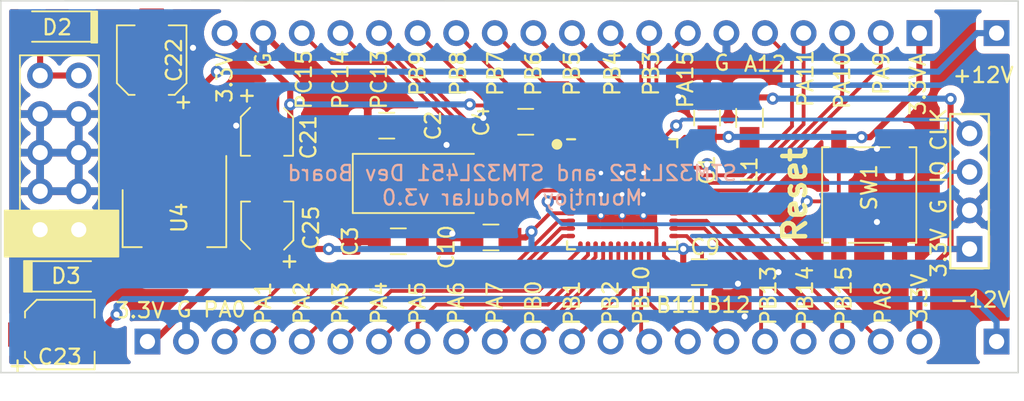
<source format=kicad_pcb>
(kicad_pcb (version 20171130) (host pcbnew "(5.1.5)-3")

  (general
    (thickness 1.6)
    (drawings 52)
    (tracks 281)
    (zones 0)
    (modules 23)
    (nets 47)
  )

  (page A4)
  (layers
    (0 F.Cu signal)
    (31 B.Cu signal)
    (32 B.Adhes user)
    (33 F.Adhes user)
    (34 B.Paste user)
    (35 F.Paste user)
    (36 B.SilkS user)
    (37 F.SilkS user)
    (38 B.Mask user)
    (39 F.Mask user)
    (40 Dwgs.User user)
    (41 Cmts.User user)
    (42 Eco1.User user)
    (43 Eco2.User user)
    (44 Edge.Cuts user)
    (45 Margin user)
    (46 B.CrtYd user)
    (47 F.CrtYd user hide)
    (48 B.Fab user)
    (49 F.Fab user hide)
  )

  (setup
    (last_trace_width 0.25)
    (user_trace_width 0.4)
    (trace_clearance 0.2)
    (zone_clearance 0.508)
    (zone_45_only no)
    (trace_min 0.2)
    (via_size 0.8)
    (via_drill 0.4)
    (via_min_size 0.4)
    (via_min_drill 0.3)
    (uvia_size 0.3)
    (uvia_drill 0.1)
    (uvias_allowed no)
    (uvia_min_size 0.2)
    (uvia_min_drill 0.1)
    (edge_width 0.05)
    (segment_width 0.2)
    (pcb_text_width 0.3)
    (pcb_text_size 1.5 1.5)
    (mod_edge_width 0.12)
    (mod_text_size 1 1)
    (mod_text_width 0.15)
    (pad_size 1.524 1.524)
    (pad_drill 0.762)
    (pad_to_mask_clearance 0.051)
    (solder_mask_min_width 0.25)
    (aux_axis_origin 0 0)
    (visible_elements 7FFFFF7F)
    (pcbplotparams
      (layerselection 0x010fc_ffffffff)
      (usegerberextensions false)
      (usegerberattributes false)
      (usegerberadvancedattributes false)
      (creategerberjobfile false)
      (excludeedgelayer true)
      (linewidth 0.100000)
      (plotframeref false)
      (viasonmask false)
      (mode 1)
      (useauxorigin false)
      (hpglpennumber 1)
      (hpglpenspeed 20)
      (hpglpendiameter 15.000000)
      (psnegative false)
      (psa4output false)
      (plotreference true)
      (plotvalue true)
      (plotinvisibletext false)
      (padsonsilk false)
      (subtractmaskfromsilk false)
      (outputformat 1)
      (mirror false)
      (drillshape 0)
      (scaleselection 1)
      (outputdirectory "Gerbers"))
  )

  (net 0 "")
  (net 1 +3.3VA)
  (net 2 GND)
  (net 3 "Net-(C2-Pad1)")
  (net 4 "Net-(C3-Pad1)")
  (net 5 +3V3)
  (net 6 VCC)
  (net 7 VEE)
  (net 8 +12V)
  (net 9 -12V)
  (net 10 SWCLK)
  (net 11 SWDIO)
  (net 12 Reset)
  (net 13 PC13)
  (net 14 PC14)
  (net 15 PC15)
  (net 16 PB0)
  (net 17 PB1)
  (net 18 PB2)
  (net 19 PB3)
  (net 20 PB4)
  (net 21 PB5)
  (net 22 PB6)
  (net 23 PB7)
  (net 24 PB8)
  (net 25 PB9)
  (net 26 PB10)
  (net 27 PB11)
  (net 28 PB12)
  (net 29 PB13)
  (net 30 PB14)
  (net 31 PB15)
  (net 32 PA0)
  (net 33 PA1)
  (net 34 PA2)
  (net 35 PA3)
  (net 36 PA4)
  (net 37 PA5)
  (net 38 PA6)
  (net 39 PA7)
  (net 40 PA8)
  (net 41 PA9)
  (net 42 PA10)
  (net 43 PA11)
  (net 44 PA12)
  (net 45 PA15)
  (net 46 "Net-(U1-Pad1)")

  (net_class Default "This is the default net class."
    (clearance 0.2)
    (trace_width 0.25)
    (via_dia 0.8)
    (via_drill 0.4)
    (uvia_dia 0.3)
    (uvia_drill 0.1)
    (add_net +12V)
    (add_net +3.3VA)
    (add_net +3V3)
    (add_net -12V)
    (add_net GND)
    (add_net "Net-(C2-Pad1)")
    (add_net "Net-(C3-Pad1)")
    (add_net "Net-(U1-Pad1)")
    (add_net PA0)
    (add_net PA1)
    (add_net PA10)
    (add_net PA11)
    (add_net PA12)
    (add_net PA15)
    (add_net PA2)
    (add_net PA3)
    (add_net PA4)
    (add_net PA5)
    (add_net PA6)
    (add_net PA7)
    (add_net PA8)
    (add_net PA9)
    (add_net PB0)
    (add_net PB1)
    (add_net PB10)
    (add_net PB11)
    (add_net PB12)
    (add_net PB13)
    (add_net PB14)
    (add_net PB15)
    (add_net PB2)
    (add_net PB3)
    (add_net PB4)
    (add_net PB5)
    (add_net PB6)
    (add_net PB7)
    (add_net PB8)
    (add_net PB9)
    (add_net PC13)
    (add_net PC14)
    (add_net PC15)
    (add_net Reset)
    (add_net SWCLK)
    (add_net SWDIO)
    (add_net VCC)
    (add_net VEE)
  )

  (module Custom_Footprints:ICE40_QFN-48-1EP_7x7mm_Pitch0.5mm (layer F.Cu) (tedit 5CC9D1B4) (tstamp 5E4465F0)
    (at 183.642 139.65175 90)
    (descr "UK Package; 48-Lead Plastic QFN (7mm x 7mm); (see Linear Technology QFN_48_05-08-1704.pdf)")
    (tags "QFN 0.5")
    (path /5E448758)
    (attr smd)
    (fp_text reference U1 (at 0 0 90) (layer F.Fab)
      (effects (font (size 1 1) (thickness 0.15)))
    )
    (fp_text value STM32L451CCUx (at 0 -1.1 90) (layer F.Fab)
      (effects (font (size 0.5 0.5) (thickness 0.125)))
    )
    (fp_arc (start -3.225 2.75) (end -3.225 2.625) (angle 180) (layer F.Fab) (width 0.025))
    (fp_line (start -3.5 2.875) (end -3.224999 2.875) (layer F.Fab) (width 0.025))
    (fp_line (start -3.5 2.625) (end -3.225 2.625) (layer F.Fab) (width 0.025))
    (fp_arc (start -3.225 2.25) (end -3.224999 2.125) (angle 180) (layer F.Fab) (width 0.025))
    (fp_line (start -3.5 2.375) (end -3.225 2.375) (layer F.Fab) (width 0.025))
    (fp_line (start -3.5 1.875) (end -3.225 1.875) (layer F.Fab) (width 0.025))
    (fp_line (start -3.5 2.125) (end -3.224999 2.125) (layer F.Fab) (width 0.025))
    (fp_arc (start -3.225 1.749999) (end -3.225 1.625) (angle 180) (layer F.Fab) (width 0.025))
    (fp_line (start -3.5 1.625) (end -3.225 1.625) (layer F.Fab) (width 0.025))
    (fp_arc (start -3.225 1.25) (end -3.224999 1.125) (angle 180) (layer F.Fab) (width 0.025))
    (fp_arc (start -3.224999 0.75) (end -3.225 0.625) (angle 180) (layer F.Fab) (width 0.025))
    (fp_line (start -3.5 1.375) (end -3.225 1.375) (layer F.Fab) (width 0.025))
    (fp_line (start -3.5 1.125) (end -3.224999 1.125) (layer F.Fab) (width 0.025))
    (fp_arc (start -3.225 -2.75) (end -3.224999 -2.875) (angle 180) (layer F.Fab) (width 0.025))
    (fp_line (start -3.5 -2.625) (end -3.225 -2.625) (layer F.Fab) (width 0.025))
    (fp_line (start -3.5 -2.875) (end -3.224999 -2.875) (layer F.Fab) (width 0.025))
    (fp_line (start -3.5 -1.375) (end -3.225 -1.375) (layer F.Fab) (width 0.025))
    (fp_line (start -3.5 -1.125) (end -3.224999 -1.125) (layer F.Fab) (width 0.025))
    (fp_arc (start -3.225 -1.749999) (end -3.225 -1.875) (angle 180) (layer F.Fab) (width 0.025))
    (fp_line (start -3.5 -1.625) (end -3.225 -1.625) (layer F.Fab) (width 0.025))
    (fp_arc (start -3.225 0.25) (end -3.225 0.125) (angle 180) (layer F.Fab) (width 0.025))
    (fp_line (start -3.5 0.375) (end -3.224999 0.375) (layer F.Fab) (width 0.025))
    (fp_line (start -3.5 -0.125) (end -3.225 -0.125) (layer F.Fab) (width 0.025))
    (fp_line (start -3.5 0.125) (end -3.225 0.125) (layer F.Fab) (width 0.025))
    (fp_arc (start -3.225 -0.25) (end -3.224999 -0.375) (angle 180) (layer F.Fab) (width 0.025))
    (fp_line (start -3.5 0.625) (end -3.225 0.625) (layer F.Fab) (width 0.025))
    (fp_line (start -3.5 0.875) (end -3.225 0.875) (layer F.Fab) (width 0.025))
    (fp_line (start -3.5 -2.125) (end -3.224999 -2.125) (layer F.Fab) (width 0.025))
    (fp_line (start -3.5 -1.875) (end -3.225 -1.875) (layer F.Fab) (width 0.025))
    (fp_arc (start -3.225 -2.25) (end -3.225 -2.375) (angle 180) (layer F.Fab) (width 0.025))
    (fp_line (start -3.5 -2.375) (end -3.225 -2.375) (layer F.Fab) (width 0.025))
    (fp_line (start -3.5 -0.375) (end -3.224999 -0.375) (layer F.Fab) (width 0.025))
    (fp_arc (start -3.224999 -0.75) (end -3.225 -0.875) (angle 180) (layer F.Fab) (width 0.025))
    (fp_arc (start -3.225 -1.25) (end -3.225 -1.375) (angle 180) (layer F.Fab) (width 0.025))
    (fp_line (start -3.5 -0.625) (end -3.225 -0.625) (layer F.Fab) (width 0.025))
    (fp_line (start -3.5 -0.875) (end -3.225 -0.875) (layer F.Fab) (width 0.025))
    (fp_arc (start -2.75 -3.225) (end -2.625 -3.225) (angle 180) (layer F.Fab) (width 0.025))
    (fp_line (start -2.625 -3.5) (end -2.625 -3.225) (layer F.Fab) (width 0.025))
    (fp_arc (start -2.25 -3.225) (end -2.125 -3.224999) (angle 180) (layer F.Fab) (width 0.025))
    (fp_line (start -2.375 -3.5) (end -2.375 -3.225) (layer F.Fab) (width 0.025))
    (fp_line (start -2.875 -3.5) (end -2.875 -3.224999) (layer F.Fab) (width 0.025))
    (fp_line (start -2.125 -3.5) (end -2.125 -3.224999) (layer F.Fab) (width 0.025))
    (fp_arc (start -1.749999 -3.225) (end -1.625 -3.225) (angle 180) (layer F.Fab) (width 0.025))
    (fp_line (start -1.875 -3.5) (end -1.875 -3.225) (layer F.Fab) (width 0.025))
    (fp_line (start -1.375 -3.5) (end -1.375 -3.225) (layer F.Fab) (width 0.025))
    (fp_line (start -1.625 -3.5) (end -1.625 -3.225) (layer F.Fab) (width 0.025))
    (fp_arc (start -1.25 -3.225) (end -1.125 -3.224999) (angle 180) (layer F.Fab) (width 0.025))
    (fp_line (start -1.125 -3.5) (end -1.125 -3.224999) (layer F.Fab) (width 0.025))
    (fp_arc (start -0.75 -3.224999) (end -0.625 -3.225) (angle 180) (layer F.Fab) (width 0.025))
    (fp_line (start -0.875 -3.5) (end -0.875 -3.225) (layer F.Fab) (width 0.025))
    (fp_line (start -0.625 -3.5) (end -0.625 -3.225) (layer F.Fab) (width 0.025))
    (fp_line (start -0.375 -3.5) (end -0.375 -3.224999) (layer F.Fab) (width 0.025))
    (fp_arc (start -0.25 -3.225) (end -0.125 -3.225) (angle 180) (layer F.Fab) (width 0.025))
    (fp_line (start -0.125 -3.5) (end -0.125 -3.225) (layer F.Fab) (width 0.025))
    (fp_arc (start 0.25 -3.225) (end 0.375 -3.224999) (angle 180) (layer F.Fab) (width 0.025))
    (fp_line (start 0.125 -3.5) (end 0.125 -3.225) (layer F.Fab) (width 0.025))
    (fp_line (start 0.625 -3.5) (end 0.625 -3.225) (layer F.Fab) (width 0.025))
    (fp_line (start 0.375 -3.5) (end 0.375 -3.224999) (layer F.Fab) (width 0.025))
    (fp_arc (start 0.75 -3.224999) (end 0.875 -3.225) (angle 180) (layer F.Fab) (width 0.025))
    (fp_line (start 0.875 -3.5) (end 0.875 -3.225) (layer F.Fab) (width 0.025))
    (fp_arc (start 1.25 -3.225) (end 1.375 -3.225) (angle 180) (layer F.Fab) (width 0.025))
    (fp_line (start 1.125 -3.5) (end 1.125 -3.224999) (layer F.Fab) (width 0.025))
    (fp_line (start 1.625 -3.5) (end 1.625 -3.225) (layer F.Fab) (width 0.025))
    (fp_line (start 1.375 -3.5) (end 1.375 -3.225) (layer F.Fab) (width 0.025))
    (fp_arc (start 1.749999 -3.225) (end 1.875 -3.225) (angle 180) (layer F.Fab) (width 0.025))
    (fp_line (start 2.125 -3.5) (end 2.125 -3.224999) (layer F.Fab) (width 0.025))
    (fp_line (start 1.875 -3.5) (end 1.875 -3.225) (layer F.Fab) (width 0.025))
    (fp_arc (start 2.25 -3.225) (end 2.375 -3.225) (angle 180) (layer F.Fab) (width 0.025))
    (fp_line (start 2.375 -3.5) (end 2.375 -3.225) (layer F.Fab) (width 0.025))
    (fp_line (start 2.625 -3.5) (end 2.625 -3.225) (layer F.Fab) (width 0.025))
    (fp_arc (start 2.75 -3.225) (end 2.875 -3.224999) (angle 180) (layer F.Fab) (width 0.025))
    (fp_line (start 2.875 -3.5) (end 2.875 -3.224999) (layer F.Fab) (width 0.025))
    (fp_arc (start 3.225 -2.25) (end 3.224999 -2.125) (angle 180) (layer F.Fab) (width 0.025))
    (fp_line (start 3.5 -1.875) (end 3.225 -1.875) (layer F.Fab) (width 0.025))
    (fp_line (start 3.5 -1.625) (end 3.225 -1.625) (layer F.Fab) (width 0.025))
    (fp_line (start 3.5 -2.375) (end 3.225 -2.375) (layer F.Fab) (width 0.025))
    (fp_arc (start 3.225 -1.749999) (end 3.225 -1.625) (angle 180) (layer F.Fab) (width 0.025))
    (fp_line (start 3.5 -2.125) (end 3.224999 -2.125) (layer F.Fab) (width 0.025))
    (fp_line (start 3.5 1.625) (end 3.225 1.625) (layer F.Fab) (width 0.025))
    (fp_arc (start 3.225 1.749999) (end 3.225 1.875) (angle 180) (layer F.Fab) (width 0.025))
    (fp_line (start 3.5 1.875) (end 3.225 1.875) (layer F.Fab) (width 0.025))
    (fp_line (start 3.5 2.125) (end 3.224999 2.125) (layer F.Fab) (width 0.025))
    (fp_arc (start 3.225 -2.75) (end 3.225 -2.625) (angle 180) (layer F.Fab) (width 0.025))
    (fp_line (start 3.5 -2.875) (end 3.224999 -2.875) (layer F.Fab) (width 0.025))
    (fp_line (start 3.5 -2.625) (end 3.225 -2.625) (layer F.Fab) (width 0.025))
    (fp_line (start 3.5 -1.375) (end 3.225 -1.375) (layer F.Fab) (width 0.025))
    (fp_arc (start 3.225 -1.25) (end 3.224999 -1.125) (angle 180) (layer F.Fab) (width 0.025))
    (fp_line (start 3.5 -1.125) (end 3.224999 -1.125) (layer F.Fab) (width 0.025))
    (fp_line (start 3.5 -0.875) (end 3.225 -0.875) (layer F.Fab) (width 0.025))
    (fp_arc (start 3.224999 -0.75) (end 3.225 -0.625) (angle 180) (layer F.Fab) (width 0.025))
    (fp_arc (start 3.225 2.25) (end 3.225 2.375) (angle 180) (layer F.Fab) (width 0.025))
    (fp_line (start 3.5 2.625) (end 3.225 2.625) (layer F.Fab) (width 0.025))
    (fp_line (start 3.5 2.375) (end 3.225 2.375) (layer F.Fab) (width 0.025))
    (fp_arc (start 3.225 2.75) (end 3.224999 2.875) (angle 180) (layer F.Fab) (width 0.025))
    (fp_line (start 3.5 2.875) (end 3.224999 2.875) (layer F.Fab) (width 0.025))
    (fp_line (start 3.5 -0.625) (end 3.225 -0.625) (layer F.Fab) (width 0.025))
    (fp_arc (start 3.225 -0.25) (end 3.225 -0.125) (angle 180) (layer F.Fab) (width 0.025))
    (fp_line (start 3.5 -0.375) (end 3.224999 -0.375) (layer F.Fab) (width 0.025))
    (fp_line (start 3.5 -0.125) (end 3.225 -0.125) (layer F.Fab) (width 0.025))
    (fp_arc (start 3.225 0.25) (end 3.224999 0.375) (angle 180) (layer F.Fab) (width 0.025))
    (fp_line (start 3.5 0.125) (end 3.225 0.125) (layer F.Fab) (width 0.025))
    (fp_line (start 3.5 0.375) (end 3.224999 0.375) (layer F.Fab) (width 0.025))
    (fp_line (start 3.5 0.625) (end 3.225 0.625) (layer F.Fab) (width 0.025))
    (fp_arc (start 3.224999 0.75) (end 3.225 0.875) (angle 180) (layer F.Fab) (width 0.025))
    (fp_line (start 3.5 0.875) (end 3.225 0.875) (layer F.Fab) (width 0.025))
    (fp_arc (start 3.225 1.25) (end 3.225 1.375) (angle 180) (layer F.Fab) (width 0.025))
    (fp_line (start 3.5 1.125) (end 3.224999 1.125) (layer F.Fab) (width 0.025))
    (fp_line (start 3.5 1.375) (end 3.225 1.375) (layer F.Fab) (width 0.025))
    (fp_arc (start 2.75 3.225) (end 2.625 3.225) (angle 180) (layer F.Fab) (width 0.025))
    (fp_line (start 2.625 3.5) (end 2.625 3.225) (layer F.Fab) (width 0.025))
    (fp_line (start 2.875 3.5) (end 2.875 3.224999) (layer F.Fab) (width 0.025))
    (fp_arc (start 2.25 3.225) (end 2.125 3.224999) (angle 180) (layer F.Fab) (width 0.025))
    (fp_line (start 2.125 3.5) (end 2.125 3.224999) (layer F.Fab) (width 0.025))
    (fp_line (start 2.375 3.5) (end 2.375 3.225) (layer F.Fab) (width 0.025))
    (fp_arc (start 1.749999 3.225) (end 1.625 3.225) (angle 180) (layer F.Fab) (width 0.025))
    (fp_line (start 1.625 3.5) (end 1.625 3.225) (layer F.Fab) (width 0.025))
    (fp_line (start 1.875 3.5) (end 1.875 3.225) (layer F.Fab) (width 0.025))
    (fp_arc (start 1.25 3.225) (end 1.125 3.224999) (angle 180) (layer F.Fab) (width 0.025))
    (fp_line (start 1.125 3.5) (end 1.125 3.224999) (layer F.Fab) (width 0.025))
    (fp_line (start 1.375 3.5) (end 1.375 3.225) (layer F.Fab) (width 0.025))
    (fp_arc (start 0.75 3.224999) (end 0.625 3.225) (angle 180) (layer F.Fab) (width 0.025))
    (fp_line (start 0.625 3.5) (end 0.625 3.225) (layer F.Fab) (width 0.025))
    (fp_line (start 0.875 3.5) (end 0.875 3.225) (layer F.Fab) (width 0.025))
    (fp_arc (start 0.25 3.225) (end 0.125 3.225) (angle 180) (layer F.Fab) (width 0.025))
    (fp_line (start 0.125 3.5) (end 0.125 3.225) (layer F.Fab) (width 0.025))
    (fp_line (start 0.375 3.5) (end 0.375 3.224999) (layer F.Fab) (width 0.025))
    (fp_arc (start -0.25 3.225) (end -0.375 3.224999) (angle 180) (layer F.Fab) (width 0.025))
    (fp_line (start -0.375 3.5) (end -0.375 3.224999) (layer F.Fab) (width 0.025))
    (fp_line (start -0.125 3.5) (end -0.125 3.225) (layer F.Fab) (width 0.025))
    (fp_arc (start -0.75 3.224999) (end -0.875 3.225) (angle 180) (layer F.Fab) (width 0.025))
    (fp_line (start -0.875 3.5) (end -0.875 3.225) (layer F.Fab) (width 0.025))
    (fp_line (start -0.625 3.5) (end -0.625 3.225) (layer F.Fab) (width 0.025))
    (fp_arc (start -1.25 3.225) (end -1.375 3.225) (angle 180) (layer F.Fab) (width 0.025))
    (fp_line (start -1.375 3.5) (end -1.375 3.225) (layer F.Fab) (width 0.025))
    (fp_line (start -1.125 3.5) (end -1.125 3.224999) (layer F.Fab) (width 0.025))
    (fp_arc (start -1.749999 3.225) (end -1.875 3.225) (angle 180) (layer F.Fab) (width 0.025))
    (fp_line (start -1.875 3.5) (end -1.875 3.225) (layer F.Fab) (width 0.025))
    (fp_line (start -1.625 3.5) (end -1.625 3.225) (layer F.Fab) (width 0.025))
    (fp_arc (start -2.25 3.225) (end -2.375 3.225) (angle 180) (layer F.Fab) (width 0.025))
    (fp_line (start -2.375 3.5) (end -2.375 3.225) (layer F.Fab) (width 0.025))
    (fp_line (start -2.125 3.5) (end -2.125 3.224999) (layer F.Fab) (width 0.025))
    (fp_line (start 3.625 3.625) (end 3.625 3.1) (layer F.SilkS) (width 0.15))
    (fp_line (start -3.625 3.625) (end -3.625 3.1) (layer F.SilkS) (width 0.15))
    (fp_line (start -3.625 -3.625) (end -3.625 -3.1) (layer F.SilkS) (width 0.15))
    (fp_line (start 3.625 -3.625) (end 3.625 -3.1) (layer F.SilkS) (width 0.15))
    (fp_line (start -3.625 3.625) (end -3.1 3.625) (layer F.SilkS) (width 0.15))
    (fp_line (start -3.625 -3.625) (end -3.1 -3.625) (layer F.SilkS) (width 0.15))
    (fp_line (start 3.625 3.625) (end 3.1 3.625) (layer F.SilkS) (width 0.15))
    (fp_line (start -4 -4) (end -4 4) (layer F.CrtYd) (width 0.05))
    (fp_line (start 4 -4) (end 4 4) (layer F.CrtYd) (width 0.05))
    (fp_line (start 4 4) (end -4 4) (layer F.CrtYd) (width 0.05))
    (fp_line (start 4 -4) (end -4 -4) (layer F.CrtYd) (width 0.05))
    (fp_line (start -2.875 3.5) (end -2.875 3.224999) (layer F.Fab) (width 0.025))
    (fp_line (start -2.625 3.5) (end -2.625 3.225) (layer F.Fab) (width 0.025))
    (fp_arc (start -2.75 3.225) (end -2.875 3.224999) (angle 180) (layer F.Fab) (width 0.025))
    (fp_line (start -3.5 3.5) (end 3.5 3.5) (layer F.Fab) (width 0.025))
    (fp_line (start 3.5 3.5) (end 3.5 -3.5) (layer F.Fab) (width 0.025))
    (fp_line (start 3.5 -3.5) (end -3.5 -3.5) (layer F.Fab) (width 0.025))
    (fp_line (start -3.5 -3.5) (end -3.5 3.5) (layer F.Fab) (width 0.025))
    (fp_line (start 2.8 -2.300001) (end 2.8 2.8) (layer F.Fab) (width 0.025))
    (fp_line (start 2.8 2.8) (end -2.8 2.8) (layer F.Fab) (width 0.025))
    (fp_line (start -2.8 2.8) (end -2.8 -2.8) (layer F.Fab) (width 0.025))
    (fp_line (start -2.8 -2.8) (end 2.300001 -2.8) (layer F.Fab) (width 0.025))
    (fp_line (start 2.300001 -2.8) (end 2.8 -2.300001) (layer F.Fab) (width 0.025))
    (pad 49 thru_hole circle (at 1.4 -1.4) (size 0.5 0.5) (drill 0.3) (layers *.Cu)
      (net 2 GND) (zone_connect 2))
    (pad 49 thru_hole circle (at 0 -1.399999) (size 0.5 0.5) (drill 0.3) (layers *.Cu)
      (net 2 GND) (zone_connect 2))
    (pad 49 thru_hole circle (at -1.4 -1.4) (size 0.5 0.5) (drill 0.3) (layers *.Cu)
      (net 2 GND) (zone_connect 2))
    (pad 49 thru_hole circle (at -1.399999 0) (size 0.5 0.5) (drill 0.3) (layers *.Cu)
      (net 2 GND) (zone_connect 2))
    (pad 49 thru_hole circle (at -1.4 1.4) (size 0.5 0.5) (drill 0.3) (layers *.Cu)
      (net 2 GND) (zone_connect 2))
    (pad 49 thru_hole circle (at 0 1.399999) (size 0.5 0.5) (drill 0.3) (layers *.Cu)
      (net 2 GND) (zone_connect 2))
    (pad 49 thru_hole circle (at 1.4 1.4) (size 0.5 0.5) (drill 0.3) (layers *.Cu)
      (net 2 GND) (zone_connect 2))
    (pad 49 thru_hole circle (at 1.399999 0) (size 0.5 0.5) (drill 0.3) (layers *.Cu)
      (net 2 GND) (zone_connect 2))
    (pad 49 thru_hole circle (at 0 0) (size 0.5 0.5) (drill 0.3) (layers *.Cu)
      (net 2 GND) (zone_connect 2))
    (pad 49 smd rect (at 1.85 -1.85 90) (size 0.9 0.9) (layers F.Cu F.Paste F.Mask)
      (net 2 GND) (solder_paste_margin_ratio -0.2))
    (pad 49 smd rect (at 0.7 -1.85 90) (size 1.4 0.9) (layers F.Cu F.Paste F.Mask)
      (net 2 GND) (solder_paste_margin_ratio -0.2))
    (pad 49 smd rect (at -0.7 -1.85 90) (size 1.4 0.9) (layers F.Cu F.Paste F.Mask)
      (net 2 GND) (solder_paste_margin_ratio -0.2))
    (pad 49 smd rect (at -1.85 -1.85) (size 0.9 0.9) (layers F.Cu F.Paste F.Mask)
      (net 2 GND) (solder_paste_margin_ratio -0.2))
    (pad 49 smd rect (at 1.85 -0.7 90) (size 0.9 1.4) (layers F.Cu F.Paste F.Mask)
      (net 2 GND) (solder_paste_margin_ratio -0.2))
    (pad 49 smd rect (at 0.7 -0.7) (size 1.4 1.4) (layers F.Cu F.Paste F.Mask)
      (net 2 GND) (solder_paste_margin_ratio -0.2))
    (pad 49 smd rect (at -0.7 -0.7) (size 1.4 1.4) (layers F.Cu F.Paste F.Mask)
      (net 2 GND) (solder_paste_margin_ratio -0.2))
    (pad 49 smd rect (at -1.85 -0.7 90) (size 0.9 1.4) (layers F.Cu F.Paste F.Mask)
      (net 2 GND) (solder_paste_margin_ratio -0.2))
    (pad 49 smd rect (at 1.85 0.7 90) (size 0.9 1.4) (layers F.Cu F.Paste F.Mask)
      (net 2 GND) (solder_paste_margin_ratio -0.2))
    (pad 49 smd rect (at 0.7 0.7) (size 1.4 1.4) (layers F.Cu F.Paste F.Mask)
      (net 2 GND) (solder_paste_margin_ratio -0.2))
    (pad 49 smd rect (at -0.7 0.7) (size 1.4 1.4) (layers F.Cu F.Paste F.Mask)
      (net 2 GND) (solder_paste_margin_ratio -0.2))
    (pad 49 smd rect (at -1.85 0.7 90) (size 0.9 1.4) (layers F.Cu F.Paste F.Mask)
      (net 2 GND) (solder_paste_margin_ratio -0.2))
    (pad 49 smd rect (at 1.85 1.85 90) (size 0.9 0.9) (layers F.Cu F.Paste F.Mask)
      (net 2 GND) (solder_paste_margin_ratio -0.2))
    (pad 49 smd rect (at 0.7 1.85 90) (size 1.4 0.9) (layers F.Cu F.Paste F.Mask)
      (net 2 GND) (solder_paste_margin_ratio -0.2))
    (pad 49 smd rect (at -0.7 1.85 90) (size 1.4 0.9) (layers F.Cu F.Paste F.Mask)
      (net 2 GND) (solder_paste_margin_ratio -0.2))
    (pad 49 smd rect (at -1.85 1.85 90) (size 0.9 0.9) (layers F.Cu F.Paste F.Mask)
      (net 2 GND) (solder_paste_margin_ratio -0.2))
    (pad 48 smd oval (at 3.4 -2.75 90) (size 0.6 0.3) (layers F.Cu F.Paste F.Mask)
      (net 5 +3V3))
    (pad 47 smd oval (at 3.4 -2.25 90) (size 0.6 0.3) (layers F.Cu F.Paste F.Mask)
      (net 2 GND))
    (pad 46 smd oval (at 3.4 -1.75 90) (size 0.6 0.3) (layers F.Cu F.Paste F.Mask)
      (net 25 PB9))
    (pad 45 smd oval (at 3.400001 -1.25 90) (size 0.6 0.3) (layers F.Cu F.Paste F.Mask)
      (net 24 PB8))
    (pad 44 smd oval (at 3.4 -0.75 90) (size 0.6 0.3) (layers F.Cu F.Paste F.Mask)
      (net 2 GND))
    (pad 43 smd oval (at 3.4 -0.25 90) (size 0.6 0.3) (layers F.Cu F.Paste F.Mask)
      (net 23 PB7))
    (pad 42 smd oval (at 3.4 0.25 90) (size 0.6 0.3) (layers F.Cu F.Paste F.Mask)
      (net 22 PB6))
    (pad 41 smd oval (at 3.4 0.75 90) (size 0.6 0.3) (layers F.Cu F.Paste F.Mask)
      (net 21 PB5))
    (pad 40 smd oval (at 3.400001 1.25 90) (size 0.6 0.3) (layers F.Cu F.Paste F.Mask)
      (net 20 PB4))
    (pad 39 smd oval (at 3.4 1.75 90) (size 0.6 0.3) (layers F.Cu F.Paste F.Mask)
      (net 19 PB3))
    (pad 38 smd oval (at 3.4 2.25 90) (size 0.6 0.3) (layers F.Cu F.Paste F.Mask)
      (net 45 PA15))
    (pad 37 smd oval (at 3.4 2.75 90) (size 0.6 0.3) (layers F.Cu F.Paste F.Mask)
      (net 10 SWCLK))
    (pad 36 smd oval (at 2.75 3.4) (size 0.6 0.3) (layers F.Cu F.Paste F.Mask)
      (net 1 +3.3VA))
    (pad 35 smd oval (at 2.25 3.4) (size 0.6 0.3) (layers F.Cu F.Paste F.Mask)
      (net 2 GND))
    (pad 34 smd oval (at 1.75 3.4) (size 0.6 0.3) (layers F.Cu F.Paste F.Mask)
      (net 11 SWDIO))
    (pad 33 smd oval (at 1.25 3.400001) (size 0.6 0.3) (layers F.Cu F.Paste F.Mask)
      (net 44 PA12))
    (pad 32 smd oval (at 0.75 3.4) (size 0.6 0.3) (layers F.Cu F.Paste F.Mask)
      (net 43 PA11))
    (pad 31 smd oval (at 0.25 3.4) (size 0.6 0.3) (layers F.Cu F.Paste F.Mask)
      (net 42 PA10))
    (pad 30 smd oval (at -0.25 3.4) (size 0.6 0.3) (layers F.Cu F.Paste F.Mask)
      (net 41 PA9))
    (pad 29 smd oval (at -0.75 3.4) (size 0.6 0.3) (layers F.Cu F.Paste F.Mask)
      (net 40 PA8))
    (pad 28 smd oval (at -1.25 3.400001) (size 0.6 0.3) (layers F.Cu F.Paste F.Mask)
      (net 31 PB15))
    (pad 27 smd oval (at -1.75 3.4) (size 0.6 0.3) (layers F.Cu F.Paste F.Mask)
      (net 30 PB14))
    (pad 26 smd oval (at -2.25 3.4) (size 0.6 0.3) (layers F.Cu F.Paste F.Mask)
      (net 29 PB13))
    (pad 25 smd oval (at -2.75 3.4) (size 0.6 0.3) (layers F.Cu F.Paste F.Mask)
      (net 28 PB12))
    (pad 24 smd oval (at -3.4 2.75 90) (size 0.6 0.3) (layers F.Cu F.Paste F.Mask)
      (net 5 +3V3))
    (pad 23 smd oval (at -3.4 2.25 90) (size 0.6 0.3) (layers F.Cu F.Paste F.Mask)
      (net 2 GND))
    (pad 22 smd oval (at -3.4 1.75 90) (size 0.6 0.3) (layers F.Cu F.Paste F.Mask)
      (net 27 PB11))
    (pad 21 smd oval (at -3.400001 1.25 90) (size 0.6 0.3) (layers F.Cu F.Paste F.Mask)
      (net 26 PB10))
    (pad 20 smd oval (at -3.4 0.75 90) (size 0.6 0.3) (layers F.Cu F.Paste F.Mask)
      (net 18 PB2))
    (pad 19 smd oval (at -3.4 0.25 90) (size 0.6 0.3) (layers F.Cu F.Paste F.Mask)
      (net 17 PB1))
    (pad 18 smd oval (at -3.4 -0.25 90) (size 0.6 0.3) (layers F.Cu F.Paste F.Mask)
      (net 16 PB0))
    (pad 17 smd oval (at -3.4 -0.75 90) (size 0.6 0.3) (layers F.Cu F.Paste F.Mask)
      (net 39 PA7))
    (pad 16 smd oval (at -3.400001 -1.25 90) (size 0.6 0.3) (layers F.Cu F.Paste F.Mask)
      (net 38 PA6))
    (pad 15 smd oval (at -3.4 -1.75 90) (size 0.6 0.3) (layers F.Cu F.Paste F.Mask)
      (net 37 PA5))
    (pad 14 smd oval (at -3.4 -2.25 90) (size 0.6 0.3) (layers F.Cu F.Paste F.Mask)
      (net 36 PA4))
    (pad 13 smd oval (at -3.4 -2.75 90) (size 0.6 0.3) (layers F.Cu F.Paste F.Mask)
      (net 35 PA3))
    (pad 12 smd oval (at -2.75 -3.4) (size 0.6 0.3) (layers F.Cu F.Paste F.Mask)
      (net 34 PA2))
    (pad 11 smd oval (at -2.25 -3.4) (size 0.6 0.3) (layers F.Cu F.Paste F.Mask)
      (net 33 PA1))
    (pad 10 smd oval (at -1.75 -3.4) (size 0.6 0.3) (layers F.Cu F.Paste F.Mask)
      (net 32 PA0))
    (pad 9 smd oval (at -1.25 -3.400001) (size 0.6 0.3) (layers F.Cu F.Paste F.Mask)
      (net 5 +3V3))
    (pad 8 smd oval (at -0.75 -3.4) (size 0.6 0.3) (layers F.Cu F.Paste F.Mask)
      (net 2 GND))
    (pad 7 smd oval (at -0.25 -3.4) (size 0.6 0.3) (layers F.Cu F.Paste F.Mask)
      (net 12 Reset))
    (pad 6 smd oval (at 0.25 -3.4) (size 0.6 0.3) (layers F.Cu F.Paste F.Mask)
      (net 4 "Net-(C3-Pad1)"))
    (pad 5 smd oval (at 0.75 -3.4) (size 0.6 0.3) (layers F.Cu F.Paste F.Mask)
      (net 3 "Net-(C2-Pad1)"))
    (pad 4 smd oval (at 1.25 -3.400001) (size 0.6 0.3) (layers F.Cu F.Paste F.Mask)
      (net 15 PC15))
    (pad 3 smd oval (at 1.75 -3.4) (size 0.6 0.3) (layers F.Cu F.Paste F.Mask)
      (net 14 PC14))
    (pad 2 smd oval (at 2.25 -3.4) (size 0.6 0.3) (layers F.Cu F.Paste F.Mask)
      (net 13 PC13))
    (pad 1 smd oval (at 2.75 -3.4) (size 0.6 0.3) (layers F.Cu F.Paste F.Mask)
      (net 46 "Net-(U1-Pad1)"))
    (model ${KISYS3DMOD}/Package_DFN_QFN.3dshapes/QFN-48-1EP_7x7mm_P0.5mm_EP5.15x5.15mm.step
      (at (xyz 0 0 0))
      (scale (xyz 1 1 1))
      (rotate (xyz 0 0 0))
    )
  )

  (module Crystals:Crystal_SMD_0603-2pin_6.0x3.5mm_HandSoldering (layer F.Cu) (tedit 5E85FDFE) (tstamp 5E45449E)
    (at 170.688 138.938)
    (descr "SMD Crystal SERIES SMD0603/2 http://www.petermann-technik.de/fileadmin/petermann/pdf/SMD0603-2.pdf, hand-soldering, 6.0x3.5mm^2 package")
    (tags "SMD SMT crystal hand-soldering")
    (path /5C166A7F)
    (attr smd)
    (fp_text reference Y1 (at 0 -2.95) (layer F.SilkS) hide
      (effects (font (size 1 1) (thickness 0.15)))
    )
    (fp_text value Crystal (at 0 2.95) (layer F.Fab)
      (effects (font (size 1 1) (thickness 0.15)))
    )
    (fp_text user %R (at 0 0) (layer F.Fab)
      (effects (font (size 1 1) (thickness 0.15)))
    )
    (fp_line (start -2.9 -1.75) (end 2.9 -1.75) (layer F.Fab) (width 0.1))
    (fp_line (start 2.9 -1.75) (end 3 -1.65) (layer F.Fab) (width 0.1))
    (fp_line (start 3 -1.65) (end 3 1.65) (layer F.Fab) (width 0.1))
    (fp_line (start 3 1.65) (end 2.9 1.75) (layer F.Fab) (width 0.1))
    (fp_line (start 2.9 1.75) (end -2.9 1.75) (layer F.Fab) (width 0.1))
    (fp_line (start -2.9 1.75) (end -3 1.65) (layer F.Fab) (width 0.1))
    (fp_line (start -3 1.65) (end -3 -1.65) (layer F.Fab) (width 0.1))
    (fp_line (start -3 -1.65) (end -2.9 -1.75) (layer F.Fab) (width 0.1))
    (fp_line (start -3 0.75) (end -2 1.75) (layer F.Fab) (width 0.1))
    (fp_line (start 3.2 -1.95) (end -4.775 -1.95) (layer F.SilkS) (width 0.12))
    (fp_line (start -4.775 -1.95) (end -4.775 1.95) (layer F.SilkS) (width 0.12))
    (fp_line (start -4.775 1.95) (end 3.2 1.95) (layer F.SilkS) (width 0.12))
    (fp_line (start -4.9 -2) (end -4.9 2) (layer F.CrtYd) (width 0.05))
    (fp_line (start -4.9 2) (end 4.9 2) (layer F.CrtYd) (width 0.05))
    (fp_line (start 4.9 2) (end 4.9 -2) (layer F.CrtYd) (width 0.05))
    (fp_line (start 4.9 -2) (end -4.9 -2) (layer F.CrtYd) (width 0.05))
    (pad 1 smd rect (at -2.9125 0) (size 3.325 2.5) (layers F.Cu F.Paste F.Mask)
      (net 4 "Net-(C3-Pad1)"))
    (pad 2 smd rect (at 2.9125 0) (size 3.325 2.5) (layers F.Cu F.Paste F.Mask)
      (net 3 "Net-(C2-Pad1)"))
    (model ${KISYS3DMOD}/Crystals.3dshapes/Crystal_SMD_0603-2pin_6.0x3.5mm_HandSoldering.wrl
      (at (xyz 0 0 0))
      (scale (xyz 1 1 1))
      (rotate (xyz 0 0 0))
    )
  )

  (module Pin_Headers:Pin_Header_Straight_1x01_Pitch2.54mm (layer F.Cu) (tedit 5E85E78B) (tstamp 5E85CAC0)
    (at 208.28 149.352 90)
    (descr "Through hole straight pin header, 1x01, 2.54mm pitch, single row")
    (tags "Through hole pin header THT 1x01 2.54mm single row")
    (path /5FB6F5FB)
    (fp_text reference J6 (at 0 -2.33 90) (layer F.SilkS) hide
      (effects (font (size 1 1) (thickness 0.15)))
    )
    (fp_text value Conn_01x01_Female (at 0 2.33 90) (layer F.Fab)
      (effects (font (size 1 1) (thickness 0.15)))
    )
    (fp_text user %R (at 0 0 180) (layer F.Fab)
      (effects (font (size 1 1) (thickness 0.15)))
    )
    (fp_line (start 1.8 -1.8) (end -1.8 -1.8) (layer F.CrtYd) (width 0.05))
    (fp_line (start 1.8 1.8) (end 1.8 -1.8) (layer F.CrtYd) (width 0.05))
    (fp_line (start -1.8 1.8) (end 1.8 1.8) (layer F.CrtYd) (width 0.05))
    (fp_line (start -1.8 -1.8) (end -1.8 1.8) (layer F.CrtYd) (width 0.05))
    (fp_line (start -1.27 -0.635) (end -0.635 -1.27) (layer F.Fab) (width 0.1))
    (fp_line (start -1.27 1.27) (end -1.27 -0.635) (layer F.Fab) (width 0.1))
    (fp_line (start 1.27 1.27) (end -1.27 1.27) (layer F.Fab) (width 0.1))
    (fp_line (start 1.27 -1.27) (end 1.27 1.27) (layer F.Fab) (width 0.1))
    (fp_line (start -0.635 -1.27) (end 1.27 -1.27) (layer F.Fab) (width 0.1))
    (pad 1 thru_hole rect (at 0 0 90) (size 1.7 1.7) (drill 1) (layers *.Cu *.Mask)
      (net 7 VEE))
    (model ${KISYS3DMOD}/Pin_Headers.3dshapes/Pin_Header_Straight_1x01_Pitch2.54mm.wrl
      (at (xyz 0 0 0))
      (scale (xyz 1 1 1))
      (rotate (xyz 0 0 0))
    )
  )

  (module Pin_Headers:Pin_Header_Straight_1x01_Pitch2.54mm (layer F.Cu) (tedit 5E85E773) (tstamp 5E85CAAB)
    (at 208.28 129.032 180)
    (descr "Through hole straight pin header, 1x01, 2.54mm pitch, single row")
    (tags "Through hole pin header THT 1x01 2.54mm single row")
    (path /5FB6E108)
    (fp_text reference J5 (at 0 -2.33 180) (layer F.SilkS) hide
      (effects (font (size 1 1) (thickness 0.15)))
    )
    (fp_text value Conn_01x01_Female (at 0 2.33 180) (layer F.Fab)
      (effects (font (size 1 1) (thickness 0.15)))
    )
    (fp_line (start -0.635 -1.27) (end 1.27 -1.27) (layer F.Fab) (width 0.1))
    (fp_line (start 1.27 -1.27) (end 1.27 1.27) (layer F.Fab) (width 0.1))
    (fp_line (start 1.27 1.27) (end -1.27 1.27) (layer F.Fab) (width 0.1))
    (fp_line (start -1.27 1.27) (end -1.27 -0.635) (layer F.Fab) (width 0.1))
    (fp_line (start -1.27 -0.635) (end -0.635 -1.27) (layer F.Fab) (width 0.1))
    (fp_line (start -1.8 -1.8) (end -1.8 1.8) (layer F.CrtYd) (width 0.05))
    (fp_line (start -1.8 1.8) (end 1.8 1.8) (layer F.CrtYd) (width 0.05))
    (fp_line (start 1.8 1.8) (end 1.8 -1.8) (layer F.CrtYd) (width 0.05))
    (fp_line (start 1.8 -1.8) (end -1.8 -1.8) (layer F.CrtYd) (width 0.05))
    (fp_text user %R (at 0 0 270) (layer F.Fab)
      (effects (font (size 1 1) (thickness 0.15)))
    )
    (pad 1 thru_hole rect (at 0 0 180) (size 1.7 1.7) (drill 1) (layers *.Cu *.Mask)
      (net 6 VCC))
    (model ${KISYS3DMOD}/Pin_Headers.3dshapes/Pin_Header_Straight_1x01_Pitch2.54mm.wrl
      (at (xyz 0 0 0))
      (scale (xyz 1 1 1))
      (rotate (xyz 0 0 0))
    )
  )

  (module Pin_Headers:Pin_Header_Straight_1x21_Pitch2.54mm (layer F.Cu) (tedit 5E85E760) (tstamp 5E85CA96)
    (at 152.4 149.352 90)
    (descr "Through hole straight pin header, 1x21, 2.54mm pitch, single row")
    (tags "Through hole pin header THT 1x21 2.54mm single row")
    (path /5FB6C1C9)
    (fp_text reference J3 (at 0 -2.33 90) (layer F.SilkS) hide
      (effects (font (size 1 1) (thickness 0.15)))
    )
    (fp_text value Conn_01x21_Female (at 0 53.13 90) (layer F.Fab)
      (effects (font (size 1 1) (thickness 0.15)))
    )
    (fp_text user %R (at 0 25.4 180) (layer F.Fab)
      (effects (font (size 1 1) (thickness 0.15)))
    )
    (fp_line (start 1.8 -1.8) (end -1.8 -1.8) (layer F.CrtYd) (width 0.05))
    (fp_line (start 1.8 52.6) (end 1.8 -1.8) (layer F.CrtYd) (width 0.05))
    (fp_line (start -1.8 52.6) (end 1.8 52.6) (layer F.CrtYd) (width 0.05))
    (fp_line (start -1.8 -1.8) (end -1.8 52.6) (layer F.CrtYd) (width 0.05))
    (fp_line (start -1.27 -0.635) (end -0.635 -1.27) (layer F.Fab) (width 0.1))
    (fp_line (start -1.27 52.07) (end -1.27 -0.635) (layer F.Fab) (width 0.1))
    (fp_line (start 1.27 52.07) (end -1.27 52.07) (layer F.Fab) (width 0.1))
    (fp_line (start 1.27 -1.27) (end 1.27 52.07) (layer F.Fab) (width 0.1))
    (fp_line (start -0.635 -1.27) (end 1.27 -1.27) (layer F.Fab) (width 0.1))
    (pad 21 thru_hole oval (at 0 50.8 90) (size 1.7 1.7) (drill 1) (layers *.Cu *.Mask)
      (net 5 +3V3))
    (pad 20 thru_hole oval (at 0 48.26 90) (size 1.7 1.7) (drill 1) (layers *.Cu *.Mask)
      (net 40 PA8))
    (pad 19 thru_hole oval (at 0 45.72 90) (size 1.7 1.7) (drill 1) (layers *.Cu *.Mask)
      (net 31 PB15))
    (pad 18 thru_hole oval (at 0 43.18 90) (size 1.7 1.7) (drill 1) (layers *.Cu *.Mask)
      (net 30 PB14))
    (pad 17 thru_hole oval (at 0 40.64 90) (size 1.7 1.7) (drill 1) (layers *.Cu *.Mask)
      (net 29 PB13))
    (pad 16 thru_hole oval (at 0 38.1 90) (size 1.7 1.7) (drill 1) (layers *.Cu *.Mask)
      (net 28 PB12))
    (pad 15 thru_hole oval (at 0 35.56 90) (size 1.7 1.7) (drill 1) (layers *.Cu *.Mask)
      (net 27 PB11))
    (pad 14 thru_hole oval (at 0 33.02 90) (size 1.7 1.7) (drill 1) (layers *.Cu *.Mask)
      (net 26 PB10))
    (pad 13 thru_hole oval (at 0 30.48 90) (size 1.7 1.7) (drill 1) (layers *.Cu *.Mask)
      (net 18 PB2))
    (pad 12 thru_hole oval (at 0 27.94 90) (size 1.7 1.7) (drill 1) (layers *.Cu *.Mask)
      (net 17 PB1))
    (pad 11 thru_hole oval (at 0 25.4 90) (size 1.7 1.7) (drill 1) (layers *.Cu *.Mask)
      (net 16 PB0))
    (pad 10 thru_hole oval (at 0 22.86 90) (size 1.7 1.7) (drill 1) (layers *.Cu *.Mask)
      (net 39 PA7))
    (pad 9 thru_hole oval (at 0 20.32 90) (size 1.7 1.7) (drill 1) (layers *.Cu *.Mask)
      (net 38 PA6))
    (pad 8 thru_hole oval (at 0 17.78 90) (size 1.7 1.7) (drill 1) (layers *.Cu *.Mask)
      (net 37 PA5))
    (pad 7 thru_hole oval (at 0 15.24 90) (size 1.7 1.7) (drill 1) (layers *.Cu *.Mask)
      (net 36 PA4))
    (pad 6 thru_hole oval (at 0 12.7 90) (size 1.7 1.7) (drill 1) (layers *.Cu *.Mask)
      (net 35 PA3))
    (pad 5 thru_hole oval (at 0 10.16 90) (size 1.7 1.7) (drill 1) (layers *.Cu *.Mask)
      (net 34 PA2))
    (pad 4 thru_hole oval (at 0 7.62 90) (size 1.7 1.7) (drill 1) (layers *.Cu *.Mask)
      (net 33 PA1))
    (pad 3 thru_hole oval (at 0 5.08 90) (size 1.7 1.7) (drill 1) (layers *.Cu *.Mask)
      (net 32 PA0))
    (pad 2 thru_hole oval (at 0 2.54 90) (size 1.7 1.7) (drill 1) (layers *.Cu *.Mask)
      (net 2 GND))
    (pad 1 thru_hole rect (at 0 0 90) (size 1.7 1.7) (drill 1) (layers *.Cu *.Mask)
      (net 5 +3V3))
    (model ${KISYS3DMOD}/Pin_Headers.3dshapes/Pin_Header_Straight_1x21_Pitch2.54mm.wrl
      (at (xyz 0 0 0))
      (scale (xyz 1 1 1))
      (rotate (xyz 0 0 0))
    )
  )

  (module Pin_Headers:Pin_Header_Straight_1x19_Pitch2.54mm (layer F.Cu) (tedit 5E85E743) (tstamp 5E85CD33)
    (at 203.2 129.032 270)
    (descr "Through hole straight pin header, 1x19, 2.54mm pitch, single row")
    (tags "Through hole pin header THT 1x19 2.54mm single row")
    (path /5FB68C44)
    (fp_text reference J2 (at 0 -2.33 270) (layer F.SilkS) hide
      (effects (font (size 1 1) (thickness 0.15)))
    )
    (fp_text value Conn_01x19_Female (at 0 48.05 270) (layer F.Fab)
      (effects (font (size 1 1) (thickness 0.15)))
    )
    (fp_text user %R (at 0 22.86) (layer F.Fab)
      (effects (font (size 1 1) (thickness 0.15)))
    )
    (fp_line (start 1.8 -1.8) (end -1.8 -1.8) (layer F.CrtYd) (width 0.05))
    (fp_line (start 1.8 47.5) (end 1.8 -1.8) (layer F.CrtYd) (width 0.05))
    (fp_line (start -1.8 47.5) (end 1.8 47.5) (layer F.CrtYd) (width 0.05))
    (fp_line (start -1.8 -1.8) (end -1.8 47.5) (layer F.CrtYd) (width 0.05))
    (fp_line (start -1.27 -0.635) (end -0.635 -1.27) (layer F.Fab) (width 0.1))
    (fp_line (start -1.27 46.99) (end -1.27 -0.635) (layer F.Fab) (width 0.1))
    (fp_line (start 1.27 46.99) (end -1.27 46.99) (layer F.Fab) (width 0.1))
    (fp_line (start 1.27 -1.27) (end 1.27 46.99) (layer F.Fab) (width 0.1))
    (fp_line (start -0.635 -1.27) (end 1.27 -1.27) (layer F.Fab) (width 0.1))
    (pad 19 thru_hole oval (at 0 45.72 270) (size 1.7 1.7) (drill 1) (layers *.Cu *.Mask)
      (net 5 +3V3))
    (pad 18 thru_hole oval (at 0 43.18 270) (size 1.7 1.7) (drill 1) (layers *.Cu *.Mask)
      (net 2 GND))
    (pad 17 thru_hole oval (at 0 40.64 270) (size 1.7 1.7) (drill 1) (layers *.Cu *.Mask)
      (net 15 PC15))
    (pad 16 thru_hole oval (at 0 38.1 270) (size 1.7 1.7) (drill 1) (layers *.Cu *.Mask)
      (net 14 PC14))
    (pad 15 thru_hole oval (at 0 35.56 270) (size 1.7 1.7) (drill 1) (layers *.Cu *.Mask)
      (net 13 PC13))
    (pad 14 thru_hole oval (at 0 33.02 270) (size 1.7 1.7) (drill 1) (layers *.Cu *.Mask)
      (net 25 PB9))
    (pad 13 thru_hole oval (at 0 30.48 270) (size 1.7 1.7) (drill 1) (layers *.Cu *.Mask)
      (net 24 PB8))
    (pad 12 thru_hole oval (at 0 27.94 270) (size 1.7 1.7) (drill 1) (layers *.Cu *.Mask)
      (net 23 PB7))
    (pad 11 thru_hole oval (at 0 25.4 270) (size 1.7 1.7) (drill 1) (layers *.Cu *.Mask)
      (net 22 PB6))
    (pad 10 thru_hole oval (at 0 22.86 270) (size 1.7 1.7) (drill 1) (layers *.Cu *.Mask)
      (net 21 PB5))
    (pad 9 thru_hole oval (at 0 20.32 270) (size 1.7 1.7) (drill 1) (layers *.Cu *.Mask)
      (net 20 PB4))
    (pad 8 thru_hole oval (at 0 17.78 270) (size 1.7 1.7) (drill 1) (layers *.Cu *.Mask)
      (net 19 PB3))
    (pad 7 thru_hole oval (at 0 15.24 270) (size 1.7 1.7) (drill 1) (layers *.Cu *.Mask)
      (net 45 PA15))
    (pad 6 thru_hole oval (at 0 12.7 270) (size 1.7 1.7) (drill 1) (layers *.Cu *.Mask)
      (net 2 GND))
    (pad 5 thru_hole oval (at 0 10.16 270) (size 1.7 1.7) (drill 1) (layers *.Cu *.Mask)
      (net 44 PA12))
    (pad 4 thru_hole oval (at 0 7.62 270) (size 1.7 1.7) (drill 1) (layers *.Cu *.Mask)
      (net 43 PA11))
    (pad 3 thru_hole oval (at 0 5.08 270) (size 1.7 1.7) (drill 1) (layers *.Cu *.Mask)
      (net 42 PA10))
    (pad 2 thru_hole oval (at 0 2.54 270) (size 1.7 1.7) (drill 1) (layers *.Cu *.Mask)
      (net 41 PA9))
    (pad 1 thru_hole rect (at 0 0 270) (size 1.7 1.7) (drill 1) (layers *.Cu *.Mask)
      (net 1 +3.3VA))
    (model ${KISYS3DMOD}/Pin_Headers.3dshapes/Pin_Header_Straight_1x19_Pitch2.54mm.wrl
      (at (xyz 0 0 0))
      (scale (xyz 1 1 1))
      (rotate (xyz 0 0 0))
    )
  )

  (module Custom_Footprints:CP_Elec_4x5.8_Big_pad (layer F.Cu) (tedit 5E778D86) (tstamp 5E454A07)
    (at 146.6342 148.8948)
    (descr "SMT capacitor, aluminium electrolytic, 4x5.8")
    (path /5C9145AA)
    (attr smd)
    (fp_text reference C23 (at 0 1.4732) (layer F.SilkS)
      (effects (font (size 1 1) (thickness 0.15)))
    )
    (fp_text value 22uF (at 0 -3.54) (layer F.Fab)
      (effects (font (size 1 1) (thickness 0.15)))
    )
    (fp_line (start 3.35 2.38) (end -3.35 2.38) (layer F.CrtYd) (width 0.05))
    (fp_line (start 3.35 2.38) (end 3.35 -2.39) (layer F.CrtYd) (width 0.05))
    (fp_line (start -3.35 -2.39) (end -3.35 2.38) (layer F.CrtYd) (width 0.05))
    (fp_line (start -3.35 -2.39) (end 3.35 -2.39) (layer F.CrtYd) (width 0.05))
    (fp_line (start -1.52 -2.29) (end -2.29 -1.52) (layer F.SilkS) (width 0.12))
    (fp_line (start -1.52 -2.29) (end 2.29 -2.29) (layer F.SilkS) (width 0.12))
    (fp_line (start -1.52 2.29) (end -2.29 1.52) (layer F.SilkS) (width 0.12))
    (fp_line (start -1.52 2.29) (end 2.29 2.29) (layer F.SilkS) (width 0.12))
    (fp_line (start -2.29 -1.52) (end -2.29 -1.12) (layer F.SilkS) (width 0.12))
    (fp_line (start 2.29 -2.29) (end 2.29 -1.12) (layer F.SilkS) (width 0.12))
    (fp_line (start 2.29 2.29) (end 2.29 1.12) (layer F.SilkS) (width 0.12))
    (fp_line (start -2.29 1.52) (end -2.29 1.12) (layer F.SilkS) (width 0.12))
    (fp_line (start 2.13 -2.13) (end -1.46 -2.13) (layer F.Fab) (width 0.1))
    (fp_line (start -1.46 -2.13) (end -2.13 -1.46) (layer F.Fab) (width 0.1))
    (fp_line (start -2.13 -1.46) (end -2.13 1.46) (layer F.Fab) (width 0.1))
    (fp_line (start -2.13 1.46) (end -1.46 2.13) (layer F.Fab) (width 0.1))
    (fp_line (start -1.46 2.13) (end 2.13 2.13) (layer F.Fab) (width 0.1))
    (fp_line (start 2.13 2.13) (end 2.13 -2.13) (layer F.Fab) (width 0.1))
    (fp_text user %R (at 0 3.54) (layer F.Fab)
      (effects (font (size 1 1) (thickness 0.15)))
    )
    (fp_text user + (at -2.78 2.01) (layer F.SilkS)
      (effects (font (size 1 1) (thickness 0.15)))
    )
    (fp_text user + (at -1.12 -0.06) (layer F.Fab)
      (effects (font (size 1 1) (thickness 0.15)))
    )
    (fp_circle (center 0 0) (end 0 2) (layer F.Fab) (width 0.1))
    (pad 2 smd rect (at 1.95 0 180) (size 2.9 1.6) (layers F.Cu F.Paste F.Mask)
      (net 7 VEE))
    (pad 1 smd rect (at -1.95 0 180) (size 2.9 1.6) (layers F.Cu F.Paste F.Mask)
      (net 2 GND))
    (model Capacitors_SMD.3dshapes/CP_Elec_4x5.8.wrl
      (at (xyz 0 0 0))
      (scale (xyz 1 1 1))
      (rotate (xyz 0 0 180))
    )
  )

  (module Custom_Footprints:CP_Elec_4x5.8_Big_pad (layer F.Cu) (tedit 5E778D86) (tstamp 5E45FF30)
    (at 152.6794 130.81 90)
    (descr "SMT capacitor, aluminium electrolytic, 4x5.8")
    (path /5C909B35)
    (attr smd)
    (fp_text reference C22 (at 0 1.4732 90) (layer F.SilkS)
      (effects (font (size 1 1) (thickness 0.15)))
    )
    (fp_text value 22uF (at 0 -3.54 90) (layer F.Fab)
      (effects (font (size 1 1) (thickness 0.15)))
    )
    (fp_line (start 3.35 2.38) (end -3.35 2.38) (layer F.CrtYd) (width 0.05))
    (fp_line (start 3.35 2.38) (end 3.35 -2.39) (layer F.CrtYd) (width 0.05))
    (fp_line (start -3.35 -2.39) (end -3.35 2.38) (layer F.CrtYd) (width 0.05))
    (fp_line (start -3.35 -2.39) (end 3.35 -2.39) (layer F.CrtYd) (width 0.05))
    (fp_line (start -1.52 -2.29) (end -2.29 -1.52) (layer F.SilkS) (width 0.12))
    (fp_line (start -1.52 -2.29) (end 2.29 -2.29) (layer F.SilkS) (width 0.12))
    (fp_line (start -1.52 2.29) (end -2.29 1.52) (layer F.SilkS) (width 0.12))
    (fp_line (start -1.52 2.29) (end 2.29 2.29) (layer F.SilkS) (width 0.12))
    (fp_line (start -2.29 -1.52) (end -2.29 -1.12) (layer F.SilkS) (width 0.12))
    (fp_line (start 2.29 -2.29) (end 2.29 -1.12) (layer F.SilkS) (width 0.12))
    (fp_line (start 2.29 2.29) (end 2.29 1.12) (layer F.SilkS) (width 0.12))
    (fp_line (start -2.29 1.52) (end -2.29 1.12) (layer F.SilkS) (width 0.12))
    (fp_line (start 2.13 -2.13) (end -1.46 -2.13) (layer F.Fab) (width 0.1))
    (fp_line (start -1.46 -2.13) (end -2.13 -1.46) (layer F.Fab) (width 0.1))
    (fp_line (start -2.13 -1.46) (end -2.13 1.46) (layer F.Fab) (width 0.1))
    (fp_line (start -2.13 1.46) (end -1.46 2.13) (layer F.Fab) (width 0.1))
    (fp_line (start -1.46 2.13) (end 2.13 2.13) (layer F.Fab) (width 0.1))
    (fp_line (start 2.13 2.13) (end 2.13 -2.13) (layer F.Fab) (width 0.1))
    (fp_text user %R (at 0 3.54 90) (layer F.Fab)
      (effects (font (size 1 1) (thickness 0.15)))
    )
    (fp_text user + (at -2.78 2.01 90) (layer F.SilkS)
      (effects (font (size 1 1) (thickness 0.15)))
    )
    (fp_text user + (at -1.12 -0.06 90) (layer F.Fab)
      (effects (font (size 1 1) (thickness 0.15)))
    )
    (fp_circle (center 0 0) (end 0 2) (layer F.Fab) (width 0.1))
    (pad 2 smd rect (at 1.95 0 270) (size 2.9 1.6) (layers F.Cu F.Paste F.Mask)
      (net 2 GND))
    (pad 1 smd rect (at -1.95 0 270) (size 2.9 1.6) (layers F.Cu F.Paste F.Mask)
      (net 6 VCC))
    (model Capacitors_SMD.3dshapes/CP_Elec_4x5.8.wrl
      (at (xyz 0 0 0))
      (scale (xyz 1 1 1))
      (rotate (xyz 0 0 180))
    )
  )

  (module TO_SOT_Packages_SMD:SOT-223 (layer F.Cu) (tedit 58CE4E7E) (tstamp 5E454B2B)
    (at 154.178 141.224 270)
    (descr "module CMS SOT223 4 pins")
    (tags "CMS SOT")
    (path /5C61B890)
    (attr smd)
    (fp_text reference U4 (at -0.024 -0.322 90) (layer F.SilkS)
      (effects (font (size 1 1) (thickness 0.15)))
    )
    (fp_text value LM1117-3.3 (at 0 4.5 90) (layer F.Fab)
      (effects (font (size 1 1) (thickness 0.15)))
    )
    (fp_text user %R (at 0 0) (layer F.Fab)
      (effects (font (size 0.8 0.8) (thickness 0.12)))
    )
    (fp_line (start -1.85 -2.3) (end -0.8 -3.35) (layer F.Fab) (width 0.1))
    (fp_line (start 1.91 3.41) (end 1.91 2.15) (layer F.SilkS) (width 0.12))
    (fp_line (start 1.91 -3.41) (end 1.91 -2.15) (layer F.SilkS) (width 0.12))
    (fp_line (start 4.4 -3.6) (end -4.4 -3.6) (layer F.CrtYd) (width 0.05))
    (fp_line (start 4.4 3.6) (end 4.4 -3.6) (layer F.CrtYd) (width 0.05))
    (fp_line (start -4.4 3.6) (end 4.4 3.6) (layer F.CrtYd) (width 0.05))
    (fp_line (start -4.4 -3.6) (end -4.4 3.6) (layer F.CrtYd) (width 0.05))
    (fp_line (start -1.85 -2.3) (end -1.85 3.35) (layer F.Fab) (width 0.1))
    (fp_line (start -1.85 3.41) (end 1.91 3.41) (layer F.SilkS) (width 0.12))
    (fp_line (start -0.8 -3.35) (end 1.85 -3.35) (layer F.Fab) (width 0.1))
    (fp_line (start -4.1 -3.41) (end 1.91 -3.41) (layer F.SilkS) (width 0.12))
    (fp_line (start -1.85 3.35) (end 1.85 3.35) (layer F.Fab) (width 0.1))
    (fp_line (start 1.85 -3.35) (end 1.85 3.35) (layer F.Fab) (width 0.1))
    (pad 4 smd rect (at 3.15 0 270) (size 2 3.8) (layers F.Cu F.Paste F.Mask))
    (pad 2 smd rect (at -3.15 0 270) (size 2 1.5) (layers F.Cu F.Paste F.Mask)
      (net 5 +3V3))
    (pad 3 smd rect (at -3.15 2.3 270) (size 2 1.5) (layers F.Cu F.Paste F.Mask)
      (net 6 VCC))
    (pad 1 smd rect (at -3.15 -2.3 270) (size 2 1.5) (layers F.Cu F.Paste F.Mask)
      (net 2 GND))
    (model ${KISYS3DMOD}/TO_SOT_Packages_SMD.3dshapes/SOT-223.wrl
      (at (xyz 0 0 0))
      (scale (xyz 1 1 1))
      (rotate (xyz 0 0 0))
    )
  )

  (module Capacitors_SMD:C_0805_HandSoldering (layer F.Cu) (tedit 58AA84A8) (tstamp 5E44641B)
    (at 177.292 134.874 180)
    (descr "Capacitor SMD 0805, hand soldering")
    (tags "capacitor 0805")
    (path /5C16995E)
    (attr smd)
    (fp_text reference C4 (at 2.921 0 90) (layer F.SilkS)
      (effects (font (size 1 1) (thickness 0.15)))
    )
    (fp_text value 100nF (at 0 1.75) (layer F.Fab)
      (effects (font (size 1 1) (thickness 0.15)))
    )
    (fp_text user %R (at 0 -1.75) (layer F.Fab)
      (effects (font (size 1 1) (thickness 0.15)))
    )
    (fp_line (start -1 0.62) (end -1 -0.62) (layer F.Fab) (width 0.1))
    (fp_line (start 1 0.62) (end -1 0.62) (layer F.Fab) (width 0.1))
    (fp_line (start 1 -0.62) (end 1 0.62) (layer F.Fab) (width 0.1))
    (fp_line (start -1 -0.62) (end 1 -0.62) (layer F.Fab) (width 0.1))
    (fp_line (start 0.5 -0.85) (end -0.5 -0.85) (layer F.SilkS) (width 0.12))
    (fp_line (start -0.5 0.85) (end 0.5 0.85) (layer F.SilkS) (width 0.12))
    (fp_line (start -2.25 -0.88) (end 2.25 -0.88) (layer F.CrtYd) (width 0.05))
    (fp_line (start -2.25 -0.88) (end -2.25 0.87) (layer F.CrtYd) (width 0.05))
    (fp_line (start 2.25 0.87) (end 2.25 -0.88) (layer F.CrtYd) (width 0.05))
    (fp_line (start 2.25 0.87) (end -2.25 0.87) (layer F.CrtYd) (width 0.05))
    (pad 1 smd rect (at -1.25 0 180) (size 1.5 1.25) (layers F.Cu F.Paste F.Mask)
      (net 5 +3V3))
    (pad 2 smd rect (at 1.25 0 180) (size 1.5 1.25) (layers F.Cu F.Paste F.Mask)
      (net 2 GND))
    (model Capacitors_SMD.3dshapes/C_0805.wrl
      (at (xyz 0 0 0))
      (scale (xyz 1 1 1))
      (rotate (xyz 0 0 0))
    )
  )

  (module Capacitors_SMD:CP_Elec_3x5.3 (layer F.Cu) (tedit 58AA85CF) (tstamp 5E4464AD)
    (at 160.274 141.859 90)
    (descr "SMT capacitor, aluminium electrolytic, 3x5.3")
    (path /5C7EBE36)
    (attr smd)
    (fp_text reference C25 (at 0 2.9 90) (layer F.SilkS)
      (effects (font (size 1 1) (thickness 0.15)))
    )
    (fp_text value 10uF (at -0.03 -2.9 90) (layer F.Fab)
      (effects (font (size 1 1) (thickness 0.15)))
    )
    (fp_circle (center 0 0) (end 0.3 1.5) (layer F.Fab) (width 0.1))
    (fp_text user + (at -0.94 -0.08 90) (layer F.Fab)
      (effects (font (size 1 1) (thickness 0.15)))
    )
    (fp_text user + (at -2.22 1.4 90) (layer F.SilkS)
      (effects (font (size 1 1) (thickness 0.15)))
    )
    (fp_text user %R (at 0 2.9 90) (layer F.Fab)
      (effects (font (size 1 1) (thickness 0.15)))
    )
    (fp_line (start -1.56 -0.75) (end -1.56 0.77) (layer F.Fab) (width 0.1))
    (fp_line (start -0.75 -1.56) (end -1.56 -0.75) (layer F.Fab) (width 0.1))
    (fp_line (start -0.76 1.57) (end -1.56 0.77) (layer F.Fab) (width 0.1))
    (fp_line (start 1.57 1.57) (end 1.57 -1.56) (layer F.Fab) (width 0.1))
    (fp_line (start 1.56 1.57) (end -0.76 1.57) (layer F.Fab) (width 0.1))
    (fp_line (start 1.57 -1.56) (end -0.75 -1.56) (layer F.Fab) (width 0.1))
    (fp_line (start -0.83 1.73) (end -1.44 1.12) (layer F.SilkS) (width 0.12))
    (fp_line (start 1.73 1.73) (end 1.73 1.12) (layer F.SilkS) (width 0.12))
    (fp_line (start -0.81 -1.71) (end -1.41 -1.12) (layer F.SilkS) (width 0.12))
    (fp_line (start 1.73 -1.71) (end 1.73 -1.12) (layer F.SilkS) (width 0.12))
    (fp_line (start -0.83 1.73) (end 1.71 1.73) (layer F.SilkS) (width 0.12))
    (fp_line (start 1.73 -1.71) (end -0.81 -1.71) (layer F.SilkS) (width 0.12))
    (fp_line (start -2.85 -1.82) (end 2.85 -1.82) (layer F.CrtYd) (width 0.05))
    (fp_line (start -2.85 -1.82) (end -2.85 1.82) (layer F.CrtYd) (width 0.05))
    (fp_line (start 2.85 1.82) (end 2.85 -1.82) (layer F.CrtYd) (width 0.05))
    (fp_line (start 2.85 1.82) (end -2.85 1.82) (layer F.CrtYd) (width 0.05))
    (pad 2 smd rect (at 1.5 0 90) (size 2.2 1.6) (layers F.Cu F.Paste F.Mask)
      (net 2 GND))
    (pad 1 smd rect (at -1.5 0 90) (size 2.2 1.6) (layers F.Cu F.Paste F.Mask)
      (net 5 +3V3))
    (model Capacitors_SMD.3dshapes/CP_Elec_3x5.3.wrl
      (at (xyz 0 0 0))
      (scale (xyz 1 1 1))
      (rotate (xyz 0 0 180))
    )
  )

  (module Capacitors_SMD:CP_Elec_3x5.3 (layer F.Cu) (tedit 58AA85CF) (tstamp 5E446459)
    (at 160.274 135.382 270)
    (descr "SMT capacitor, aluminium electrolytic, 3x5.3")
    (path /5C802280)
    (attr smd)
    (fp_text reference C21 (at 0.518 -2.726 90) (layer F.SilkS)
      (effects (font (size 1 1) (thickness 0.15)))
    )
    (fp_text value 10uF (at -0.03 -2.9 90) (layer F.Fab)
      (effects (font (size 1 1) (thickness 0.15)))
    )
    (fp_circle (center 0 0) (end 0.3 1.5) (layer F.Fab) (width 0.1))
    (fp_text user + (at -0.94 -0.08 90) (layer F.Fab)
      (effects (font (size 1 1) (thickness 0.15)))
    )
    (fp_text user + (at -2.22 1.4 90) (layer F.SilkS)
      (effects (font (size 1 1) (thickness 0.15)))
    )
    (fp_text user %R (at 0 2.9 90) (layer F.Fab)
      (effects (font (size 1 1) (thickness 0.15)))
    )
    (fp_line (start -1.56 -0.75) (end -1.56 0.77) (layer F.Fab) (width 0.1))
    (fp_line (start -0.75 -1.56) (end -1.56 -0.75) (layer F.Fab) (width 0.1))
    (fp_line (start -0.76 1.57) (end -1.56 0.77) (layer F.Fab) (width 0.1))
    (fp_line (start 1.57 1.57) (end 1.57 -1.56) (layer F.Fab) (width 0.1))
    (fp_line (start 1.56 1.57) (end -0.76 1.57) (layer F.Fab) (width 0.1))
    (fp_line (start 1.57 -1.56) (end -0.75 -1.56) (layer F.Fab) (width 0.1))
    (fp_line (start -0.83 1.73) (end -1.44 1.12) (layer F.SilkS) (width 0.12))
    (fp_line (start 1.73 1.73) (end 1.73 1.12) (layer F.SilkS) (width 0.12))
    (fp_line (start -0.81 -1.71) (end -1.41 -1.12) (layer F.SilkS) (width 0.12))
    (fp_line (start 1.73 -1.71) (end 1.73 -1.12) (layer F.SilkS) (width 0.12))
    (fp_line (start -0.83 1.73) (end 1.71 1.73) (layer F.SilkS) (width 0.12))
    (fp_line (start 1.73 -1.71) (end -0.81 -1.71) (layer F.SilkS) (width 0.12))
    (fp_line (start -2.85 -1.82) (end 2.85 -1.82) (layer F.CrtYd) (width 0.05))
    (fp_line (start -2.85 -1.82) (end -2.85 1.82) (layer F.CrtYd) (width 0.05))
    (fp_line (start 2.85 1.82) (end 2.85 -1.82) (layer F.CrtYd) (width 0.05))
    (fp_line (start 2.85 1.82) (end -2.85 1.82) (layer F.CrtYd) (width 0.05))
    (pad 2 smd rect (at 1.5 0 270) (size 2.2 1.6) (layers F.Cu F.Paste F.Mask)
      (net 2 GND))
    (pad 1 smd rect (at -1.5 0 270) (size 2.2 1.6) (layers F.Cu F.Paste F.Mask)
      (net 6 VCC))
    (model Capacitors_SMD.3dshapes/CP_Elec_3x5.3.wrl
      (at (xyz 0 0 0))
      (scale (xyz 1 1 1))
      (rotate (xyz 0 0 180))
    )
  )

  (module Buttons_Switches_SMD:SW_SPST_EVPBF (layer F.Cu) (tedit 587245CD) (tstamp 5E44659C)
    (at 199.898 139.7 270)
    (descr "Light Touch Switch")
    (path /5E500C7B)
    (attr smd)
    (fp_text reference SW1 (at -0.508 0 90) (layer F.SilkS)
      (effects (font (size 1 1) (thickness 0.15)))
    )
    (fp_text value SW_Push (at 0 4.25 90) (layer F.Fab)
      (effects (font (size 1 1) (thickness 0.15)))
    )
    (fp_line (start -3.15 2.65) (end -3.15 3.1) (layer F.SilkS) (width 0.12))
    (fp_line (start -3.15 3.1) (end 3.15 3.1) (layer F.SilkS) (width 0.12))
    (fp_line (start 3.15 3.1) (end 3.15 2.7) (layer F.SilkS) (width 0.12))
    (fp_line (start -3.15 1.35) (end -3.15 -1.35) (layer F.SilkS) (width 0.12))
    (fp_line (start 3.15 -1.35) (end 3.15 1.35) (layer F.SilkS) (width 0.12))
    (fp_line (start -3.15 -3.1) (end 3.15 -3.1) (layer F.SilkS) (width 0.12))
    (fp_line (start 3.15 -3.1) (end 3.15 -2.65) (layer F.SilkS) (width 0.12))
    (fp_line (start -3.15 -2.65) (end -3.15 -3.1) (layer F.SilkS) (width 0.12))
    (fp_line (start -3 -3) (end 3 -3) (layer F.Fab) (width 0.1))
    (fp_line (start 3 -3) (end 3 3) (layer F.Fab) (width 0.1))
    (fp_line (start 3 3) (end -3 3) (layer F.Fab) (width 0.1))
    (fp_line (start -3 3) (end -3 -3) (layer F.Fab) (width 0.1))
    (fp_text user %R (at 0 -3.9 90) (layer F.Fab)
      (effects (font (size 1 1) (thickness 0.15)))
    )
    (fp_line (start -4.5 -3.25) (end 4.5 -3.25) (layer F.CrtYd) (width 0.05))
    (fp_line (start 4.5 -3.25) (end 4.5 3.25) (layer F.CrtYd) (width 0.05))
    (fp_line (start 4.5 3.25) (end -4.5 3.25) (layer F.CrtYd) (width 0.05))
    (fp_line (start -4.5 3.25) (end -4.5 -3.25) (layer F.CrtYd) (width 0.05))
    (fp_circle (center 0 0) (end 1.7 0) (layer F.Fab) (width 0.1))
    (pad 1 smd rect (at 2.88 -2 270) (size 2.75 1) (layers F.Cu F.Paste F.Mask)
      (net 2 GND))
    (pad 1 smd rect (at -2.88 -2 270) (size 2.75 1) (layers F.Cu F.Paste F.Mask)
      (net 2 GND))
    (pad 2 smd rect (at -2.88 2 270) (size 2.75 1) (layers F.Cu F.Paste F.Mask)
      (net 12 Reset))
    (pad 2 smd rect (at 2.88 2 270) (size 2.75 1) (layers F.Cu F.Paste F.Mask)
      (net 12 Reset))
    (model ${KISYS3DMOD}/Buttons_Switches_SMD.3dshapes/SW_SPST_EVPBF.wrl
      (at (xyz 0 0 0))
      (scale (xyz 1 1 1))
      (rotate (xyz 0 0 0))
    )
  )

  (module Pin_Headers:Pin_Header_Straight_2x05_Pitch2.54mm (layer F.Cu) (tedit 59650532) (tstamp 5E45FD9C)
    (at 147.8788 141.986 180)
    (descr "Through hole straight pin header, 2x05, 2.54mm pitch, double rows")
    (tags "Through hole pin header THT 2x05 2.54mm double row")
    (path /5E51E6D3)
    (fp_text reference J4 (at 1.27 -2.33) (layer F.SilkS) hide
      (effects (font (size 1 1) (thickness 0.15)))
    )
    (fp_text value Eurorack_10_pin_power (at 1.27 12.49) (layer F.Fab)
      (effects (font (size 1 1) (thickness 0.15)))
    )
    (fp_line (start 0 -1.27) (end 3.81 -1.27) (layer F.Fab) (width 0.1))
    (fp_line (start 3.81 -1.27) (end 3.81 11.43) (layer F.Fab) (width 0.1))
    (fp_line (start 3.81 11.43) (end -1.27 11.43) (layer F.Fab) (width 0.1))
    (fp_line (start -1.27 11.43) (end -1.27 0) (layer F.Fab) (width 0.1))
    (fp_line (start -1.27 0) (end 0 -1.27) (layer F.Fab) (width 0.1))
    (fp_line (start -1.33 11.49) (end 3.87 11.49) (layer F.SilkS) (width 0.12))
    (fp_line (start -1.33 1.27) (end -1.33 11.49) (layer F.SilkS) (width 0.12))
    (fp_line (start 3.87 -1.33) (end 3.87 11.49) (layer F.SilkS) (width 0.12))
    (fp_line (start -1.33 1.27) (end 1.27 1.27) (layer F.SilkS) (width 0.12))
    (fp_line (start 1.27 1.27) (end 1.27 -1.33) (layer F.SilkS) (width 0.12))
    (fp_line (start 1.27 -1.33) (end 3.87 -1.33) (layer F.SilkS) (width 0.12))
    (fp_line (start -1.33 0) (end -1.33 -1.33) (layer F.SilkS) (width 0.12))
    (fp_line (start -1.33 -1.33) (end 0 -1.33) (layer F.SilkS) (width 0.12))
    (fp_line (start -1.8 -1.8) (end -1.8 11.95) (layer F.CrtYd) (width 0.05))
    (fp_line (start -1.8 11.95) (end 4.35 11.95) (layer F.CrtYd) (width 0.05))
    (fp_line (start 4.35 11.95) (end 4.35 -1.8) (layer F.CrtYd) (width 0.05))
    (fp_line (start 4.35 -1.8) (end -1.8 -1.8) (layer F.CrtYd) (width 0.05))
    (fp_text user %R (at 1.27 5.08 90) (layer F.Fab)
      (effects (font (size 1 1) (thickness 0.15)))
    )
    (pad 1 thru_hole rect (at 0 0 180) (size 1.7 1.7) (drill 1) (layers *.Cu *.Mask)
      (net 9 -12V))
    (pad 2 thru_hole oval (at 2.54 0 180) (size 1.7 1.7) (drill 1) (layers *.Cu *.Mask)
      (net 9 -12V))
    (pad 3 thru_hole oval (at 0 2.54 180) (size 1.7 1.7) (drill 1) (layers *.Cu *.Mask)
      (net 2 GND))
    (pad 4 thru_hole oval (at 2.54 2.54 180) (size 1.7 1.7) (drill 1) (layers *.Cu *.Mask)
      (net 2 GND))
    (pad 5 thru_hole oval (at 0 5.08 180) (size 1.7 1.7) (drill 1) (layers *.Cu *.Mask)
      (net 2 GND))
    (pad 6 thru_hole oval (at 2.54 5.08 180) (size 1.7 1.7) (drill 1) (layers *.Cu *.Mask)
      (net 2 GND))
    (pad 7 thru_hole oval (at 0 7.62 180) (size 1.7 1.7) (drill 1) (layers *.Cu *.Mask)
      (net 2 GND))
    (pad 8 thru_hole oval (at 2.54 7.62 180) (size 1.7 1.7) (drill 1) (layers *.Cu *.Mask)
      (net 2 GND))
    (pad 9 thru_hole oval (at 0 10.16 180) (size 1.7 1.7) (drill 1) (layers *.Cu *.Mask)
      (net 8 +12V))
    (pad 10 thru_hole oval (at 2.54 10.16 180) (size 1.7 1.7) (drill 1) (layers *.Cu *.Mask)
      (net 8 +12V))
    (model ${KISYS3DMOD}/Pin_Headers.3dshapes/Pin_Header_Straight_2x05_Pitch2.54mm.wrl
      (at (xyz 0 0 0))
      (scale (xyz 1 1 1))
      (rotate (xyz 0 0 0))
    )
  )

  (module Capacitors_SMD:C_0805_HandSoldering (layer F.Cu) (tedit 58AA84A8) (tstamp 5E4463E8)
    (at 189.23 134.62 90)
    (descr "Capacitor SMD 0805, hand soldering")
    (tags "capacitor 0805")
    (path /5C168D8F)
    (attr smd)
    (fp_text reference C1 (at -3.429 0 90) (layer F.SilkS)
      (effects (font (size 1 1) (thickness 0.15)))
    )
    (fp_text value 100nF (at 0 1.75 90) (layer F.Fab)
      (effects (font (size 1 1) (thickness 0.15)))
    )
    (fp_text user %R (at 0 -1.75 90) (layer F.Fab)
      (effects (font (size 1 1) (thickness 0.15)))
    )
    (fp_line (start -1 0.62) (end -1 -0.62) (layer F.Fab) (width 0.1))
    (fp_line (start 1 0.62) (end -1 0.62) (layer F.Fab) (width 0.1))
    (fp_line (start 1 -0.62) (end 1 0.62) (layer F.Fab) (width 0.1))
    (fp_line (start -1 -0.62) (end 1 -0.62) (layer F.Fab) (width 0.1))
    (fp_line (start 0.5 -0.85) (end -0.5 -0.85) (layer F.SilkS) (width 0.12))
    (fp_line (start -0.5 0.85) (end 0.5 0.85) (layer F.SilkS) (width 0.12))
    (fp_line (start -2.25 -0.88) (end 2.25 -0.88) (layer F.CrtYd) (width 0.05))
    (fp_line (start -2.25 -0.88) (end -2.25 0.87) (layer F.CrtYd) (width 0.05))
    (fp_line (start 2.25 0.87) (end 2.25 -0.88) (layer F.CrtYd) (width 0.05))
    (fp_line (start 2.25 0.87) (end -2.25 0.87) (layer F.CrtYd) (width 0.05))
    (pad 1 smd rect (at -1.25 0 90) (size 1.5 1.25) (layers F.Cu F.Paste F.Mask)
      (net 1 +3.3VA))
    (pad 2 smd rect (at 1.25 0 90) (size 1.5 1.25) (layers F.Cu F.Paste F.Mask)
      (net 2 GND))
    (model Capacitors_SMD.3dshapes/C_0805.wrl
      (at (xyz 0 0 0))
      (scale (xyz 1 1 1))
      (rotate (xyz 0 0 0))
    )
  )

  (module Capacitors_SMD:C_0805_HandSoldering (layer F.Cu) (tedit 58AA84A8) (tstamp 5E4463F9)
    (at 168.148 135.128 180)
    (descr "Capacitor SMD 0805, hand soldering")
    (tags "capacitor 0805")
    (path /5C166F76)
    (attr smd)
    (fp_text reference C2 (at -3.048 0 90) (layer F.SilkS)
      (effects (font (size 1 1) (thickness 0.15)))
    )
    (fp_text value 18pF (at 0 1.75) (layer F.Fab)
      (effects (font (size 1 1) (thickness 0.15)))
    )
    (fp_line (start 2.25 0.87) (end -2.25 0.87) (layer F.CrtYd) (width 0.05))
    (fp_line (start 2.25 0.87) (end 2.25 -0.88) (layer F.CrtYd) (width 0.05))
    (fp_line (start -2.25 -0.88) (end -2.25 0.87) (layer F.CrtYd) (width 0.05))
    (fp_line (start -2.25 -0.88) (end 2.25 -0.88) (layer F.CrtYd) (width 0.05))
    (fp_line (start -0.5 0.85) (end 0.5 0.85) (layer F.SilkS) (width 0.12))
    (fp_line (start 0.5 -0.85) (end -0.5 -0.85) (layer F.SilkS) (width 0.12))
    (fp_line (start -1 -0.62) (end 1 -0.62) (layer F.Fab) (width 0.1))
    (fp_line (start 1 -0.62) (end 1 0.62) (layer F.Fab) (width 0.1))
    (fp_line (start 1 0.62) (end -1 0.62) (layer F.Fab) (width 0.1))
    (fp_line (start -1 0.62) (end -1 -0.62) (layer F.Fab) (width 0.1))
    (fp_text user %R (at 0 -1.75) (layer F.Fab)
      (effects (font (size 1 1) (thickness 0.15)))
    )
    (pad 2 smd rect (at 1.25 0 180) (size 1.5 1.25) (layers F.Cu F.Paste F.Mask)
      (net 2 GND))
    (pad 1 smd rect (at -1.25 0 180) (size 1.5 1.25) (layers F.Cu F.Paste F.Mask)
      (net 3 "Net-(C2-Pad1)"))
    (model Capacitors_SMD.3dshapes/C_0805.wrl
      (at (xyz 0 0 0))
      (scale (xyz 1 1 1))
      (rotate (xyz 0 0 0))
    )
  )

  (module Capacitors_SMD:C_0805_HandSoldering (layer F.Cu) (tedit 58AA84A8) (tstamp 5E468FC8)
    (at 168.91 142.748 180)
    (descr "Capacitor SMD 0805, hand soldering")
    (tags "capacitor 0805")
    (path /5C166FCD)
    (attr smd)
    (fp_text reference C3 (at 3.175 0 90) (layer F.SilkS)
      (effects (font (size 1 1) (thickness 0.15)))
    )
    (fp_text value 18pF (at 0 1.75) (layer F.Fab)
      (effects (font (size 1 1) (thickness 0.15)))
    )
    (fp_line (start 2.25 0.87) (end -2.25 0.87) (layer F.CrtYd) (width 0.05))
    (fp_line (start 2.25 0.87) (end 2.25 -0.88) (layer F.CrtYd) (width 0.05))
    (fp_line (start -2.25 -0.88) (end -2.25 0.87) (layer F.CrtYd) (width 0.05))
    (fp_line (start -2.25 -0.88) (end 2.25 -0.88) (layer F.CrtYd) (width 0.05))
    (fp_line (start -0.5 0.85) (end 0.5 0.85) (layer F.SilkS) (width 0.12))
    (fp_line (start 0.5 -0.85) (end -0.5 -0.85) (layer F.SilkS) (width 0.12))
    (fp_line (start -1 -0.62) (end 1 -0.62) (layer F.Fab) (width 0.1))
    (fp_line (start 1 -0.62) (end 1 0.62) (layer F.Fab) (width 0.1))
    (fp_line (start 1 0.62) (end -1 0.62) (layer F.Fab) (width 0.1))
    (fp_line (start -1 0.62) (end -1 -0.62) (layer F.Fab) (width 0.1))
    (fp_text user %R (at 0 -1.75) (layer F.Fab)
      (effects (font (size 1 1) (thickness 0.15)))
    )
    (pad 2 smd rect (at 1.25 0 180) (size 1.5 1.25) (layers F.Cu F.Paste F.Mask)
      (net 2 GND))
    (pad 1 smd rect (at -1.25 0 180) (size 1.5 1.25) (layers F.Cu F.Paste F.Mask)
      (net 4 "Net-(C3-Pad1)"))
    (model Capacitors_SMD.3dshapes/C_0805.wrl
      (at (xyz 0 0 0))
      (scale (xyz 1 1 1))
      (rotate (xyz 0 0 0))
    )
  )

  (module Capacitors_SMD:C_0805_HandSoldering (layer F.Cu) (tedit 58AA84A8) (tstamp 5E44642C)
    (at 188.722 144.78)
    (descr "Capacitor SMD 0805, hand soldering")
    (tags "capacitor 0805")
    (path /5C169990)
    (attr smd)
    (fp_text reference C9 (at 0.381 -1.651) (layer F.SilkS)
      (effects (font (size 1 1) (thickness 0.15)))
    )
    (fp_text value 100nF (at 0 1.75) (layer F.Fab)
      (effects (font (size 1 1) (thickness 0.15)))
    )
    (fp_line (start 2.25 0.87) (end -2.25 0.87) (layer F.CrtYd) (width 0.05))
    (fp_line (start 2.25 0.87) (end 2.25 -0.88) (layer F.CrtYd) (width 0.05))
    (fp_line (start -2.25 -0.88) (end -2.25 0.87) (layer F.CrtYd) (width 0.05))
    (fp_line (start -2.25 -0.88) (end 2.25 -0.88) (layer F.CrtYd) (width 0.05))
    (fp_line (start -0.5 0.85) (end 0.5 0.85) (layer F.SilkS) (width 0.12))
    (fp_line (start 0.5 -0.85) (end -0.5 -0.85) (layer F.SilkS) (width 0.12))
    (fp_line (start -1 -0.62) (end 1 -0.62) (layer F.Fab) (width 0.1))
    (fp_line (start 1 -0.62) (end 1 0.62) (layer F.Fab) (width 0.1))
    (fp_line (start 1 0.62) (end -1 0.62) (layer F.Fab) (width 0.1))
    (fp_line (start -1 0.62) (end -1 -0.62) (layer F.Fab) (width 0.1))
    (fp_text user %R (at 0 -1.75) (layer F.Fab)
      (effects (font (size 1 1) (thickness 0.15)))
    )
    (pad 2 smd rect (at 1.25 0) (size 1.5 1.25) (layers F.Cu F.Paste F.Mask)
      (net 2 GND))
    (pad 1 smd rect (at -1.25 0) (size 1.5 1.25) (layers F.Cu F.Paste F.Mask)
      (net 5 +3V3))
    (model Capacitors_SMD.3dshapes/C_0805.wrl
      (at (xyz 0 0 0))
      (scale (xyz 1 1 1))
      (rotate (xyz 0 0 0))
    )
  )

  (module Capacitors_SMD:C_0805_HandSoldering (layer F.Cu) (tedit 58AA84A8) (tstamp 5E44643D)
    (at 175.006 142.494 180)
    (descr "Capacitor SMD 0805, hand soldering")
    (tags "capacitor 0805")
    (path /5C1699C4)
    (attr smd)
    (fp_text reference C10 (at 2.921 -0.635 90) (layer F.SilkS)
      (effects (font (size 1 1) (thickness 0.15)))
    )
    (fp_text value 100nF (at 0 1.75) (layer F.Fab)
      (effects (font (size 1 1) (thickness 0.15)))
    )
    (fp_text user %R (at 0 -1.75) (layer F.Fab)
      (effects (font (size 1 1) (thickness 0.15)))
    )
    (fp_line (start -1 0.62) (end -1 -0.62) (layer F.Fab) (width 0.1))
    (fp_line (start 1 0.62) (end -1 0.62) (layer F.Fab) (width 0.1))
    (fp_line (start 1 -0.62) (end 1 0.62) (layer F.Fab) (width 0.1))
    (fp_line (start -1 -0.62) (end 1 -0.62) (layer F.Fab) (width 0.1))
    (fp_line (start 0.5 -0.85) (end -0.5 -0.85) (layer F.SilkS) (width 0.12))
    (fp_line (start -0.5 0.85) (end 0.5 0.85) (layer F.SilkS) (width 0.12))
    (fp_line (start -2.25 -0.88) (end 2.25 -0.88) (layer F.CrtYd) (width 0.05))
    (fp_line (start -2.25 -0.88) (end -2.25 0.87) (layer F.CrtYd) (width 0.05))
    (fp_line (start 2.25 0.87) (end 2.25 -0.88) (layer F.CrtYd) (width 0.05))
    (fp_line (start 2.25 0.87) (end -2.25 0.87) (layer F.CrtYd) (width 0.05))
    (pad 1 smd rect (at -1.25 0 180) (size 1.5 1.25) (layers F.Cu F.Paste F.Mask)
      (net 5 +3V3))
    (pad 2 smd rect (at 1.25 0 180) (size 1.5 1.25) (layers F.Cu F.Paste F.Mask)
      (net 2 GND))
    (model Capacitors_SMD.3dshapes/C_0805.wrl
      (at (xyz 0 0 0))
      (scale (xyz 1 1 1))
      (rotate (xyz 0 0 0))
    )
  )

  (module Diodes_SMD:D_SOD-123 (layer F.Cu) (tedit 58645DC7) (tstamp 5E45FD4D)
    (at 146.4564 128.6002 180)
    (descr SOD-123)
    (tags SOD-123)
    (path /5C90987E)
    (attr smd)
    (fp_text reference D2 (at 0 -0.0508) (layer F.SilkS)
      (effects (font (size 1 1) (thickness 0.15)))
    )
    (fp_text value 1N5819 (at 0 2.1) (layer F.Fab)
      (effects (font (size 1 1) (thickness 0.15)))
    )
    (fp_text user %R (at 0 -2) (layer F.Fab)
      (effects (font (size 1 1) (thickness 0.15)))
    )
    (fp_line (start -2.25 -1) (end -2.25 1) (layer F.SilkS) (width 0.12))
    (fp_line (start 0.25 0) (end 0.75 0) (layer F.Fab) (width 0.1))
    (fp_line (start 0.25 0.4) (end -0.35 0) (layer F.Fab) (width 0.1))
    (fp_line (start 0.25 -0.4) (end 0.25 0.4) (layer F.Fab) (width 0.1))
    (fp_line (start -0.35 0) (end 0.25 -0.4) (layer F.Fab) (width 0.1))
    (fp_line (start -0.35 0) (end -0.35 0.55) (layer F.Fab) (width 0.1))
    (fp_line (start -0.35 0) (end -0.35 -0.55) (layer F.Fab) (width 0.1))
    (fp_line (start -0.75 0) (end -0.35 0) (layer F.Fab) (width 0.1))
    (fp_line (start -1.4 0.9) (end -1.4 -0.9) (layer F.Fab) (width 0.1))
    (fp_line (start 1.4 0.9) (end -1.4 0.9) (layer F.Fab) (width 0.1))
    (fp_line (start 1.4 -0.9) (end 1.4 0.9) (layer F.Fab) (width 0.1))
    (fp_line (start -1.4 -0.9) (end 1.4 -0.9) (layer F.Fab) (width 0.1))
    (fp_line (start -2.35 -1.15) (end 2.35 -1.15) (layer F.CrtYd) (width 0.05))
    (fp_line (start 2.35 -1.15) (end 2.35 1.15) (layer F.CrtYd) (width 0.05))
    (fp_line (start 2.35 1.15) (end -2.35 1.15) (layer F.CrtYd) (width 0.05))
    (fp_line (start -2.35 -1.15) (end -2.35 1.15) (layer F.CrtYd) (width 0.05))
    (fp_line (start -2.25 1) (end 1.65 1) (layer F.SilkS) (width 0.12))
    (fp_line (start -2.25 -1) (end 1.65 -1) (layer F.SilkS) (width 0.12))
    (pad 1 smd rect (at -1.65 0 180) (size 0.9 1.2) (layers F.Cu F.Paste F.Mask)
      (net 6 VCC))
    (pad 2 smd rect (at 1.65 0 180) (size 0.9 1.2) (layers F.Cu F.Paste F.Mask)
      (net 8 +12V))
    (model ${KISYS3DMOD}/Diodes_SMD.3dshapes/D_SOD-123.wrl
      (at (xyz 0 0 0))
      (scale (xyz 1 1 1))
      (rotate (xyz 0 0 0))
    )
  )

  (module Diodes_SMD:D_SOD-123 (layer F.Cu) (tedit 58645DC7) (tstamp 5E45FD05)
    (at 147.0406 145.0594)
    (descr SOD-123)
    (tags SOD-123)
    (path /5C9099CE)
    (attr smd)
    (fp_text reference D3 (at 0 -0.0254) (layer F.SilkS)
      (effects (font (size 1 1) (thickness 0.15)))
    )
    (fp_text value 1N5819 (at 0 2.1) (layer F.Fab)
      (effects (font (size 1 1) (thickness 0.15)))
    )
    (fp_line (start -2.25 -1) (end 1.65 -1) (layer F.SilkS) (width 0.12))
    (fp_line (start -2.25 1) (end 1.65 1) (layer F.SilkS) (width 0.12))
    (fp_line (start -2.35 -1.15) (end -2.35 1.15) (layer F.CrtYd) (width 0.05))
    (fp_line (start 2.35 1.15) (end -2.35 1.15) (layer F.CrtYd) (width 0.05))
    (fp_line (start 2.35 -1.15) (end 2.35 1.15) (layer F.CrtYd) (width 0.05))
    (fp_line (start -2.35 -1.15) (end 2.35 -1.15) (layer F.CrtYd) (width 0.05))
    (fp_line (start -1.4 -0.9) (end 1.4 -0.9) (layer F.Fab) (width 0.1))
    (fp_line (start 1.4 -0.9) (end 1.4 0.9) (layer F.Fab) (width 0.1))
    (fp_line (start 1.4 0.9) (end -1.4 0.9) (layer F.Fab) (width 0.1))
    (fp_line (start -1.4 0.9) (end -1.4 -0.9) (layer F.Fab) (width 0.1))
    (fp_line (start -0.75 0) (end -0.35 0) (layer F.Fab) (width 0.1))
    (fp_line (start -0.35 0) (end -0.35 -0.55) (layer F.Fab) (width 0.1))
    (fp_line (start -0.35 0) (end -0.35 0.55) (layer F.Fab) (width 0.1))
    (fp_line (start -0.35 0) (end 0.25 -0.4) (layer F.Fab) (width 0.1))
    (fp_line (start 0.25 -0.4) (end 0.25 0.4) (layer F.Fab) (width 0.1))
    (fp_line (start 0.25 0.4) (end -0.35 0) (layer F.Fab) (width 0.1))
    (fp_line (start 0.25 0) (end 0.75 0) (layer F.Fab) (width 0.1))
    (fp_line (start -2.25 -1) (end -2.25 1) (layer F.SilkS) (width 0.12))
    (fp_text user %R (at 0 -2) (layer F.Fab)
      (effects (font (size 1 1) (thickness 0.15)))
    )
    (pad 2 smd rect (at 1.65 0) (size 0.9 1.2) (layers F.Cu F.Paste F.Mask)
      (net 7 VEE))
    (pad 1 smd rect (at -1.65 0) (size 0.9 1.2) (layers F.Cu F.Paste F.Mask)
      (net 9 -12V))
    (model ${KISYS3DMOD}/Diodes_SMD.3dshapes/D_SOD-123.wrl
      (at (xyz 0 0 0))
      (scale (xyz 1 1 1))
      (rotate (xyz 0 0 0))
    )
  )

  (module Custom_Footprints:SWD_header (layer F.Cu) (tedit 5C9CC8C1) (tstamp 5E4464F3)
    (at 206.502 143.256 90)
    (tags "SWD ARM Header Programmer")
    (path /5C1668B3)
    (fp_text reference J1 (at -3.65 0.025 90) (layer F.SilkS) hide
      (effects (font (size 1 1) (thickness 0.15)))
    )
    (fp_text value SWD_Header (at 3.81 -2.54 90) (layer F.Fab)
      (effects (font (size 1 1) (thickness 0.15)))
    )
    (fp_line (start -1.27 -1.27) (end 8.89 -1.27) (layer F.CrtYd) (width 0.15))
    (fp_line (start 8.89 -1.27) (end 8.89 1.27) (layer F.CrtYd) (width 0.15))
    (fp_line (start 8.89 1.27) (end -1.27 1.27) (layer F.CrtYd) (width 0.15))
    (fp_line (start -1.27 1.27) (end -1.27 -1.27) (layer F.CrtYd) (width 0.15))
    (fp_line (start -1.27 -1.27) (end -1.27 1.27) (layer F.SilkS) (width 0.15))
    (fp_line (start -1.27 1.27) (end 8.89 1.27) (layer F.SilkS) (width 0.15))
    (fp_line (start 8.89 1.27) (end 8.89 -1.27) (layer F.SilkS) (width 0.15))
    (fp_line (start 8.89 -1.27) (end -1.27 -1.27) (layer F.SilkS) (width 0.15))
    (fp_text user 3.3V (at -0.254 -2.032 90) (layer F.SilkS)
      (effects (font (size 1 1) (thickness 0.15)))
    )
    (fp_text user G (at 2.794 -2.032 90) (layer F.SilkS)
      (effects (font (size 1 1) (thickness 0.15)))
    )
    (fp_text user IO (at 5.08 -2.032 90) (layer F.SilkS)
      (effects (font (size 1 1) (thickness 0.15)))
    )
    (fp_text user CLK (at 7.874 -2.032 90) (layer F.SilkS)
      (effects (font (size 1 1) (thickness 0.15)))
    )
    (pad 4 thru_hole circle (at 7.62 0 90) (size 1.7 1.7) (drill 1) (layers *.Cu *.Mask)
      (net 10 SWCLK))
    (pad 3 thru_hole circle (at 5.08 0 90) (size 1.7 1.7) (drill 1) (layers *.Cu *.Mask)
      (net 11 SWDIO))
    (pad 2 thru_hole circle (at 2.54 0 90) (size 1.7 1.7) (drill 1) (layers *.Cu *.Mask)
      (net 2 GND))
    (pad 1 thru_hole rect (at 0 0 90) (size 1.7 1.7) (drill 1) (layers *.Cu *.Mask)
      (net 5 +3V3))
    (model ${KISYS3DMOD}/Pin_Headers.3dshapes/Pin_Header_Straight_1x04_Pitch2.54mm.wrl
      (at (xyz 0 0 0))
      (scale (xyz 1 1 1))
      (rotate (xyz 0 0 -90))
    )
  )

  (module Resistors_SMD:R_0805_HandSoldering (layer F.Cu) (tedit 58E0A804) (tstamp 5E45662A)
    (at 192.024 134.62 90)
    (descr "Resistor SMD 0805, hand soldering")
    (tags "resistor 0805")
    (path /5C7FED08)
    (attr smd)
    (fp_text reference L1 (at -3.429 0 90) (layer F.SilkS)
      (effects (font (size 1 1) (thickness 0.15)))
    )
    (fp_text value L (at 0 1.75 90) (layer F.Fab)
      (effects (font (size 1 1) (thickness 0.15)))
    )
    (fp_line (start 2.35 0.9) (end -2.35 0.9) (layer F.CrtYd) (width 0.05))
    (fp_line (start 2.35 0.9) (end 2.35 -0.9) (layer F.CrtYd) (width 0.05))
    (fp_line (start -2.35 -0.9) (end -2.35 0.9) (layer F.CrtYd) (width 0.05))
    (fp_line (start -2.35 -0.9) (end 2.35 -0.9) (layer F.CrtYd) (width 0.05))
    (fp_line (start -0.6 -0.88) (end 0.6 -0.88) (layer F.SilkS) (width 0.12))
    (fp_line (start 0.6 0.88) (end -0.6 0.88) (layer F.SilkS) (width 0.12))
    (fp_line (start -1 -0.62) (end 1 -0.62) (layer F.Fab) (width 0.1))
    (fp_line (start 1 -0.62) (end 1 0.62) (layer F.Fab) (width 0.1))
    (fp_line (start 1 0.62) (end -1 0.62) (layer F.Fab) (width 0.1))
    (fp_line (start -1 0.62) (end -1 -0.62) (layer F.Fab) (width 0.1))
    (fp_text user %R (at 0 0 90) (layer F.Fab)
      (effects (font (size 0.5 0.5) (thickness 0.075)))
    )
    (pad 2 smd rect (at 1.35 0 90) (size 1.5 1.3) (layers F.Cu F.Paste F.Mask)
      (net 5 +3V3))
    (pad 1 smd rect (at -1.35 0 90) (size 1.5 1.3) (layers F.Cu F.Paste F.Mask)
      (net 1 +3.3VA))
    (model ${KISYS3DMOD}/Resistors_SMD.3dshapes/R_0805.wrl
      (at (xyz 0 0 0))
      (scale (xyz 1 1 1))
      (rotate (xyz 0 0 0))
    )
  )

  (gr_circle (center 179.35 136.36) (end 179.528885 136.36) (layer F.SilkS) (width 0.35))
  (gr_line (start 209.7 126.917626) (end 209.7 151.4) (layer Edge.Cuts) (width 0.1))
  (gr_text -12V (at 207.2 146.6) (layer F.SilkS) (tstamp 5E46A3FF)
    (effects (font (size 1 1) (thickness 0.15)))
  )
  (gr_text "STM32L152 and STM32L451 Dev Board\nMountjoy Modular v3.0" (at 176.403 139.065) (layer B.SilkS)
    (effects (font (size 1 1) (thickness 0.15)) (justify mirror))
  )
  (gr_text G (at 190.2 131) (layer F.SilkS) (tstamp 5E46B179)
    (effects (font (size 1 1) (thickness 0.15)))
  )
  (gr_text Reset (at 195 139.7 90) (layer F.SilkS) (tstamp 5E46A917)
    (effects (font (size 1.5 1.5) (thickness 0.3)))
  )
  (gr_text PB15 (at 198.22 146.331 90) (layer F.SilkS) (tstamp 5E46A798)
    (effects (font (size 1 1) (thickness 0.15)))
  )
  (gr_text PB14 (at 195.68 146.331 90) (layer F.SilkS) (tstamp 5E46A796)
    (effects (font (size 1 1) (thickness 0.15)))
  )
  (gr_text PB13 (at 193.267 146.331 90) (layer F.SilkS) (tstamp 5E46A794)
    (effects (font (size 1 1) (thickness 0.15)))
  )
  (gr_text B12 (at 190.627 146.939) (layer F.SilkS) (tstamp 5E46A791)
    (effects (font (size 1 1) (thickness 0.15)))
  )
  (gr_text B11 (at 187.325 146.939) (layer F.SilkS) (tstamp 5E46A78C)
    (effects (font (size 1 1) (thickness 0.15)))
  )
  (gr_text PB10 (at 184.9 146.3 90) (layer F.SilkS) (tstamp 5E46A78A)
    (effects (font (size 1 1) (thickness 0.15)))
  )
  (gr_text PB2 (at 182.88 146.812 90) (layer F.SilkS) (tstamp 5E46A788)
    (effects (font (size 1 1) (thickness 0.15)))
  )
  (gr_text PB1 (at 180.34 146.812 90) (layer F.SilkS) (tstamp 5E46A786)
    (effects (font (size 1 1) (thickness 0.15)))
  )
  (gr_text PB0 (at 177.8 146.812 90) (layer F.SilkS) (tstamp 5E46A783)
    (effects (font (size 1 1) (thickness 0.15)))
  )
  (gr_text PA7 (at 175.26 146.812 90) (layer F.SilkS) (tstamp 5E46A781)
    (effects (font (size 1 1) (thickness 0.15)))
  )
  (gr_text PA6 (at 172.72 146.812 90) (layer F.SilkS) (tstamp 5E46A77F)
    (effects (font (size 1 1) (thickness 0.15)))
  )
  (gr_text PA5 (at 170.18 146.812 90) (layer F.SilkS) (tstamp 5E46A77D)
    (effects (font (size 1 1) (thickness 0.15)))
  )
  (gr_text PA4 (at 167.64 146.812 90) (layer F.SilkS) (tstamp 5E46A77B)
    (effects (font (size 1 1) (thickness 0.15)))
  )
  (gr_text PA3 (at 165.1 146.812 90) (layer F.SilkS) (tstamp 5E46A779)
    (effects (font (size 1 1) (thickness 0.15)))
  )
  (gr_text PA2 (at 162.56 146.812 90) (layer F.SilkS) (tstamp 5E46A777)
    (effects (font (size 1 1) (thickness 0.15)))
  )
  (gr_text PA1 (at 160.02 146.812 90) (layer F.SilkS) (tstamp 5E46A773)
    (effects (font (size 1 1) (thickness 0.15)))
  )
  (gr_text G (at 154.813 147.247) (layer F.SilkS) (tstamp 5E46A41E)
    (effects (font (size 1 1) (thickness 0.15)))
  )
  (gr_text 3.3V (at 151.9 147.3) (layer F.SilkS) (tstamp 5E46A41D)
    (effects (font (size 1 1) (thickness 0.15)))
  )
  (gr_text PA0 (at 157.48 147.247) (layer F.SilkS) (tstamp 5E46A415)
    (effects (font (size 1 1) (thickness 0.15)))
  )
  (gr_text PA8 (at 200.8 146.8 90) (layer F.SilkS) (tstamp 5E46A412)
    (effects (font (size 1 1) (thickness 0.15)))
  )
  (gr_text 3.3V (at 203.2 146.5 90) (layer F.SilkS) (tstamp 5E46A403)
    (effects (font (size 1 1) (thickness 0.15)))
  )
  (gr_text +12V (at 207.4 131.8) (layer F.SilkS) (tstamp 5E46A3FB)
    (effects (font (size 1 1) (thickness 0.15)))
  )
  (gr_text 3.3VA (at 203.1 132.4 90) (layer F.SilkS) (tstamp 5E46A3F9)
    (effects (font (size 1 1) (thickness 0.15)))
  )
  (gr_text PA9 (at 200.7 131.7 90) (layer F.SilkS) (tstamp 5E46A3F6)
    (effects (font (size 1 1) (thickness 0.15)))
  )
  (gr_text PA10 (at 198.12 132.153 90) (layer F.SilkS) (tstamp 5E46A3F4)
    (effects (font (size 1 1) (thickness 0.15)))
  )
  (gr_text PA11 (at 195.707 132.026 90) (layer F.SilkS) (tstamp 5E46A3F2)
    (effects (font (size 1 1) (thickness 0.15)))
  )
  (gr_text A12 (at 193.04 131.064) (layer F.SilkS) (tstamp 5E46A3F0)
    (effects (font (size 1 1) (thickness 0.15)))
  )
  (gr_text PA15 (at 187.8 132.1 90) (layer F.SilkS) (tstamp 5E46A314)
    (effects (font (size 1 1) (thickness 0.15)))
  )
  (gr_text PB3 (at 185.547 131.699 90) (layer F.SilkS) (tstamp 5E46A312)
    (effects (font (size 1 1) (thickness 0.15)))
  )
  (gr_text PB4 (at 183.007 131.699 90) (layer F.SilkS) (tstamp 5E46A310)
    (effects (font (size 1 1) (thickness 0.15)))
  )
  (gr_text PB5 (at 180.34 131.699 90) (layer F.SilkS) (tstamp 5E46A30E)
    (effects (font (size 1 1) (thickness 0.15)))
  )
  (gr_text PB6 (at 177.8 131.699 90) (layer F.SilkS) (tstamp 5E46A30C)
    (effects (font (size 1 1) (thickness 0.15)))
  )
  (gr_text PB7 (at 175.3 131.7 90) (layer F.SilkS) (tstamp 5E46A30A)
    (effects (font (size 1 1) (thickness 0.15)))
  )
  (gr_text PB8 (at 172.847 131.699 90) (layer F.SilkS) (tstamp 5E46A308)
    (effects (font (size 1 1) (thickness 0.15)))
  )
  (gr_text PB9 (at 170.18 131.699 90) (layer F.SilkS) (tstamp 5E46A305)
    (effects (font (size 1 1) (thickness 0.15)))
  )
  (gr_text PC13 (at 167.64 132.1 90) (layer F.SilkS) (tstamp 5E46A303)
    (effects (font (size 1 1) (thickness 0.15)))
  )
  (gr_text PC14 (at 165.1 132.1 90) (layer F.SilkS) (tstamp 5E46A2FB)
    (effects (font (size 1 1) (thickness 0.15)))
  )
  (gr_text PC15 (at 162.7 132.1 90) (layer F.SilkS) (tstamp 5E46A2F7)
    (effects (font (size 1 1) (thickness 0.15)))
  )
  (gr_text G (at 160.02 130.81 90) (layer F.SilkS) (tstamp 5E46A2F4)
    (effects (font (size 1 1) (thickness 0.15)))
  )
  (gr_text 3.3V (at 157.48 132 90) (layer F.SilkS)
    (effects (font (size 1 1) (thickness 0.15)))
  )
  (gr_poly (pts (xy 143.51 140.716) (xy 149.733 140.716) (xy 150.495 140.716) (xy 150.495 143.764) (xy 143.002 143.764) (xy 143.002 140.716)) (layer F.SilkS) (width 0.1))
  (gr_poly (pts (xy 148.717 127.635) (xy 148.7064 127.6002) (xy 149.098 127.6002) (xy 149.098 129.667) (xy 148.7064 129.667) (xy 148.7064 127.6002)) (layer F.SilkS) (width 0.1))
  (gr_poly (pts (xy 144.272 144.0434) (xy 144.78 144.0434) (xy 144.78 146.0754) (xy 144.272 146.0754)) (layer F.SilkS) (width 0.1))
  (gr_line (start 142.748 151.4) (end 142.748 126.9) (layer Edge.Cuts) (width 0.1))
  (gr_line (start 209.7 151.4) (end 142.748 151.4) (layer Edge.Cuts) (width 0.1))
  (gr_line (start 142.748 126.9) (end 209.7 126.917626) (layer Edge.Cuts) (width 0.1))

  (segment (start 187.05775 136.886) (end 187.042 136.90175) (width 0.25) (layer F.Cu) (net 1) (status 30))
  (via (at 190.647 135.87) (size 0.8) (drill 0.4) (layers F.Cu B.Cu) (net 1))
  (via (at 199.39 135.89) (size 0.8) (drill 0.4) (layers F.Cu B.Cu) (net 1))
  (segment (start 190.647 135.87) (end 199.37 135.87) (width 0.4) (layer B.Cu) (net 1))
  (segment (start 199.37 135.87) (end 199.39 135.89) (width 0.4) (layer B.Cu) (net 1))
  (segment (start 203.2 132.645685) (end 203.2 129.032) (width 0.4) (layer F.Cu) (net 1) (status 20))
  (segment (start 199.955685 135.89) (end 203.2 132.645685) (width 0.4) (layer F.Cu) (net 1))
  (segment (start 199.39 135.89) (end 199.955685 135.89) (width 0.4) (layer F.Cu) (net 1))
  (segment (start 191.924 135.87) (end 192.024 135.97) (width 0.4) (layer F.Cu) (net 1) (status 30))
  (segment (start 189.23 135.87) (end 191.924 135.87) (width 0.4) (layer F.Cu) (net 1) (status 30))
  (segment (start 187.74875 135.87) (end 189.23 135.87) (width 0.25) (layer F.Cu) (net 1) (status 20))
  (segment (start 187.092 136.52675) (end 187.74875 135.87) (width 0.25) (layer F.Cu) (net 1))
  (segment (start 187.092 136.90175) (end 187.092 136.52675) (width 0.25) (layer F.Cu) (net 1) (status 10))
  (segment (start 181.892 140.40175) (end 182.142 140.15175) (width 0.25) (layer F.Cu) (net 2) (status 30))
  (segment (start 180.192 140.40175) (end 181.892 140.40175) (width 0.25) (layer F.Cu) (net 2) (status 30))
  (segment (start 185.892 137.40175) (end 185.776875 137.516875) (width 0.25) (layer F.Cu) (net 2))
  (segment (start 187.092 137.40175) (end 185.892 137.40175) (width 0.25) (layer F.Cu) (net 2) (status 10))
  (segment (start 185.892 141.90175) (end 185.142 141.15175) (width 0.25) (layer F.Cu) (net 2) (status 20))
  (segment (start 185.892 143.10175) (end 185.892 141.90175) (width 0.25) (layer F.Cu) (net 2) (status 10))
  (via (at 158.242 135.128) (size 0.8) (drill 0.4) (layers F.Cu B.Cu) (net 2))
  (via (at 174.498 134.62) (size 0.8) (drill 0.4) (layers F.Cu B.Cu) (net 2))
  (segment (start 185.776875 137.516875) (end 185.142 138.15175) (width 0.25) (layer F.Cu) (net 2) (tstamp 5E468F90) (status 20))
  (via (at 187.325 133.223) (size 0.8) (drill 0.4) (layers F.Cu B.Cu) (net 2))
  (via (at 172.466 142.24) (size 0.8) (drill 0.4) (layers F.Cu B.Cu) (net 2))
  (segment (start 174.01 142.24) (end 172.466 142.24) (width 0.25) (layer F.Cu) (net 2) (status 10))
  (via (at 191.262 145.542) (size 0.8) (drill 0.4) (layers F.Cu B.Cu) (net 2))
  (segment (start 190.734 145.542) (end 189.972 144.78) (width 0.4) (layer F.Cu) (net 2) (status 20))
  (segment (start 191.262 145.542) (end 190.734 145.542) (width 0.4) (layer F.Cu) (net 2))
  (via (at 200.406 141.478) (size 0.8) (drill 0.4) (layers F.Cu B.Cu) (net 2))
  (via (at 200.406 136.652) (size 0.8) (drill 0.4) (layers F.Cu B.Cu) (net 2))
  (segment (start 160.02 129.032) (end 161.29 130.302) (width 0.4) (layer F.Cu) (net 2) (status 10))
  (via (at 193.929 144.78) (size 0.8) (drill 0.4) (layers F.Cu B.Cu) (net 2))
  (via (at 172.085 136.398) (size 0.8) (drill 0.4) (layers F.Cu B.Cu) (net 2))
  (via (at 191.7 147.7) (size 0.8) (drill 0.4) (layers F.Cu B.Cu) (net 2))
  (via (at 155.4 130) (size 0.8) (drill 0.4) (layers F.Cu B.Cu) (net 2))
  (segment (start 182.892 137.108) (end 182 138) (width 0.25) (layer F.Cu) (net 2))
  (segment (start 182.892 136.20175) (end 182.892 137.108) (width 0.25) (layer F.Cu) (net 2))
  (segment (start 181.392 137.40175) (end 181.792 137.80175) (width 0.25) (layer F.Cu) (net 2))
  (segment (start 181.392 136.25175) (end 181.392 137.40175) (width 0.25) (layer F.Cu) (net 2))
  (segment (start 174.97425 138.90175) (end 174.938 138.938) (width 0.25) (layer F.Cu) (net 3) (status 30))
  (segment (start 180.242 138.90175) (end 174.97425 138.90175) (width 0.25) (layer F.Cu) (net 3) (status 30))
  (segment (start 172.333 138.938) (end 174.938 138.938) (width 0.25) (layer F.Cu) (net 3) (status 20))
  (segment (start 169.398 136.003) (end 172.333 138.938) (width 0.25) (layer F.Cu) (net 3))
  (segment (start 169.398 135.128) (end 169.398 136.003) (width 0.25) (layer F.Cu) (net 3) (status 10))
  (segment (start 166.987 138.938) (end 166.438 138.938) (width 0.25) (layer F.Cu) (net 4) (status 30))
  (segment (start 168.938 138.938) (end 166.438 138.938) (width 0.25) (layer F.Cu) (net 4) (status 20))
  (segment (start 170.97 140.97) (end 168.938 138.938) (width 0.25) (layer F.Cu) (net 4))
  (segment (start 176.741002 140.97) (end 170.97 140.97) (width 0.25) (layer F.Cu) (net 4))
  (segment (start 178.309252 139.40175) (end 176.741002 140.97) (width 0.25) (layer F.Cu) (net 4))
  (segment (start 180.242 139.40175) (end 178.309252 139.40175) (width 0.25) (layer F.Cu) (net 4) (status 10))
  (segment (start 170.97 141.063) (end 170.97 140.97) (width 0.25) (layer F.Cu) (net 4))
  (segment (start 170.16 141.873) (end 170.97 141.063) (width 0.25) (layer F.Cu) (net 4))
  (segment (start 170.16 142.748) (end 170.16 141.873) (width 0.25) (layer F.Cu) (net 4) (status 10))
  (via (at 164.338 143.256) (size 0.8) (drill 0.4) (layers F.Cu B.Cu) (net 5))
  (segment (start 206.502 143.256) (end 205.251999 143.255999) (width 0.4) (layer F.Cu) (net 5) (status 10))
  (segment (start 205.252 143.256) (end 206.502 143.256) (width 0.4) (layer F.Cu) (net 5) (status 20))
  (segment (start 203.2 145.308) (end 205.252 143.256) (width 0.4) (layer F.Cu) (net 5))
  (segment (start 203.2 149.352) (end 203.2 145.308) (width 0.4) (layer F.Cu) (net 5) (status 10))
  (via (at 193.548 133.35) (size 0.8) (drill 0.4) (layers F.Cu B.Cu) (net 5))
  (segment (start 192.024 133.27) (end 193.468 133.27) (width 0.4) (layer F.Cu) (net 5) (status 10))
  (segment (start 193.468 133.27) (end 193.548 133.35) (width 0.4) (layer F.Cu) (net 5))
  (via (at 205.251999 133.369999) (size 0.8) (drill 0.4) (layers F.Cu B.Cu) (net 5))
  (segment (start 205.232 133.35) (end 205.251999 133.369999) (width 0.4) (layer B.Cu) (net 5))
  (segment (start 193.548 133.35) (end 205.232 133.35) (width 0.4) (layer B.Cu) (net 5))
  (segment (start 205.251999 143.255999) (end 205.251999 133.369999) (width 0.4) (layer F.Cu) (net 5))
  (segment (start 187.452 143.256) (end 206.502 143.256) (width 0.4) (layer B.Cu) (net 5) (tstamp 5E468F8D) (status 20))
  (segment (start 187.452 144.76) (end 187.472 144.78) (width 0.4) (layer F.Cu) (net 5) (status 30))
  (via (at 173.609 133.731) (size 0.8) (drill 0.4) (layers F.Cu B.Cu) (net 5))
  (segment (start 178.34301 133.80001) (end 173.67801 133.80001) (width 0.25) (layer F.Cu) (net 5))
  (segment (start 178.542 133.999) (end 178.34301 133.80001) (width 0.25) (layer F.Cu) (net 5))
  (segment (start 178.542 134.874) (end 178.542 133.999) (width 0.25) (layer F.Cu) (net 5) (status 10))
  (segment (start 180.892 135.97675) (end 179.78925 134.874) (width 0.25) (layer F.Cu) (net 5) (status 10))
  (segment (start 180.892 136.20175) (end 180.892 135.97675) (width 0.25) (layer F.Cu) (net 5) (status 30))
  (segment (start 176.51 142.748) (end 176.385 142.748) (width 0.25) (layer F.Cu) (net 5) (status 30))
  (segment (start 161.798 132.588) (end 161.798 133.731) (width 0.4) (layer F.Cu) (net 5))
  (segment (start 158.894001 129.881999) (end 158.329999 129.881999) (width 0.4) (layer F.Cu) (net 5))
  (segment (start 161.798 132.588) (end 158.894001 129.881999) (width 0.4) (layer F.Cu) (net 5))
  (segment (start 158.329999 129.881999) (end 157.48 129.032) (width 0.4) (layer F.Cu) (net 5) (status 20))
  (segment (start 160.274 142.678) (end 160.274 142.978) (width 0.4) (layer F.Cu) (net 5) (status 30))
  (segment (start 160.377 143.256) (end 160.274 143.359) (width 0.4) (layer F.Cu) (net 5) (status 30))
  (segment (start 161.798 143.129) (end 161.671 143.256) (width 0.4) (layer F.Cu) (net 5))
  (segment (start 164.338 143.256) (end 161.671 143.256) (width 0.4) (layer F.Cu) (net 5))
  (segment (start 161.671 143.256) (end 160.377 143.256) (width 0.4) (layer F.Cu) (net 5) (status 20))
  (segment (start 158.3676 143.359) (end 160.274 143.359) (width 0.4) (layer F.Cu) (net 5) (status 20))
  (segment (start 154.178 139.474) (end 158.063 143.359) (width 0.4) (layer F.Cu) (net 5))
  (segment (start 154.178 138.074) (end 154.178 139.474) (width 0.4) (layer F.Cu) (net 5) (status 10))
  (segment (start 158.3676 143.804402) (end 158.3676 143.359) (width 0.4) (layer F.Cu) (net 5))
  (segment (start 152.820002 149.352) (end 158.3676 143.804402) (width 0.4) (layer F.Cu) (net 5) (status 10))
  (segment (start 152.4 149.352) (end 152.820002 149.352) (width 0.4) (layer F.Cu) (net 5) (status 30))
  (segment (start 158.063 143.359) (end 158.3676 143.359) (width 0.4) (layer F.Cu) (net 5))
  (via (at 161.798 133.731) (size 0.8) (drill 0.4) (layers F.Cu B.Cu) (net 5))
  (segment (start 173.609 133.731) (end 161.798 133.731) (width 0.4) (layer B.Cu) (net 5))
  (segment (start 161.798 133.731) (end 161.798 143.129) (width 0.4) (layer F.Cu) (net 5))
  (via (at 177.673 142.113) (size 0.8) (drill 0.4) (layers F.Cu B.Cu) (net 5))
  (segment (start 164.338 143.256) (end 177.673 143.256) (width 0.4) (layer B.Cu) (net 5))
  (segment (start 177.292 142.494) (end 177.673 142.113) (width 0.4) (layer F.Cu) (net 5))
  (segment (start 176.256 142.494) (end 177.292 142.494) (width 0.4) (layer F.Cu) (net 5) (status 10))
  (segment (start 177.673 142.113) (end 177.673 143.256) (width 0.4) (layer B.Cu) (net 5))
  (segment (start 186.392 143.7) (end 187.472 144.78) (width 0.25) (layer F.Cu) (net 5))
  (segment (start 186.392 143.10175) (end 186.392 143.7) (width 0.25) (layer F.Cu) (net 5))
  (via (at 187.66 143.25) (size 0.8) (drill 0.4) (layers F.Cu B.Cu) (net 5) (tstamp 5EBEB09F))
  (segment (start 177.8 143.256) (end 187.452 143.256) (width 0.4) (layer B.Cu) (net 5))
  (segment (start 187.66 144.592) (end 187.472 144.78) (width 0.4) (layer F.Cu) (net 5))
  (segment (start 187.66 143.25) (end 187.66 144.592) (width 0.4) (layer F.Cu) (net 5))
  (segment (start 179.78925 134.874) (end 178.542 134.874) (width 0.25) (layer F.Cu) (net 5))
  (segment (start 178.88425 140.90175) (end 177.673 142.113) (width 0.25) (layer F.Cu) (net 5))
  (segment (start 180.241999 140.90175) (end 178.88425 140.90175) (width 0.25) (layer F.Cu) (net 5))
  (segment (start 151.9662 132.61) (end 152.6794 132.61) (width 0.4) (layer F.Cu) (net 6) (status 30))
  (segment (start 148.1064 128.7502) (end 151.9662 132.61) (width 0.4) (layer F.Cu) (net 6) (status 30))
  (segment (start 148.1064 128.6002) (end 148.1064 128.7502) (width 0.4) (layer F.Cu) (net 6) (status 30))
  (segment (start 153.9514 133.882) (end 152.6794 132.61) (width 0.4) (layer F.Cu) (net 6) (status 20))
  (segment (start 160.274 133.882) (end 153.9514 133.882) (width 0.4) (layer F.Cu) (net 6) (status 10))
  (segment (start 151.878 133.4114) (end 152.6794 132.61) (width 0.4) (layer F.Cu) (net 6) (status 20))
  (segment (start 151.878 138.074) (end 151.878 133.4114) (width 0.4) (layer F.Cu) (net 6) (status 10))
  (via (at 156.972 131.572) (size 0.8) (drill 0.4) (layers F.Cu B.Cu) (net 6))
  (segment (start 152.6794 132.61) (end 155.934 132.61) (width 0.4) (layer F.Cu) (net 6) (status 10))
  (segment (start 155.934 132.61) (end 156.972 131.572) (width 0.4) (layer F.Cu) (net 6))
  (segment (start 156.972 131.572) (end 204.45 131.572) (width 0.4) (layer B.Cu) (net 6))
  (segment (start 206.99 129.032) (end 208.28 129.032) (width 0.4) (layer B.Cu) (net 6))
  (segment (start 204.45 131.572) (end 206.99 129.032) (width 0.4) (layer B.Cu) (net 6))
  (segment (start 148.6906 148.6384) (end 148.4342 148.8948) (width 0.4) (layer F.Cu) (net 7) (status 30))
  (segment (start 148.6906 145.0594) (end 148.6906 148.6384) (width 0.4) (layer F.Cu) (net 7) (status 30))
  (via (at 150.368 147.574) (size 0.8) (drill 0.4) (layers F.Cu B.Cu) (net 7))
  (segment (start 148.4342 148.8948) (end 149.0472 148.8948) (width 0.4) (layer F.Cu) (net 7) (status 30))
  (segment (start 149.0472 148.8948) (end 150.368 147.574) (width 0.4) (layer F.Cu) (net 7) (status 10))
  (segment (start 150.818315 146.558) (end 206.8 146.558) (width 0.4) (layer B.Cu) (net 7))
  (segment (start 150.368 147.574) (end 150.368 147.008315) (width 0.4) (layer B.Cu) (net 7))
  (segment (start 150.368 147.008315) (end 150.818315 146.558) (width 0.4) (layer B.Cu) (net 7))
  (segment (start 208.28 148.038) (end 208.28 149.352) (width 0.4) (layer B.Cu) (net 7))
  (segment (start 206.8 146.558) (end 208.28 148.038) (width 0.4) (layer B.Cu) (net 7))
  (segment (start 145.3388 129.1326) (end 144.8064 128.6002) (width 0.4) (layer F.Cu) (net 8) (status 20))
  (segment (start 145.3388 131.826) (end 145.3388 129.1326) (width 0.4) (layer F.Cu) (net 8) (status 10))
  (segment (start 145.3388 131.826) (end 147.8788 131.826) (width 0.4) (layer F.Cu) (net 8) (status 30))
  (segment (start 145.3388 141.986) (end 147.8788 141.986) (width 0.4) (layer F.Cu) (net 9) (status 30))
  (segment (start 145.3388 145.0076) (end 145.3906 145.0594) (width 0.4) (layer F.Cu) (net 9) (status 30))
  (segment (start 145.3388 141.986) (end 145.3388 145.0076) (width 0.4) (layer F.Cu) (net 9) (status 30))
  (via (at 187.198 135.128) (size 0.8) (drill 0.4) (layers F.Cu B.Cu) (net 10))
  (segment (start 186.392 136.20175) (end 186.392 135.934) (width 0.25) (layer F.Cu) (net 10) (status 30))
  (segment (start 186.392 135.934) (end 187.198 135.128) (width 0.25) (layer F.Cu) (net 10) (status 10))
  (segment (start 205.594001 134.728001) (end 206.502 135.636) (width 0.25) (layer B.Cu) (net 10) (status 20))
  (segment (start 187.597999 134.728001) (end 205.594001 134.728001) (width 0.25) (layer B.Cu) (net 10))
  (segment (start 187.198 135.128) (end 187.597999 134.728001) (width 0.25) (layer B.Cu) (net 10))
  (via (at 189.23 137.668) (size 0.8) (drill 0.4) (layers F.Cu B.Cu) (net 11))
  (segment (start 187.092 137.90175) (end 188.99625 137.90175) (width 0.25) (layer F.Cu) (net 11) (status 10))
  (segment (start 188.99625 137.90175) (end 189.23 137.668) (width 0.25) (layer F.Cu) (net 11))
  (segment (start 205.299919 138.176) (end 206.502 138.176) (width 0.25) (layer B.Cu) (net 11) (status 20))
  (segment (start 204.574918 138.901001) (end 205.299919 138.176) (width 0.25) (layer B.Cu) (net 11))
  (segment (start 190.151999 138.901001) (end 204.574918 138.901001) (width 0.25) (layer B.Cu) (net 11))
  (segment (start 189.774999 138.524001) (end 190.151999 138.901001) (width 0.25) (layer B.Cu) (net 11))
  (segment (start 189.774999 138.212999) (end 189.774999 138.524001) (width 0.25) (layer B.Cu) (net 11))
  (segment (start 189.23 137.668) (end 189.774999 138.212999) (width 0.25) (layer B.Cu) (net 11))
  (via (at 178.7398 140.12675) (size 0.8) (drill 0.4) (layers F.Cu B.Cu) (net 12))
  (segment (start 180.192 139.90175) (end 178.9648 139.90175) (width 0.25) (layer F.Cu) (net 12) (status 10))
  (segment (start 178.9648 139.90175) (end 178.7398 140.12675) (width 0.25) (layer F.Cu) (net 12))
  (via (at 195.7959 140.1191) (size 0.8) (drill 0.4) (layers F.Cu B.Cu) (net 12))
  (segment (start 195.78825 140.12675) (end 195.7959 140.1191) (width 0.25) (layer B.Cu) (net 12))
  (segment (start 197.8919 140.1191) (end 197.898 140.113) (width 0.25) (layer F.Cu) (net 12))
  (segment (start 195.7959 140.1191) (end 197.8919 140.1191) (width 0.25) (layer F.Cu) (net 12))
  (segment (start 197.898 136.82) (end 197.898 140.113) (width 0.25) (layer F.Cu) (net 12) (status 10))
  (segment (start 197.898 140.113) (end 197.898 142.58) (width 0.25) (layer F.Cu) (net 12) (status 20))
  (segment (start 195.395901 140.519099) (end 195.7959 140.1191) (width 0.25) (layer B.Cu) (net 12))
  (segment (start 179.674116 141.626751) (end 194.288249 141.626751) (width 0.25) (layer B.Cu) (net 12))
  (segment (start 178.7398 140.692435) (end 179.674116 141.626751) (width 0.25) (layer B.Cu) (net 12))
  (segment (start 194.288249 141.626751) (end 195.395901 140.519099) (width 0.25) (layer B.Cu) (net 12))
  (segment (start 178.7398 140.12675) (end 178.7398 140.692435) (width 0.25) (layer B.Cu) (net 12))
  (segment (start 174.686001 136.078001) (end 167.64 129.032) (width 0.25) (layer F.Cu) (net 13) (status 20))
  (segment (start 177.954661 136.078001) (end 174.686001 136.078001) (width 0.25) (layer F.Cu) (net 13))
  (segment (start 179.27841 137.40175) (end 177.954661 136.078001) (width 0.25) (layer F.Cu) (net 13))
  (segment (start 180.242 137.40175) (end 179.27841 137.40175) (width 0.25) (layer F.Cu) (net 13) (status 10))
  (segment (start 177.768261 136.528011) (end 174.4996 136.52801) (width 0.25) (layer F.Cu) (net 14))
  (segment (start 180.242 137.90175) (end 179.142 137.90175) (width 0.25) (layer F.Cu) (net 14) (status 10))
  (segment (start 179.142 137.90175) (end 177.768261 136.528011) (width 0.25) (layer F.Cu) (net 14))
  (segment (start 174.4996 136.52801) (end 168.52759 130.556) (width 0.25) (layer F.Cu) (net 14))
  (segment (start 166.624 130.556) (end 165.1 129.032) (width 0.25) (layer F.Cu) (net 14) (status 20))
  (segment (start 168.52759 130.556) (end 166.624 130.556) (width 0.25) (layer F.Cu) (net 14))
  (segment (start 164.53401 131.00601) (end 162.56 129.032) (width 0.25) (layer F.Cu) (net 15) (status 20))
  (segment (start 168.34119 131.00601) (end 164.53401 131.00601) (width 0.25) (layer F.Cu) (net 15))
  (segment (start 174.3132 136.97802) (end 168.34119 131.00601) (width 0.25) (layer F.Cu) (net 15))
  (segment (start 176.85602 136.97802) (end 174.3132 136.97802) (width 0.25) (layer F.Cu) (net 15))
  (segment (start 178.27975 138.40175) (end 176.85602 136.97802) (width 0.25) (layer F.Cu) (net 15))
  (segment (start 180.242 138.40175) (end 178.27975 138.40175) (width 0.25) (layer F.Cu) (net 15) (status 10))
  (segment (start 183.392 144.19739) (end 183.392 143.05175) (width 0.25) (layer F.Cu) (net 16) (status 20))
  (segment (start 179.087389 148.502001) (end 183.392 144.19739) (width 0.25) (layer F.Cu) (net 16))
  (segment (start 177.8 149.352) (end 178.649999 148.502001) (width 0.25) (layer F.Cu) (net 16) (status 10))
  (segment (start 178.649999 148.502001) (end 179.087389 148.502001) (width 0.25) (layer F.Cu) (net 16))
  (segment (start 183.892 143.05175) (end 183.892 143.26) (width 0.25) (layer F.Cu) (net 17) (status 30))
  (segment (start 183.892 145.8) (end 183.892 143.10175) (width 0.25) (layer F.Cu) (net 17))
  (segment (start 180.34 149.352) (end 183.892 145.8) (width 0.25) (layer F.Cu) (net 17))
  (segment (start 184.392 147.84) (end 182.88 149.352) (width 0.25) (layer F.Cu) (net 18) (status 20))
  (segment (start 184.392 143.05175) (end 184.392 147.84) (width 0.25) (layer F.Cu) (net 18) (status 10))
  (segment (start 185.392 129.06) (end 185.42 129.032) (width 0.25) (layer F.Cu) (net 19) (status 30))
  (segment (start 185.392 136.25175) (end 185.392 129.06) (width 0.25) (layer F.Cu) (net 19) (status 30))
  (segment (start 184.892 131.044) (end 182.88 129.032) (width 0.25) (layer F.Cu) (net 20) (status 20))
  (segment (start 184.892 136.25175) (end 184.892 131.044) (width 0.25) (layer F.Cu) (net 20) (status 10))
  (segment (start 184.34201 133.03401) (end 180.34 129.032) (width 0.25) (layer F.Cu) (net 21) (status 20))
  (segment (start 184.34201 135.60176) (end 184.34201 133.03401) (width 0.25) (layer F.Cu) (net 21))
  (segment (start 184.392 135.65175) (end 184.34201 135.60176) (width 0.25) (layer F.Cu) (net 21))
  (segment (start 184.392 136.25175) (end 184.392 135.65175) (width 0.25) (layer F.Cu) (net 21) (status 10))
  (segment (start 183.892 135.124) (end 177.8 129.032) (width 0.25) (layer F.Cu) (net 22) (status 20))
  (segment (start 183.892 136.25175) (end 183.892 135.124) (width 0.25) (layer F.Cu) (net 22) (status 10))
  (segment (start 183.392 135.65175) (end 180.07425 132.334) (width 0.25) (layer F.Cu) (net 23))
  (segment (start 183.392 136.25175) (end 183.392 135.65175) (width 0.25) (layer F.Cu) (net 23) (status 10))
  (segment (start 178.562 132.334) (end 175.26 129.032) (width 0.25) (layer F.Cu) (net 23) (status 20))
  (segment (start 180.07425 132.334) (end 178.562 132.334) (width 0.25) (layer F.Cu) (net 23))
  (segment (start 182.392 135.51534) (end 179.71866 132.842) (width 0.25) (layer F.Cu) (net 24))
  (segment (start 182.392 136.25175) (end 182.392 135.51534) (width 0.25) (layer F.Cu) (net 24) (status 10))
  (segment (start 176.53 132.842) (end 172.72 129.032) (width 0.25) (layer F.Cu) (net 24) (status 20))
  (segment (start 179.71866 132.842) (end 176.53 132.842) (width 0.25) (layer F.Cu) (net 24))
  (segment (start 181.892 135.65175) (end 179.59025 133.35) (width 0.25) (layer F.Cu) (net 25))
  (segment (start 181.892 136.25175) (end 181.892 135.65175) (width 0.25) (layer F.Cu) (net 25) (status 10))
  (segment (start 174.498 133.35) (end 170.18 129.032) (width 0.25) (layer F.Cu) (net 25) (status 20))
  (segment (start 179.59025 133.35) (end 174.498 133.35) (width 0.25) (layer F.Cu) (net 25))
  (segment (start 184.892 148.824) (end 185.42 149.352) (width 0.25) (layer F.Cu) (net 26) (status 30))
  (segment (start 184.892 143.05175) (end 184.892 148.824) (width 0.25) (layer F.Cu) (net 26) (status 30))
  (segment (start 185.392 146.784) (end 187.96 149.352) (width 0.25) (layer F.Cu) (net 27) (status 20))
  (segment (start 185.392 143.05175) (end 185.392 146.784) (width 0.25) (layer F.Cu) (net 27) (status 10))
  (segment (start 189.650001 148.502001) (end 190.5 149.352) (width 0.25) (layer F.Cu) (net 28))
  (segment (start 188.896999 143.413997) (end 188.896999 147.748999) (width 0.25) (layer F.Cu) (net 28))
  (segment (start 187.884752 142.40175) (end 188.896999 143.413997) (width 0.25) (layer F.Cu) (net 28))
  (segment (start 188.896999 147.748999) (end 189.650001 148.502001) (width 0.25) (layer F.Cu) (net 28))
  (segment (start 187.042 142.40175) (end 187.884752 142.40175) (width 0.25) (layer F.Cu) (net 28))
  (segment (start 192.786 149.098) (end 193.04 149.352) (width 0.25) (layer F.Cu) (net 29) (status 30))
  (segment (start 192.786 145.633998) (end 192.786 149.098) (width 0.25) (layer F.Cu) (net 29) (status 20))
  (segment (start 187.092 141.90175) (end 189.053752 141.90175) (width 0.25) (layer F.Cu) (net 29) (status 10))
  (segment (start 189.053752 141.90175) (end 192.786 145.633998) (width 0.25) (layer F.Cu) (net 29))
  (segment (start 195.58 147.791588) (end 195.58 149.352) (width 0.25) (layer F.Cu) (net 30) (status 20))
  (segment (start 189.190162 141.40175) (end 195.58 147.791588) (width 0.25) (layer F.Cu) (net 30))
  (segment (start 187.092 141.40175) (end 189.190162 141.40175) (width 0.25) (layer F.Cu) (net 30) (status 10))
  (segment (start 198.12 147.833588) (end 198.12 149.352) (width 0.25) (layer F.Cu) (net 31) (status 20))
  (segment (start 191.188162 140.90175) (end 198.12 147.833588) (width 0.25) (layer F.Cu) (net 31))
  (segment (start 187.092 140.90175) (end 191.188162 140.90175) (width 0.25) (layer F.Cu) (net 31) (status 10))
  (segment (start 162.56 144.272) (end 157.48 149.352) (width 0.25) (layer F.Cu) (net 32) (status 20))
  (segment (start 176.58534 144.272) (end 162.56 144.272) (width 0.25) (layer F.Cu) (net 32))
  (segment (start 179.45559 141.40175) (end 176.58534 144.272) (width 0.25) (layer F.Cu) (net 32))
  (segment (start 180.192 141.40175) (end 179.45559 141.40175) (width 0.25) (layer F.Cu) (net 32) (status 10))
  (segment (start 164.64999 144.72201) (end 160.02 149.352) (width 0.25) (layer F.Cu) (net 33) (status 20))
  (segment (start 176.77174 144.72201) (end 164.64999 144.72201) (width 0.25) (layer F.Cu) (net 33))
  (segment (start 179.592 141.90175) (end 176.77174 144.72201) (width 0.25) (layer F.Cu) (net 33))
  (segment (start 180.192 141.90175) (end 179.592 141.90175) (width 0.25) (layer F.Cu) (net 33) (status 10))
  (segment (start 166.345009 145.566991) (end 162.56 149.352) (width 0.25) (layer F.Cu) (net 34) (status 20))
  (segment (start 176.563169 145.566991) (end 166.345009 145.566991) (width 0.25) (layer F.Cu) (net 34))
  (segment (start 179.72841 142.40175) (end 176.563169 145.566991) (width 0.25) (layer F.Cu) (net 34))
  (segment (start 180.192 142.40175) (end 179.72841 142.40175) (width 0.25) (layer F.Cu) (net 34) (status 10))
  (segment (start 168.434999 146.017001) (end 165.1 149.352) (width 0.25) (layer F.Cu) (net 35) (status 20))
  (segment (start 178.151749 146.017001) (end 168.434999 146.017001) (width 0.25) (layer F.Cu) (net 35))
  (segment (start 180.892 143.27675) (end 178.151749 146.017001) (width 0.25) (layer F.Cu) (net 35) (status 10))
  (segment (start 180.892 143.05175) (end 180.892 143.27675) (width 0.25) (layer F.Cu) (net 35) (status 30))
  (segment (start 181.392 143.65175) (end 181.392 143.05175) (width 0.25) (layer F.Cu) (net 36) (status 20))
  (segment (start 178.576739 146.467011) (end 181.392 143.65175) (width 0.25) (layer F.Cu) (net 36))
  (segment (start 167.64 149.352) (end 170.524989 146.467011) (width 0.25) (layer F.Cu) (net 36) (status 10))
  (segment (start 170.524989 146.467011) (end 178.576739 146.467011) (width 0.25) (layer F.Cu) (net 36))
  (segment (start 181.892 143.78816) (end 181.892 143.05175) (width 0.25) (layer F.Cu) (net 37) (status 20))
  (segment (start 178.76314 146.91702) (end 181.892 143.78816) (width 0.25) (layer F.Cu) (net 37))
  (segment (start 171.412898 146.917021) (end 178.76314 146.91702) (width 0.25) (layer F.Cu) (net 37))
  (segment (start 170.18 148.149919) (end 171.412898 146.917021) (width 0.25) (layer F.Cu) (net 37))
  (segment (start 170.18 149.352) (end 170.18 148.149919) (width 0.25) (layer F.Cu) (net 37) (status 10))
  (segment (start 182.392 143.92457) (end 182.392 143.05175) (width 0.25) (layer F.Cu) (net 38) (status 20))
  (segment (start 178.949541 147.367029) (end 182.392 143.92457) (width 0.25) (layer F.Cu) (net 38))
  (segment (start 174.704971 147.367029) (end 178.949541 147.367029) (width 0.25) (layer F.Cu) (net 38))
  (segment (start 172.72 149.352) (end 174.704971 147.367029) (width 0.25) (layer F.Cu) (net 38) (status 10))
  (segment (start 182.892 144.06098) (end 182.892 143.05175) (width 0.25) (layer F.Cu) (net 39) (status 20))
  (segment (start 179.135942 147.817038) (end 182.892 144.06098) (width 0.25) (layer F.Cu) (net 39))
  (segment (start 176.794961 147.817039) (end 179.135942 147.817038) (width 0.25) (layer F.Cu) (net 39))
  (segment (start 175.26 149.352) (end 176.794961 147.817039) (width 0.25) (layer F.Cu) (net 39) (status 10))
  (segment (start 191.70975 140.40175) (end 200.66 149.352) (width 0.25) (layer F.Cu) (net 40) (status 20))
  (segment (start 187.092 140.40175) (end 191.70975 140.40175) (width 0.25) (layer F.Cu) (net 40) (status 10))
  (segment (start 200.66 131.228232) (end 200.66 129.032) (width 0.25) (layer F.Cu) (net 41) (status 20))
  (segment (start 191.986482 139.90175) (end 200.66 131.228232) (width 0.25) (layer F.Cu) (net 41))
  (segment (start 187.092 139.90175) (end 191.986482 139.90175) (width 0.25) (layer F.Cu) (net 41) (status 10))
  (segment (start 198.12 133.131822) (end 198.12 129.032) (width 0.25) (layer F.Cu) (net 42) (status 20))
  (segment (start 191.850072 139.40175) (end 198.12 133.131822) (width 0.25) (layer F.Cu) (net 42))
  (segment (start 187.092 139.40175) (end 191.850072 139.40175) (width 0.25) (layer F.Cu) (net 42) (status 10))
  (segment (start 195.58 135.035412) (end 195.58 129.032) (width 0.25) (layer F.Cu) (net 43) (status 20))
  (segment (start 191.713662 138.90175) (end 195.58 135.035412) (width 0.25) (layer F.Cu) (net 43))
  (segment (start 187.092 138.90175) (end 191.713662 138.90175) (width 0.25) (layer F.Cu) (net 43) (status 10))
  (segment (start 191.577252 138.40175) (end 194.818 135.161002) (width 0.25) (layer F.Cu) (net 44))
  (segment (start 187.092 138.40175) (end 191.577252 138.40175) (width 0.25) (layer F.Cu) (net 44) (status 10))
  (segment (start 194.818 130.81) (end 193.04 129.032) (width 0.25) (layer F.Cu) (net 44) (status 20))
  (segment (start 194.818 135.161002) (end 194.818 130.81) (width 0.25) (layer F.Cu) (net 44))
  (segment (start 185.892 131.1) (end 187.96 129.032) (width 0.25) (layer F.Cu) (net 45) (status 20))
  (segment (start 185.892 136.25175) (end 185.892 131.1) (width 0.25) (layer F.Cu) (net 45) (status 10))

  (zone (net 2) (net_name GND) (layer B.Cu) (tstamp 5E85ECCA) (hatch edge 0.508)
    (connect_pads (clearance 0.508))
    (min_thickness 0.254)
    (fill yes (arc_segments 32) (thermal_gap 0.508) (thermal_bridge_width 0.508))
    (polygon
      (pts
        (xy 142.75 126.9) (xy 209.6 126.9) (xy 209.6 151.4) (xy 142.75 151.4)
      )
    )
    (filled_polygon
      (pts
        (xy 207.051938 147.990805) (xy 206.978815 148.050815) (xy 206.899463 148.147506) (xy 206.840498 148.25782) (xy 206.804188 148.377518)
        (xy 206.791928 148.502) (xy 206.791928 150.202) (xy 206.804188 150.326482) (xy 206.840498 150.44618) (xy 206.899463 150.556494)
        (xy 206.978815 150.653185) (xy 207.054137 150.715) (xy 203.789918 150.715) (xy 203.903411 150.66799) (xy 204.146632 150.505475)
        (xy 204.353475 150.298632) (xy 204.51599 150.055411) (xy 204.627932 149.785158) (xy 204.685 149.49826) (xy 204.685 149.20574)
        (xy 204.627932 148.918842) (xy 204.51599 148.648589) (xy 204.353475 148.405368) (xy 204.146632 148.198525) (xy 203.903411 148.03601)
        (xy 203.633158 147.924068) (xy 203.34626 147.867) (xy 203.05374 147.867) (xy 202.766842 147.924068) (xy 202.496589 148.03601)
        (xy 202.253368 148.198525) (xy 202.046525 148.405368) (xy 201.93 148.57976) (xy 201.813475 148.405368) (xy 201.606632 148.198525)
        (xy 201.363411 148.03601) (xy 201.093158 147.924068) (xy 200.80626 147.867) (xy 200.51374 147.867) (xy 200.226842 147.924068)
        (xy 199.956589 148.03601) (xy 199.713368 148.198525) (xy 199.506525 148.405368) (xy 199.39 148.57976) (xy 199.273475 148.405368)
        (xy 199.066632 148.198525) (xy 198.823411 148.03601) (xy 198.553158 147.924068) (xy 198.26626 147.867) (xy 197.97374 147.867)
        (xy 197.686842 147.924068) (xy 197.416589 148.03601) (xy 197.173368 148.198525) (xy 196.966525 148.405368) (xy 196.85 148.57976)
        (xy 196.733475 148.405368) (xy 196.526632 148.198525) (xy 196.283411 148.03601) (xy 196.013158 147.924068) (xy 195.72626 147.867)
        (xy 195.43374 147.867) (xy 195.146842 147.924068) (xy 194.876589 148.03601) (xy 194.633368 148.198525) (xy 194.426525 148.405368)
        (xy 194.31 148.57976) (xy 194.193475 148.405368) (xy 193.986632 148.198525) (xy 193.743411 148.03601) (xy 193.473158 147.924068)
        (xy 193.18626 147.867) (xy 192.89374 147.867) (xy 192.606842 147.924068) (xy 192.336589 148.03601) (xy 192.093368 148.198525)
        (xy 191.886525 148.405368) (xy 191.77 148.57976) (xy 191.653475 148.405368) (xy 191.446632 148.198525) (xy 191.203411 148.03601)
        (xy 190.933158 147.924068) (xy 190.64626 147.867) (xy 190.35374 147.867) (xy 190.066842 147.924068) (xy 189.796589 148.03601)
        (xy 189.553368 148.198525) (xy 189.346525 148.405368) (xy 189.23 148.57976) (xy 189.113475 148.405368) (xy 188.906632 148.198525)
        (xy 188.663411 148.03601) (xy 188.393158 147.924068) (xy 188.10626 147.867) (xy 187.81374 147.867) (xy 187.526842 147.924068)
        (xy 187.256589 148.03601) (xy 187.013368 148.198525) (xy 186.806525 148.405368) (xy 186.69 148.57976) (xy 186.573475 148.405368)
        (xy 186.366632 148.198525) (xy 186.123411 148.03601) (xy 185.853158 147.924068) (xy 185.56626 147.867) (xy 185.27374 147.867)
        (xy 184.986842 147.924068) (xy 184.716589 148.03601) (xy 184.473368 148.198525) (xy 184.266525 148.405368) (xy 184.15 148.57976)
        (xy 184.033475 148.405368) (xy 183.826632 148.198525) (xy 183.583411 148.03601) (xy 183.313158 147.924068) (xy 183.02626 147.867)
        (xy 182.73374 147.867) (xy 182.446842 147.924068) (xy 182.176589 148.03601) (xy 181.933368 148.198525) (xy 181.726525 148.405368)
        (xy 181.61 148.57976) (xy 181.493475 148.405368) (xy 181.286632 148.198525) (xy 181.043411 148.03601) (xy 180.773158 147.924068)
        (xy 180.48626 147.867) (xy 180.19374 147.867) (xy 179.906842 147.924068) (xy 179.636589 148.03601) (xy 179.393368 148.198525)
        (xy 179.186525 148.405368) (xy 179.07 148.57976) (xy 178.953475 148.405368) (xy 178.746632 148.198525) (xy 178.503411 148.03601)
        (xy 178.233158 147.924068) (xy 177.94626 147.867) (xy 177.65374 147.867) (xy 177.366842 147.924068) (xy 177.096589 148.03601)
        (xy 176.853368 148.198525) (xy 176.646525 148.405368) (xy 176.53 148.57976) (xy 176.413475 148.405368) (xy 176.206632 148.198525)
        (xy 175.963411 148.03601) (xy 175.693158 147.924068) (xy 175.40626 147.867) (xy 175.11374 147.867) (xy 174.826842 147.924068)
        (xy 174.556589 148.03601) (xy 174.313368 148.198525) (xy 174.106525 148.405368) (xy 173.99 148.57976) (xy 173.873475 148.405368)
        (xy 173.666632 148.198525) (xy 173.423411 148.03601) (xy 173.153158 147.924068) (xy 172.86626 147.867) (xy 172.57374 147.867)
        (xy 172.286842 147.924068) (xy 172.016589 148.03601) (xy 171.773368 148.198525) (xy 171.566525 148.405368) (xy 171.45 148.57976)
        (xy 171.333475 148.405368) (xy 171.126632 148.198525) (xy 170.883411 148.03601) (xy 170.613158 147.924068) (xy 170.32626 147.867)
        (xy 170.03374 147.867) (xy 169.746842 147.924068) (xy 169.476589 148.03601) (xy 169.233368 148.198525) (xy 169.026525 148.405368)
        (xy 168.91 148.57976) (xy 168.793475 148.405368) (xy 168.586632 148.198525) (xy 168.343411 148.03601) (xy 168.073158 147.924068)
        (xy 167.78626 147.867) (xy 167.49374 147.867) (xy 167.206842 147.924068) (xy 166.936589 148.03601) (xy 166.693368 148.198525)
        (xy 166.486525 148.405368) (xy 166.37 148.57976) (xy 166.253475 148.405368) (xy 166.046632 148.198525) (xy 165.803411 148.03601)
        (xy 165.533158 147.924068) (xy 165.24626 147.867) (xy 164.95374 147.867) (xy 164.666842 147.924068) (xy 164.396589 148.03601)
        (xy 164.153368 148.198525) (xy 163.946525 148.405368) (xy 163.83 148.57976) (xy 163.713475 148.405368) (xy 163.506632 148.198525)
        (xy 163.263411 148.03601) (xy 162.993158 147.924068) (xy 162.70626 147.867) (xy 162.41374 147.867) (xy 162.126842 147.924068)
        (xy 161.856589 148.03601) (xy 161.613368 148.198525) (xy 161.406525 148.405368) (xy 161.29 148.57976) (xy 161.173475 148.405368)
        (xy 160.966632 148.198525) (xy 160.723411 148.03601) (xy 160.453158 147.924068) (xy 160.16626 147.867) (xy 159.87374 147.867)
        (xy 159.586842 147.924068) (xy 159.316589 148.03601) (xy 159.073368 148.198525) (xy 158.866525 148.405368) (xy 158.75 148.57976)
        (xy 158.633475 148.405368) (xy 158.426632 148.198525) (xy 158.183411 148.03601) (xy 157.913158 147.924068) (xy 157.62626 147.867)
        (xy 157.33374 147.867) (xy 157.046842 147.924068) (xy 156.776589 148.03601) (xy 156.533368 148.198525) (xy 156.326525 148.405368)
        (xy 156.204805 148.587534) (xy 156.135178 148.470645) (xy 155.940269 148.254412) (xy 155.70692 148.080359) (xy 155.444099 147.955175)
        (xy 155.29689 147.910524) (xy 155.067 148.031845) (xy 155.067 149.225) (xy 155.087 149.225) (xy 155.087 149.479)
        (xy 155.067 149.479) (xy 155.067 149.499) (xy 154.813 149.499) (xy 154.813 149.479) (xy 154.793 149.479)
        (xy 154.793 149.225) (xy 154.813 149.225) (xy 154.813 148.031845) (xy 154.58311 147.910524) (xy 154.435901 147.955175)
        (xy 154.17308 148.080359) (xy 153.939731 148.254412) (xy 153.863966 148.338466) (xy 153.839502 148.25782) (xy 153.780537 148.147506)
        (xy 153.701185 148.050815) (xy 153.604494 147.971463) (xy 153.49418 147.912498) (xy 153.374482 147.876188) (xy 153.25 147.863928)
        (xy 151.55 147.863928) (xy 151.425518 147.876188) (xy 151.354137 147.897841) (xy 151.363226 147.875898) (xy 151.403 147.675939)
        (xy 151.403 147.472061) (xy 151.387274 147.393) (xy 206.454133 147.393)
      )
    )
    (filled_polygon
      (pts
        (xy 157.123678 127.588784) (xy 157.046842 127.604068) (xy 156.776589 127.71601) (xy 156.533368 127.878525) (xy 156.326525 128.085368)
        (xy 156.16401 128.328589) (xy 156.052068 128.598842) (xy 155.995 128.88574) (xy 155.995 129.17826) (xy 156.052068 129.465158)
        (xy 156.16401 129.735411) (xy 156.326525 129.978632) (xy 156.533368 130.185475) (xy 156.776589 130.34799) (xy 157.046842 130.459932)
        (xy 157.33374 130.517) (xy 157.62626 130.517) (xy 157.913158 130.459932) (xy 158.183411 130.34799) (xy 158.426632 130.185475)
        (xy 158.633475 129.978632) (xy 158.755195 129.796466) (xy 158.824822 129.913355) (xy 159.019731 130.129588) (xy 159.25308 130.303641)
        (xy 159.515901 130.428825) (xy 159.66311 130.473476) (xy 159.893 130.352155) (xy 159.893 129.159) (xy 159.873 129.159)
        (xy 159.873 128.905) (xy 159.893 128.905) (xy 159.893 128.885) (xy 160.147 128.885) (xy 160.147 128.905)
        (xy 160.167 128.905) (xy 160.167 129.159) (xy 160.147 129.159) (xy 160.147 130.352155) (xy 160.37689 130.473476)
        (xy 160.524099 130.428825) (xy 160.78692 130.303641) (xy 161.020269 130.129588) (xy 161.215178 129.913355) (xy 161.284805 129.796466)
        (xy 161.406525 129.978632) (xy 161.613368 130.185475) (xy 161.856589 130.34799) (xy 162.126842 130.459932) (xy 162.41374 130.517)
        (xy 162.70626 130.517) (xy 162.993158 130.459932) (xy 163.263411 130.34799) (xy 163.506632 130.185475) (xy 163.713475 129.978632)
        (xy 163.83 129.80424) (xy 163.946525 129.978632) (xy 164.153368 130.185475) (xy 164.396589 130.34799) (xy 164.666842 130.459932)
        (xy 164.95374 130.517) (xy 165.24626 130.517) (xy 165.533158 130.459932) (xy 165.803411 130.34799) (xy 166.046632 130.185475)
        (xy 166.253475 129.978632) (xy 166.37 129.80424) (xy 166.486525 129.978632) (xy 166.693368 130.185475) (xy 166.936589 130.34799)
        (xy 167.206842 130.459932) (xy 167.49374 130.517) (xy 167.78626 130.517) (xy 168.073158 130.459932) (xy 168.343411 130.34799)
        (xy 168.586632 130.185475) (xy 168.793475 129.978632) (xy 168.91 129.80424) (xy 169.026525 129.978632) (xy 169.233368 130.185475)
        (xy 169.476589 130.34799) (xy 169.746842 130.459932) (xy 170.03374 130.517) (xy 170.32626 130.517) (xy 170.613158 130.459932)
        (xy 170.883411 130.34799) (xy 171.126632 130.185475) (xy 171.333475 129.978632) (xy 171.45 129.80424) (xy 171.566525 129.978632)
        (xy 171.773368 130.185475) (xy 172.016589 130.34799) (xy 172.286842 130.459932) (xy 172.57374 130.517) (xy 172.86626 130.517)
        (xy 173.153158 130.459932) (xy 173.423411 130.34799) (xy 173.666632 130.185475) (xy 173.873475 129.978632) (xy 173.99 129.80424)
        (xy 174.106525 129.978632) (xy 174.313368 130.185475) (xy 174.556589 130.34799) (xy 174.826842 130.459932) (xy 175.11374 130.517)
        (xy 175.40626 130.517) (xy 175.693158 130.459932) (xy 175.963411 130.34799) (xy 176.206632 130.185475) (xy 176.413475 129.978632)
        (xy 176.53 129.80424) (xy 176.646525 129.978632) (xy 176.853368 130.185475) (xy 177.096589 130.34799) (xy 177.366842 130.459932)
        (xy 177.65374 130.517) (xy 177.94626 130.517) (xy 178.233158 130.459932) (xy 178.503411 130.34799) (xy 178.746632 130.185475)
        (xy 178.953475 129.978632) (xy 179.07 129.80424) (xy 179.186525 129.978632) (xy 179.393368 130.185475) (xy 179.636589 130.34799)
        (xy 179.906842 130.459932) (xy 180.19374 130.517) (xy 180.48626 130.517) (xy 180.773158 130.459932) (xy 181.043411 130.34799)
        (xy 181.286632 130.185475) (xy 181.493475 129.978632) (xy 181.61 129.80424) (xy 181.726525 129.978632) (xy 181.933368 130.185475)
        (xy 182.176589 130.34799) (xy 182.446842 130.459932) (xy 182.73374 130.517) (xy 183.02626 130.517) (xy 183.313158 130.459932)
        (xy 183.583411 130.34799) (xy 183.826632 130.185475) (xy 184.033475 129.978632) (xy 184.15 129.80424) (xy 184.266525 129.978632)
        (xy 184.473368 130.185475) (xy 184.716589 130.34799) (xy 184.986842 130.459932) (xy 185.27374 130.517) (xy 185.56626 130.517)
        (xy 185.853158 130.459932) (xy 186.123411 130.34799) (xy 186.366632 130.185475) (xy 186.573475 129.978632) (xy 186.69 129.80424)
        (xy 186.806525 129.978632) (xy 187.013368 130.185475) (xy 187.256589 130.34799) (xy 187.526842 130.459932) (xy 187.81374 130.517)
        (xy 188.10626 130.517) (xy 188.393158 130.459932) (xy 188.663411 130.34799) (xy 188.906632 130.185475) (xy 189.113475 129.978632)
        (xy 189.235195 129.796466) (xy 189.304822 129.913355) (xy 189.499731 130.129588) (xy 189.73308 130.303641) (xy 189.995901 130.428825)
        (xy 190.14311 130.473476) (xy 190.373 130.352155) (xy 190.373 129.159) (xy 190.353 129.159) (xy 190.353 128.905)
        (xy 190.373 128.905) (xy 190.373 128.885) (xy 190.627 128.885) (xy 190.627 128.905) (xy 190.647 128.905)
        (xy 190.647 129.159) (xy 190.627 129.159) (xy 190.627 130.352155) (xy 190.85689 130.473476) (xy 191.004099 130.428825)
        (xy 191.26692 130.303641) (xy 191.500269 130.129588) (xy 191.695178 129.913355) (xy 191.764805 129.796466) (xy 191.886525 129.978632)
        (xy 192.093368 130.185475) (xy 192.336589 130.34799) (xy 192.606842 130.459932) (xy 192.89374 130.517) (xy 193.18626 130.517)
        (xy 193.473158 130.459932) (xy 193.743411 130.34799) (xy 193.986632 130.185475) (xy 194.193475 129.978632) (xy 194.31 129.80424)
        (xy 194.426525 129.978632) (xy 194.633368 130.185475) (xy 194.876589 130.34799) (xy 195.146842 130.459932) (xy 195.43374 130.517)
        (xy 195.72626 130.517) (xy 196.013158 130.459932) (xy 196.283411 130.34799) (xy 196.526632 130.185475) (xy 196.733475 129.978632)
        (xy 196.85 129.80424) (xy 196.966525 129.978632) (xy 197.173368 130.185475) (xy 197.416589 130.34799) (xy 197.686842 130.459932)
        (xy 197.97374 130.517) (xy 198.26626 130.517) (xy 198.553158 130.459932) (xy 198.823411 130.34799) (xy 199.066632 130.185475)
        (xy 199.273475 129.978632) (xy 199.39 129.80424) (xy 199.506525 129.978632) (xy 199.713368 130.185475) (xy 199.956589 130.34799)
        (xy 200.226842 130.459932) (xy 200.51374 130.517) (xy 200.80626 130.517) (xy 201.093158 130.459932) (xy 201.363411 130.34799)
        (xy 201.606632 130.185475) (xy 201.738487 130.05362) (xy 201.760498 130.12618) (xy 201.819463 130.236494) (xy 201.898815 130.333185)
        (xy 201.995506 130.412537) (xy 202.10582 130.471502) (xy 202.225518 130.507812) (xy 202.35 130.520072) (xy 204.05 130.520072)
        (xy 204.174482 130.507812) (xy 204.29418 130.471502) (xy 204.404494 130.412537) (xy 204.501185 130.333185) (xy 204.580537 130.236494)
        (xy 204.639502 130.12618) (xy 204.675812 130.006482) (xy 204.688072 129.882) (xy 204.688072 128.182) (xy 204.675812 128.057518)
        (xy 204.639502 127.93782) (xy 204.580537 127.827506) (xy 204.501185 127.730815) (xy 204.404494 127.651463) (xy 204.310472 127.601206)
        (xy 207.168121 127.601959) (xy 207.075506 127.651463) (xy 206.978815 127.730815) (xy 206.899463 127.827506) (xy 206.840498 127.93782)
        (xy 206.804188 128.057518) (xy 206.791928 128.182) (xy 206.791928 128.219512) (xy 206.668913 128.256828) (xy 206.523854 128.334364)
        (xy 206.396709 128.438709) (xy 206.370559 128.470573) (xy 204.104133 130.737) (xy 157.585285 130.737) (xy 157.462256 130.654795)
        (xy 157.273898 130.576774) (xy 157.073939 130.537) (xy 156.870061 130.537) (xy 156.670102 130.576774) (xy 156.481744 130.654795)
        (xy 156.312226 130.768063) (xy 156.168063 130.912226) (xy 156.054795 131.081744) (xy 155.976774 131.270102) (xy 155.937 131.470061)
        (xy 155.937 131.673939) (xy 155.976774 131.873898) (xy 156.054795 132.062256) (xy 156.168063 132.231774) (xy 156.312226 132.375937)
        (xy 156.481744 132.489205) (xy 156.670102 132.567226) (xy 156.870061 132.607) (xy 157.073939 132.607) (xy 157.273898 132.567226)
        (xy 157.462256 132.489205) (xy 157.585285 132.407) (xy 193.120018 132.407) (xy 193.057744 132.432795) (xy 192.888226 132.546063)
        (xy 192.744063 132.690226) (xy 192.630795 132.859744) (xy 192.552774 133.048102) (xy 192.513 133.248061) (xy 192.513 133.451939)
        (xy 192.552774 133.651898) (xy 192.630795 133.840256) (xy 192.716151 133.968001) (xy 187.635321 133.968001) (xy 187.597998 133.964325)
        (xy 187.560676 133.968001) (xy 187.560666 133.968001) (xy 187.449013 133.978998) (xy 187.305752 134.022455) (xy 187.173774 134.093)
        (xy 187.096061 134.093) (xy 186.896102 134.132774) (xy 186.707744 134.210795) (xy 186.538226 134.324063) (xy 186.394063 134.468226)
        (xy 186.280795 134.637744) (xy 186.202774 134.826102) (xy 186.163 135.026061) (xy 186.163 135.229939) (xy 186.202774 135.429898)
        (xy 186.280795 135.618256) (xy 186.394063 135.787774) (xy 186.538226 135.931937) (xy 186.707744 136.045205) (xy 186.896102 136.123226)
        (xy 187.096061 136.163) (xy 187.299939 136.163) (xy 187.499898 136.123226) (xy 187.688256 136.045205) (xy 187.857774 135.931937)
        (xy 188.001937 135.787774) (xy 188.115205 135.618256) (xy 188.169159 135.488001) (xy 189.684953 135.488001) (xy 189.651774 135.568102)
        (xy 189.612 135.768061) (xy 189.612 135.971939) (xy 189.651774 136.171898) (xy 189.729795 136.360256) (xy 189.843063 136.529774)
        (xy 189.987226 136.673937) (xy 190.156744 136.787205) (xy 190.345102 136.865226) (xy 190.545061 136.905) (xy 190.748939 136.905)
        (xy 190.948898 136.865226) (xy 191.137256 136.787205) (xy 191.260285 136.705) (xy 198.746783 136.705) (xy 198.899744 136.807205)
        (xy 199.088102 136.885226) (xy 199.288061 136.925) (xy 199.491939 136.925) (xy 199.691898 136.885226) (xy 199.880256 136.807205)
        (xy 200.049774 136.693937) (xy 200.193937 136.549774) (xy 200.307205 136.380256) (xy 200.385226 136.191898) (xy 200.425 135.991939)
        (xy 200.425 135.788061) (xy 200.385226 135.588102) (xy 200.343763 135.488001) (xy 205.017346 135.488001) (xy 205.017 135.48974)
        (xy 205.017 135.78226) (xy 205.074068 136.069158) (xy 205.18601 136.339411) (xy 205.348525 136.582632) (xy 205.555368 136.789475)
        (xy 205.72976 136.906) (xy 205.555368 137.022525) (xy 205.348525 137.229368) (xy 205.221091 137.420087) (xy 205.150933 137.426997)
        (xy 205.007672 137.470454) (xy 204.875643 137.541026) (xy 204.759918 137.635999) (xy 204.73612 137.664998) (xy 204.260117 138.141001)
        (xy 190.531585 138.141001) (xy 190.524002 138.064013) (xy 190.480545 137.920752) (xy 190.472804 137.906269) (xy 190.409973 137.788722)
        (xy 190.338798 137.701996) (xy 190.315 137.672998) (xy 190.286002 137.649201) (xy 190.265 137.628198) (xy 190.265 137.566061)
        (xy 190.225226 137.366102) (xy 190.147205 137.177744) (xy 190.033937 137.008226) (xy 189.889774 136.864063) (xy 189.720256 136.750795)
        (xy 189.531898 136.672774) (xy 189.331939 136.633) (xy 189.128061 136.633) (xy 188.928102 136.672774) (xy 188.739744 136.750795)
        (xy 188.570226 136.864063) (xy 188.426063 137.008226) (xy 188.312795 137.177744) (xy 188.234774 137.366102) (xy 188.195 137.566061)
        (xy 188.195 137.769939) (xy 188.234774 137.969898) (xy 188.312795 138.158256) (xy 188.426063 138.327774) (xy 188.570226 138.471937)
        (xy 188.739744 138.585205) (xy 188.928102 138.663226) (xy 189.029131 138.683322) (xy 189.069453 138.816248) (xy 189.140025 138.948277)
        (xy 189.234998 139.064002) (xy 189.264001 139.087804) (xy 189.588195 139.411998) (xy 189.611998 139.441002) (xy 189.727723 139.535975)
        (xy 189.822713 139.586749) (xy 189.859752 139.606547) (xy 190.003013 139.650004) (xy 190.151999 139.664678) (xy 190.189332 139.661001)
        (xy 194.865375 139.661001) (xy 194.800674 139.817202) (xy 194.7609 140.017161) (xy 194.7609 140.079297) (xy 193.973448 140.866751)
        (xy 179.988918 140.866751) (xy 179.681071 140.558905) (xy 179.735026 140.428648) (xy 179.7748 140.228689) (xy 179.7748 140.024811)
        (xy 179.735026 139.824852) (xy 179.657005 139.636494) (xy 179.543737 139.466976) (xy 179.399574 139.322813) (xy 179.230056 139.209545)
        (xy 179.041698 139.131524) (xy 178.841739 139.09175) (xy 178.637861 139.09175) (xy 178.437902 139.131524) (xy 178.249544 139.209545)
        (xy 178.080026 139.322813) (xy 177.935863 139.466976) (xy 177.822595 139.636494) (xy 177.744574 139.824852) (xy 177.7048 140.024811)
        (xy 177.7048 140.228689) (xy 177.744574 140.428648) (xy 177.822595 140.617006) (xy 177.935863 140.786524) (xy 177.990813 140.841474)
        (xy 178.034254 140.984682) (xy 178.048599 141.011518) (xy 178.104826 141.116711) (xy 178.176001 141.203437) (xy 178.177589 141.205372)
        (xy 178.163256 141.195795) (xy 177.974898 141.117774) (xy 177.774939 141.078) (xy 177.571061 141.078) (xy 177.371102 141.117774)
        (xy 177.182744 141.195795) (xy 177.013226 141.309063) (xy 176.869063 141.453226) (xy 176.755795 141.622744) (xy 176.677774 141.811102)
        (xy 176.638 142.011061) (xy 176.638 142.214939) (xy 176.677774 142.414898) (xy 176.680302 142.421) (xy 164.951285 142.421)
        (xy 164.828256 142.338795) (xy 164.639898 142.260774) (xy 164.439939 142.221) (xy 164.236061 142.221) (xy 164.036102 142.260774)
        (xy 163.847744 142.338795) (xy 163.678226 142.452063) (xy 163.534063 142.596226) (xy 163.420795 142.765744) (xy 163.342774 142.954102)
        (xy 163.303 143.154061) (xy 163.303 143.357939) (xy 163.342774 143.557898) (xy 163.420795 143.746256) (xy 163.534063 143.915774)
        (xy 163.678226 144.059937) (xy 163.847744 144.173205) (xy 164.036102 144.251226) (xy 164.236061 144.291) (xy 164.439939 144.291)
        (xy 164.639898 144.251226) (xy 164.828256 144.173205) (xy 164.951285 144.091) (xy 177.631982 144.091) (xy 177.673 144.09504)
        (xy 177.7365 144.088786) (xy 177.758981 144.091) (xy 187.055695 144.091) (xy 187.169744 144.167205) (xy 187.358102 144.245226)
        (xy 187.558061 144.285) (xy 187.761939 144.285) (xy 187.961898 144.245226) (xy 188.150256 144.167205) (xy 188.264305 144.091)
        (xy 205.013928 144.091) (xy 205.013928 144.106) (xy 205.026188 144.230482) (xy 205.062498 144.35018) (xy 205.121463 144.460494)
        (xy 205.200815 144.557185) (xy 205.297506 144.636537) (xy 205.40782 144.695502) (xy 205.527518 144.731812) (xy 205.652 144.744072)
        (xy 207.352 144.744072) (xy 207.476482 144.731812) (xy 207.59618 144.695502) (xy 207.706494 144.636537) (xy 207.803185 144.557185)
        (xy 207.882537 144.460494) (xy 207.941502 144.35018) (xy 207.977812 144.230482) (xy 207.990072 144.106) (xy 207.990072 142.406)
        (xy 207.977812 142.281518) (xy 207.941502 142.16182) (xy 207.882537 142.051506) (xy 207.803185 141.954815) (xy 207.706494 141.875463)
        (xy 207.59618 141.816498) (xy 207.476482 141.780188) (xy 207.352 141.767928) (xy 207.343458 141.767928) (xy 207.350792 141.744397)
        (xy 206.502 140.895605) (xy 205.653208 141.744397) (xy 205.660542 141.767928) (xy 205.652 141.767928) (xy 205.527518 141.780188)
        (xy 205.40782 141.816498) (xy 205.297506 141.875463) (xy 205.200815 141.954815) (xy 205.121463 142.051506) (xy 205.062498 142.16182)
        (xy 205.026188 142.281518) (xy 205.013928 142.406) (xy 205.013928 142.421) (xy 188.282264 142.421) (xy 188.231007 142.386751)
        (xy 194.250927 142.386751) (xy 194.288249 142.390427) (xy 194.325571 142.386751) (xy 194.325582 142.386751) (xy 194.437235 142.375754)
        (xy 194.580496 142.332297) (xy 194.712525 142.261725) (xy 194.82825 142.166752) (xy 194.852052 142.137749) (xy 195.835703 141.1541)
        (xy 195.897839 141.1541) (xy 196.097798 141.114326) (xy 196.286156 141.036305) (xy 196.455674 140.923037) (xy 196.59418 140.784531)
        (xy 205.011389 140.784531) (xy 205.053401 141.074019) (xy 205.151081 141.349747) (xy 205.224528 141.487157) (xy 205.473603 141.564792)
        (xy 206.322395 140.716) (xy 206.681605 140.716) (xy 207.530397 141.564792) (xy 207.779472 141.487157) (xy 207.905371 141.223117)
        (xy 207.977339 140.939589) (xy 207.992611 140.647469) (xy 207.950599 140.357981) (xy 207.852919 140.082253) (xy 207.779472 139.944843)
        (xy 207.530397 139.867208) (xy 206.681605 140.716) (xy 206.322395 140.716) (xy 205.473603 139.867208) (xy 205.224528 139.944843)
        (xy 205.098629 140.208883) (xy 205.026661 140.492411) (xy 205.011389 140.784531) (xy 196.59418 140.784531) (xy 196.599837 140.778874)
        (xy 196.713105 140.609356) (xy 196.791126 140.420998) (xy 196.8309 140.221039) (xy 196.8309 140.017161) (xy 196.791126 139.817202)
        (xy 196.726425 139.661001) (xy 204.537596 139.661001) (xy 204.574918 139.664677) (xy 204.61224 139.661001) (xy 204.612251 139.661001)
        (xy 204.723904 139.650004) (xy 204.867165 139.606547) (xy 204.999194 139.535975) (xy 205.114919 139.441002) (xy 205.138721 139.411999)
        (xy 205.388307 139.162414) (xy 205.555368 139.329475) (xy 205.728729 139.445311) (xy 205.653208 139.687603) (xy 206.502 140.536395)
        (xy 207.350792 139.687603) (xy 207.275271 139.445311) (xy 207.448632 139.329475) (xy 207.655475 139.122632) (xy 207.81799 138.879411)
        (xy 207.929932 138.609158) (xy 207.987 138.32226) (xy 207.987 138.02974) (xy 207.929932 137.742842) (xy 207.81799 137.472589)
        (xy 207.655475 137.229368) (xy 207.448632 137.022525) (xy 207.27424 136.906) (xy 207.448632 136.789475) (xy 207.655475 136.582632)
        (xy 207.81799 136.339411) (xy 207.929932 136.069158) (xy 207.987 135.78226) (xy 207.987 135.48974) (xy 207.929932 135.202842)
        (xy 207.81799 134.932589) (xy 207.655475 134.689368) (xy 207.448632 134.482525) (xy 207.205411 134.32001) (xy 206.935158 134.208068)
        (xy 206.64826 134.151) (xy 206.35574 134.151) (xy 206.139016 134.194109) (xy 206.134002 134.188) (xy 206.018277 134.093027)
        (xy 206.001598 134.084111) (xy 206.055936 134.029773) (xy 206.169204 133.860255) (xy 206.247225 133.671897) (xy 206.286999 133.471938)
        (xy 206.286999 133.26806) (xy 206.247225 133.068101) (xy 206.169204 132.879743) (xy 206.055936 132.710225) (xy 205.911773 132.566062)
        (xy 205.742255 132.452794) (xy 205.553897 132.374773) (xy 205.353938 132.334999) (xy 205.15006 132.334999) (xy 204.950101 132.374773)
        (xy 204.761743 132.452794) (xy 204.668645 132.515) (xy 194.161285 132.515) (xy 194.038256 132.432795) (xy 193.975982 132.407)
        (xy 204.408982 132.407) (xy 204.45 132.41104) (xy 204.491018 132.407) (xy 204.491019 132.407) (xy 204.613689 132.394918)
        (xy 204.771087 132.347172) (xy 204.916146 132.269636) (xy 205.043291 132.165291) (xy 205.069446 132.133421) (xy 206.929623 130.273244)
        (xy 206.978815 130.333185) (xy 207.075506 130.412537) (xy 207.18582 130.471502) (xy 207.305518 130.507812) (xy 207.43 130.520072)
        (xy 209.015 130.520072) (xy 209.015001 147.641758) (xy 208.977636 147.571854) (xy 208.873291 147.444709) (xy 208.841428 147.41856)
        (xy 207.419446 145.996579) (xy 207.393291 145.964709) (xy 207.266146 145.860364) (xy 207.121087 145.782828) (xy 206.963689 145.735082)
        (xy 206.841019 145.723) (xy 206.841018 145.723) (xy 206.8 145.71896) (xy 206.758982 145.723) (xy 150.859333 145.723)
        (xy 150.818315 145.71896) (xy 150.777297 145.723) (xy 150.777296 145.723) (xy 150.654626 145.735082) (xy 150.497228 145.782828)
        (xy 150.352169 145.860364) (xy 150.225024 145.964709) (xy 150.198873 145.996574) (xy 149.806574 146.388874) (xy 149.77471 146.415024)
        (xy 149.670365 146.542169) (xy 149.592828 146.687228) (xy 149.545082 146.844626) (xy 149.545082 146.844627) (xy 149.53376 146.959577)
        (xy 149.450795 147.083744) (xy 149.372774 147.272102) (xy 149.333 147.472061) (xy 149.333 147.675939) (xy 149.372774 147.875898)
        (xy 149.450795 148.064256) (xy 149.564063 148.233774) (xy 149.708226 148.377937) (xy 149.877744 148.491205) (xy 150.066102 148.569226)
        (xy 150.266061 148.609) (xy 150.469939 148.609) (xy 150.669898 148.569226) (xy 150.858256 148.491205) (xy 150.916847 148.452056)
        (xy 150.911928 148.502) (xy 150.911928 150.202) (xy 150.924188 150.326482) (xy 150.960498 150.44618) (xy 151.019463 150.556494)
        (xy 151.098815 150.653185) (xy 151.174137 150.715) (xy 143.433 150.715) (xy 143.433 141.83974) (xy 143.8538 141.83974)
        (xy 143.8538 142.13226) (xy 143.910868 142.419158) (xy 144.02281 142.689411) (xy 144.185325 142.932632) (xy 144.392168 143.139475)
        (xy 144.635389 143.30199) (xy 144.905642 143.413932) (xy 145.19254 143.471) (xy 145.48506 143.471) (xy 145.771958 143.413932)
        (xy 146.042211 143.30199) (xy 146.285432 143.139475) (xy 146.417287 143.00762) (xy 146.439298 143.08018) (xy 146.498263 143.190494)
        (xy 146.577615 143.287185) (xy 146.674306 143.366537) (xy 146.78462 143.425502) (xy 146.904318 143.461812) (xy 147.0288 143.474072)
        (xy 148.7288 143.474072) (xy 148.853282 143.461812) (xy 148.97298 143.425502) (xy 149.083294 143.366537) (xy 149.179985 143.287185)
        (xy 149.259337 143.190494) (xy 149.318302 143.08018) (xy 149.354612 142.960482) (xy 149.366872 142.836) (xy 149.366872 141.136)
        (xy 149.354612 141.011518) (xy 149.318302 140.89182) (xy 149.259337 140.781506) (xy 149.179985 140.684815) (xy 149.083294 140.605463)
        (xy 148.97298 140.546498) (xy 148.892334 140.522034) (xy 148.976388 140.446269) (xy 149.150441 140.21292) (xy 149.275625 139.950099)
        (xy 149.320276 139.80289) (xy 149.198955 139.573) (xy 148.0058 139.573) (xy 148.0058 139.593) (xy 147.7518 139.593)
        (xy 147.7518 139.573) (xy 145.4658 139.573) (xy 145.4658 139.593) (xy 145.2118 139.593) (xy 145.2118 139.573)
        (xy 144.018645 139.573) (xy 143.897324 139.80289) (xy 143.941975 139.950099) (xy 144.067159 140.21292) (xy 144.241212 140.446269)
        (xy 144.457445 140.641178) (xy 144.574334 140.710805) (xy 144.392168 140.832525) (xy 144.185325 141.039368) (xy 144.02281 141.282589)
        (xy 143.910868 141.552842) (xy 143.8538 141.83974) (xy 143.433 141.83974) (xy 143.433 137.26289) (xy 143.897324 137.26289)
        (xy 143.941975 137.410099) (xy 144.067159 137.67292) (xy 144.241212 137.906269) (xy 144.457445 138.101178) (xy 144.583055 138.176)
        (xy 144.457445 138.250822) (xy 144.241212 138.445731) (xy 144.067159 138.67908) (xy 143.941975 138.941901) (xy 143.897324 139.08911)
        (xy 144.018645 139.319) (xy 145.2118 139.319) (xy 145.2118 137.033) (xy 145.4658 137.033) (xy 145.4658 139.319)
        (xy 147.7518 139.319) (xy 147.7518 137.033) (xy 148.0058 137.033) (xy 148.0058 139.319) (xy 149.198955 139.319)
        (xy 149.320276 139.08911) (xy 149.275625 138.941901) (xy 149.150441 138.67908) (xy 148.976388 138.445731) (xy 148.760155 138.250822)
        (xy 148.634545 138.176) (xy 148.760155 138.101178) (xy 148.976388 137.906269) (xy 149.150441 137.67292) (xy 149.275625 137.410099)
        (xy 149.320276 137.26289) (xy 149.198955 137.033) (xy 148.0058 137.033) (xy 147.7518 137.033) (xy 145.4658 137.033)
        (xy 145.2118 137.033) (xy 144.018645 137.033) (xy 143.897324 137.26289) (xy 143.433 137.26289) (xy 143.433 134.72289)
        (xy 143.897324 134.72289) (xy 143.941975 134.870099) (xy 144.067159 135.13292) (xy 144.241212 135.366269) (xy 144.457445 135.561178)
        (xy 144.583055 135.636) (xy 144.457445 135.710822) (xy 144.241212 135.905731) (xy 144.067159 136.13908) (xy 143.941975 136.401901)
        (xy 143.897324 136.54911) (xy 144.018645 136.779) (xy 145.2118 136.779) (xy 145.2118 134.493) (xy 145.4658 134.493)
        (xy 145.4658 136.779) (xy 147.7518 136.779) (xy 147.7518 134.493) (xy 148.0058 134.493) (xy 148.0058 136.779)
        (xy 149.198955 136.779) (xy 149.320276 136.54911) (xy 149.275625 136.401901) (xy 149.150441 136.13908) (xy 148.976388 135.905731)
        (xy 148.760155 135.710822) (xy 148.634545 135.636) (xy 148.760155 135.561178) (xy 148.976388 135.366269) (xy 149.150441 135.13292)
        (xy 149.275625 134.870099) (xy 149.320276 134.72289) (xy 149.198955 134.493) (xy 148.0058 134.493) (xy 147.7518 134.493)
        (xy 145.4658 134.493) (xy 145.2118 134.493) (xy 144.018645 134.493) (xy 143.897324 134.72289) (xy 143.433 134.72289)
        (xy 143.433 131.67974) (xy 143.8538 131.67974) (xy 143.8538 131.97226) (xy 143.910868 132.259158) (xy 144.02281 132.529411)
        (xy 144.185325 132.772632) (xy 144.392168 132.979475) (xy 144.574334 133.101195) (xy 144.457445 133.170822) (xy 144.241212 133.365731)
        (xy 144.067159 133.59908) (xy 143.941975 133.861901) (xy 143.897324 134.00911) (xy 144.018645 134.239) (xy 145.2118 134.239)
        (xy 145.2118 134.219) (xy 145.4658 134.219) (xy 145.4658 134.239) (xy 147.7518 134.239) (xy 147.7518 134.219)
        (xy 148.0058 134.219) (xy 148.0058 134.239) (xy 149.198955 134.239) (xy 149.320276 134.00911) (xy 149.275625 133.861901)
        (xy 149.164722 133.629061) (xy 160.763 133.629061) (xy 160.763 133.832939) (xy 160.802774 134.032898) (xy 160.880795 134.221256)
        (xy 160.994063 134.390774) (xy 161.138226 134.534937) (xy 161.307744 134.648205) (xy 161.496102 134.726226) (xy 161.696061 134.766)
        (xy 161.899939 134.766) (xy 162.099898 134.726226) (xy 162.288256 134.648205) (xy 162.411285 134.566) (xy 172.995715 134.566)
        (xy 173.118744 134.648205) (xy 173.307102 134.726226) (xy 173.507061 134.766) (xy 173.710939 134.766) (xy 173.910898 134.726226)
        (xy 174.099256 134.648205) (xy 174.268774 134.534937) (xy 174.412937 134.390774) (xy 174.526205 134.221256) (xy 174.604226 134.032898)
        (xy 174.644 133.832939) (xy 174.644 133.629061) (xy 174.604226 133.429102) (xy 174.526205 133.240744) (xy 174.412937 133.071226)
        (xy 174.268774 132.927063) (xy 174.099256 132.813795) (xy 173.910898 132.735774) (xy 173.710939 132.696) (xy 173.507061 132.696)
        (xy 173.307102 132.735774) (xy 173.118744 132.813795) (xy 172.995715 132.896) (xy 162.411285 132.896) (xy 162.288256 132.813795)
        (xy 162.099898 132.735774) (xy 161.899939 132.696) (xy 161.696061 132.696) (xy 161.496102 132.735774) (xy 161.307744 132.813795)
        (xy 161.138226 132.927063) (xy 160.994063 133.071226) (xy 160.880795 133.240744) (xy 160.802774 133.429102) (xy 160.763 133.629061)
        (xy 149.164722 133.629061) (xy 149.150441 133.59908) (xy 148.976388 133.365731) (xy 148.760155 133.170822) (xy 148.643266 133.101195)
        (xy 148.825432 132.979475) (xy 149.032275 132.772632) (xy 149.19479 132.529411) (xy 149.306732 132.259158) (xy 149.3638 131.97226)
        (xy 149.3638 131.67974) (xy 149.306732 131.392842) (xy 149.19479 131.122589) (xy 149.032275 130.879368) (xy 148.825432 130.672525)
        (xy 148.582211 130.51001) (xy 148.311958 130.398068) (xy 148.02506 130.341) (xy 147.73254 130.341) (xy 147.445642 130.398068)
        (xy 147.175389 130.51001) (xy 146.932168 130.672525) (xy 146.725325 130.879368) (xy 146.6088 131.05376) (xy 146.492275 130.879368)
        (xy 146.285432 130.672525) (xy 146.042211 130.51001) (xy 145.771958 130.398068) (xy 145.48506 130.341) (xy 145.19254 130.341)
        (xy 144.905642 130.398068) (xy 144.635389 130.51001) (xy 144.392168 130.672525) (xy 144.185325 130.879368) (xy 144.02281 131.122589)
        (xy 143.910868 131.392842) (xy 143.8538 131.67974) (xy 143.433 131.67974) (xy 143.433 127.58518)
      )
    )
  )
  (zone (net 2) (net_name GND) (layer F.Cu) (tstamp 5E85ECC7) (hatch edge 0.508)
    (connect_pads (clearance 0.508))
    (min_thickness 0.254)
    (fill yes (arc_segments 32) (thermal_gap 0.508) (thermal_bridge_width 0.508))
    (polygon
      (pts
        (xy 142.75 126.9) (xy 209.6 126.9) (xy 209.6 151.4) (xy 142.75 151.4)
      )
    )
    (filled_polygon
      (pts
        (xy 207.168121 127.601959) (xy 207.075506 127.651463) (xy 206.978815 127.730815) (xy 206.899463 127.827506) (xy 206.840498 127.93782)
        (xy 206.804188 128.057518) (xy 206.791928 128.182) (xy 206.791928 129.882) (xy 206.804188 130.006482) (xy 206.840498 130.12618)
        (xy 206.899463 130.236494) (xy 206.978815 130.333185) (xy 207.075506 130.412537) (xy 207.18582 130.471502) (xy 207.305518 130.507812)
        (xy 207.43 130.520072) (xy 209.015 130.520072) (xy 209.015001 147.863928) (xy 207.43 147.863928) (xy 207.305518 147.876188)
        (xy 207.18582 147.912498) (xy 207.075506 147.971463) (xy 206.978815 148.050815) (xy 206.899463 148.147506) (xy 206.840498 148.25782)
        (xy 206.804188 148.377518) (xy 206.791928 148.502) (xy 206.791928 150.202) (xy 206.804188 150.326482) (xy 206.840498 150.44618)
        (xy 206.899463 150.556494) (xy 206.978815 150.653185) (xy 207.054137 150.715) (xy 203.789918 150.715) (xy 203.903411 150.66799)
        (xy 204.146632 150.505475) (xy 204.353475 150.298632) (xy 204.51599 150.055411) (xy 204.627932 149.785158) (xy 204.685 149.49826)
        (xy 204.685 149.20574) (xy 204.627932 148.918842) (xy 204.51599 148.648589) (xy 204.353475 148.405368) (xy 204.146632 148.198525)
        (xy 204.035 148.123935) (xy 204.035 145.653867) (xy 205.169653 144.519214) (xy 205.200815 144.557185) (xy 205.297506 144.636537)
        (xy 205.40782 144.695502) (xy 205.527518 144.731812) (xy 205.652 144.744072) (xy 207.352 144.744072) (xy 207.476482 144.731812)
        (xy 207.59618 144.695502) (xy 207.706494 144.636537) (xy 207.803185 144.557185) (xy 207.882537 144.460494) (xy 207.941502 144.35018)
        (xy 207.977812 144.230482) (xy 207.990072 144.106) (xy 207.990072 142.406) (xy 207.977812 142.281518) (xy 207.941502 142.16182)
        (xy 207.882537 142.051506) (xy 207.803185 141.954815) (xy 207.706494 141.875463) (xy 207.59618 141.816498) (xy 207.476482 141.780188)
        (xy 207.352 141.767928) (xy 207.343458 141.767928) (xy 207.350792 141.744397) (xy 206.502 140.895605) (xy 206.487858 140.909748)
        (xy 206.308253 140.730143) (xy 206.322395 140.716) (xy 206.681605 140.716) (xy 207.530397 141.564792) (xy 207.779472 141.487157)
        (xy 207.905371 141.223117) (xy 207.977339 140.939589) (xy 207.992611 140.647469) (xy 207.950599 140.357981) (xy 207.852919 140.082253)
        (xy 207.779472 139.944843) (xy 207.530397 139.867208) (xy 206.681605 140.716) (xy 206.322395 140.716) (xy 206.308253 140.701858)
        (xy 206.487858 140.522253) (xy 206.502 140.536395) (xy 207.350792 139.687603) (xy 207.275271 139.445311) (xy 207.448632 139.329475)
        (xy 207.655475 139.122632) (xy 207.81799 138.879411) (xy 207.929932 138.609158) (xy 207.987 138.32226) (xy 207.987 138.02974)
        (xy 207.929932 137.742842) (xy 207.81799 137.472589) (xy 207.655475 137.229368) (xy 207.448632 137.022525) (xy 207.27424 136.906)
        (xy 207.448632 136.789475) (xy 207.655475 136.582632) (xy 207.81799 136.339411) (xy 207.929932 136.069158) (xy 207.987 135.78226)
        (xy 207.987 135.48974) (xy 207.929932 135.202842) (xy 207.81799 134.932589) (xy 207.655475 134.689368) (xy 207.448632 134.482525)
        (xy 207.205411 134.32001) (xy 206.935158 134.208068) (xy 206.64826 134.151) (xy 206.35574 134.151) (xy 206.086999 134.204456)
        (xy 206.086999 133.983284) (xy 206.169204 133.860255) (xy 206.247225 133.671897) (xy 206.286999 133.471938) (xy 206.286999 133.26806)
        (xy 206.247225 133.068101) (xy 206.169204 132.879743) (xy 206.055936 132.710225) (xy 205.911773 132.566062) (xy 205.742255 132.452794)
        (xy 205.553897 132.374773) (xy 205.353938 132.334999) (xy 205.15006 132.334999) (xy 204.950101 132.374773) (xy 204.761743 132.452794)
        (xy 204.592225 132.566062) (xy 204.448062 132.710225) (xy 204.334794 132.879743) (xy 204.256773 133.068101) (xy 204.216999 133.26806)
        (xy 204.216999 133.471938) (xy 204.256773 133.671897) (xy 204.334794 133.860255) (xy 204.417 133.983285) (xy 204.416999 142.910133)
        (xy 202.638574 144.688559) (xy 202.60671 144.714709) (xy 202.580562 144.746571) (xy 202.502364 144.841855) (xy 202.424828 144.986914)
        (xy 202.377082 145.144312) (xy 202.36096 145.308) (xy 202.365001 145.349028) (xy 202.365 148.123935) (xy 202.253368 148.198525)
        (xy 202.046525 148.405368) (xy 201.93 148.57976) (xy 201.813475 148.405368) (xy 201.606632 148.198525) (xy 201.363411 148.03601)
        (xy 201.093158 147.924068) (xy 200.80626 147.867) (xy 200.51374 147.867) (xy 200.293592 147.91079) (xy 192.672917 140.290116)
        (xy 196.759928 136.203105) (xy 196.759928 138.195) (xy 196.772188 138.319482) (xy 196.808498 138.43918) (xy 196.867463 138.549494)
        (xy 196.946815 138.646185) (xy 197.043506 138.725537) (xy 197.138001 138.776046) (xy 197.138001 139.3591) (xy 196.499611 139.3591)
        (xy 196.455674 139.315163) (xy 196.286156 139.201895) (xy 196.097798 139.123874) (xy 195.897839 139.0841) (xy 195.693961 139.0841)
        (xy 195.494002 139.123874) (xy 195.305644 139.201895) (xy 195.136126 139.315163) (xy 194.991963 139.459326) (xy 194.878695 139.628844)
        (xy 194.800674 139.817202) (xy 194.7609 140.017161) (xy 194.7609 140.221039) (xy 194.800674 140.420998) (xy 194.878695 140.609356)
        (xy 194.991963 140.778874) (xy 195.136126 140.923037) (xy 195.305644 141.036305) (xy 195.494002 141.114326) (xy 195.693961 141.1541)
        (xy 195.897839 141.1541) (xy 196.097798 141.114326) (xy 196.286156 141.036305) (xy 196.455674 140.923037) (xy 196.499611 140.8791)
        (xy 196.852179 140.8791) (xy 196.808498 140.96082) (xy 196.772188 141.080518) (xy 196.759928 141.205) (xy 196.759928 143.955)
        (xy 196.772188 144.079482) (xy 196.808498 144.19918) (xy 196.867463 144.309494) (xy 196.946815 144.406185) (xy 197.043506 144.485537)
        (xy 197.15382 144.544502) (xy 197.273518 144.580812) (xy 197.398 144.593072) (xy 198.398 144.593072) (xy 198.522482 144.580812)
        (xy 198.64218 144.544502) (xy 198.752494 144.485537) (xy 198.849185 144.406185) (xy 198.928537 144.309494) (xy 198.987502 144.19918)
        (xy 199.023812 144.079482) (xy 199.036072 143.955) (xy 200.759928 143.955) (xy 200.772188 144.079482) (xy 200.808498 144.19918)
        (xy 200.867463 144.309494) (xy 200.946815 144.406185) (xy 201.043506 144.485537) (xy 201.15382 144.544502) (xy 201.273518 144.580812)
        (xy 201.398 144.593072) (xy 201.61225 144.59) (xy 201.771 144.43125) (xy 201.771 142.707) (xy 202.025 142.707)
        (xy 202.025 144.43125) (xy 202.18375 144.59) (xy 202.398 144.593072) (xy 202.522482 144.580812) (xy 202.64218 144.544502)
        (xy 202.752494 144.485537) (xy 202.849185 144.406185) (xy 202.928537 144.309494) (xy 202.987502 144.19918) (xy 203.023812 144.079482)
        (xy 203.036072 143.955) (xy 203.033 142.86575) (xy 202.87425 142.707) (xy 202.025 142.707) (xy 201.771 142.707)
        (xy 200.92175 142.707) (xy 200.763 142.86575) (xy 200.759928 143.955) (xy 199.036072 143.955) (xy 199.036072 141.205)
        (xy 200.759928 141.205) (xy 200.763 142.29425) (xy 200.92175 142.453) (xy 201.771 142.453) (xy 201.771 140.72875)
        (xy 202.025 140.72875) (xy 202.025 142.453) (xy 202.87425 142.453) (xy 203.033 142.29425) (xy 203.036072 141.205)
        (xy 203.023812 141.080518) (xy 202.987502 140.96082) (xy 202.928537 140.850506) (xy 202.849185 140.753815) (xy 202.752494 140.674463)
        (xy 202.64218 140.615498) (xy 202.522482 140.579188) (xy 202.398 140.566928) (xy 202.18375 140.57) (xy 202.025 140.72875)
        (xy 201.771 140.72875) (xy 201.61225 140.57) (xy 201.398 140.566928) (xy 201.273518 140.579188) (xy 201.15382 140.615498)
        (xy 201.043506 140.674463) (xy 200.946815 140.753815) (xy 200.867463 140.850506) (xy 200.808498 140.96082) (xy 200.772188 141.080518)
        (xy 200.759928 141.205) (xy 199.036072 141.205) (xy 199.023812 141.080518) (xy 198.987502 140.96082) (xy 198.928537 140.850506)
        (xy 198.849185 140.753815) (xy 198.752494 140.674463) (xy 198.658 140.623954) (xy 198.658 140.150325) (xy 198.661676 140.113)
        (xy 198.658 140.075675) (xy 198.658 138.776046) (xy 198.752494 138.725537) (xy 198.849185 138.646185) (xy 198.928537 138.549494)
        (xy 198.987502 138.43918) (xy 199.023812 138.319482) (xy 199.036072 138.195) (xy 200.759928 138.195) (xy 200.772188 138.319482)
        (xy 200.808498 138.43918) (xy 200.867463 138.549494) (xy 200.946815 138.646185) (xy 201.043506 138.725537) (xy 201.15382 138.784502)
        (xy 201.273518 138.820812) (xy 201.398 138.833072) (xy 201.61225 138.83) (xy 201.771 138.67125) (xy 201.771 136.947)
        (xy 202.025 136.947) (xy 202.025 138.67125) (xy 202.18375 138.83) (xy 202.398 138.833072) (xy 202.522482 138.820812)
        (xy 202.64218 138.784502) (xy 202.752494 138.725537) (xy 202.849185 138.646185) (xy 202.928537 138.549494) (xy 202.987502 138.43918)
        (xy 203.023812 138.319482) (xy 203.036072 138.195) (xy 203.033 137.10575) (xy 202.87425 136.947) (xy 202.025 136.947)
        (xy 201.771 136.947) (xy 200.92175 136.947) (xy 200.763 137.10575) (xy 200.759928 138.195) (xy 199.036072 138.195)
        (xy 199.036072 136.863674) (xy 199.088102 136.885226) (xy 199.288061 136.925) (xy 199.491939 136.925) (xy 199.691898 136.885226)
        (xy 199.880256 136.807205) (xy 200.004423 136.72424) (xy 200.119374 136.712918) (xy 200.276772 136.665172) (xy 200.421831 136.587636)
        (xy 200.548976 136.483291) (xy 200.575131 136.451421) (xy 200.762239 136.264313) (xy 200.763 136.53425) (xy 200.92175 136.693)
        (xy 201.771 136.693) (xy 201.771 136.673) (xy 202.025 136.673) (xy 202.025 136.693) (xy 202.87425 136.693)
        (xy 203.033 136.53425) (xy 203.036072 135.445) (xy 203.023812 135.320518) (xy 202.987502 135.20082) (xy 202.928537 135.090506)
        (xy 202.849185 134.993815) (xy 202.752494 134.914463) (xy 202.64218 134.855498) (xy 202.522482 134.819188) (xy 202.398 134.806928)
        (xy 202.21703 134.809523) (xy 203.761428 133.265125) (xy 203.793291 133.238976) (xy 203.897636 133.111831) (xy 203.975172 132.966772)
        (xy 204.022918 132.809374) (xy 204.035 132.686704) (xy 204.035 132.686694) (xy 204.039039 132.645686) (xy 204.035 132.604678)
        (xy 204.035 130.520072) (xy 204.05 130.520072) (xy 204.174482 130.507812) (xy 204.29418 130.471502) (xy 204.404494 130.412537)
        (xy 204.501185 130.333185) (xy 204.580537 130.236494) (xy 204.639502 130.12618) (xy 204.675812 130.006482) (xy 204.688072 129.882)
        (xy 204.688072 128.182) (xy 204.675812 128.057518) (xy 204.639502 127.93782) (xy 204.580537 127.827506) (xy 204.501185 127.730815)
        (xy 204.404494 127.651463) (xy 204.310472 127.601206)
      )
    )
    (filled_polygon
      (pts
        (xy 143.875439 127.585297) (xy 143.825863 127.645706) (xy 143.766898 127.75602) (xy 143.730588 127.875718) (xy 143.718328 128.0002)
        (xy 143.718328 129.2002) (xy 143.730588 129.324682) (xy 143.766898 129.44438) (xy 143.825863 129.554694) (xy 143.905215 129.651385)
        (xy 144.001906 129.730737) (xy 144.11222 129.789702) (xy 144.231918 129.826012) (xy 144.3564 129.838272) (xy 144.503801 129.838272)
        (xy 144.5038 130.597935) (xy 144.392168 130.672525) (xy 144.185325 130.879368) (xy 144.02281 131.122589) (xy 143.910868 131.392842)
        (xy 143.8538 131.67974) (xy 143.8538 131.97226) (xy 143.910868 132.259158) (xy 144.02281 132.529411) (xy 144.185325 132.772632)
        (xy 144.392168 132.979475) (xy 144.574334 133.101195) (xy 144.457445 133.170822) (xy 144.241212 133.365731) (xy 144.067159 133.59908)
        (xy 143.941975 133.861901) (xy 143.897324 134.00911) (xy 144.018645 134.239) (xy 145.2118 134.239) (xy 145.2118 134.219)
        (xy 145.4658 134.219) (xy 145.4658 134.239) (xy 147.7518 134.239) (xy 147.7518 134.219) (xy 148.0058 134.219)
        (xy 148.0058 134.239) (xy 149.198955 134.239) (xy 149.320276 134.00911) (xy 149.275625 133.861901) (xy 149.150441 133.59908)
        (xy 148.976388 133.365731) (xy 148.760155 133.170822) (xy 148.643266 133.101195) (xy 148.825432 132.979475) (xy 149.032275 132.772632)
        (xy 149.19479 132.529411) (xy 149.306732 132.259158) (xy 149.3638 131.97226) (xy 149.3638 131.67974) (xy 149.306732 131.392842)
        (xy 149.19479 131.122589) (xy 149.032275 130.879368) (xy 148.825432 130.672525) (xy 148.582211 130.51001) (xy 148.311958 130.398068)
        (xy 148.02506 130.341) (xy 147.73254 130.341) (xy 147.445642 130.398068) (xy 147.175389 130.51001) (xy 146.932168 130.672525)
        (xy 146.725325 130.879368) (xy 146.650735 130.991) (xy 146.566865 130.991) (xy 146.492275 130.879368) (xy 146.285432 130.672525)
        (xy 146.1738 130.597935) (xy 146.1738 129.173607) (xy 146.177839 129.132599) (xy 146.1738 129.091591) (xy 146.1738 129.091581)
        (xy 146.161718 128.968911) (xy 146.113972 128.811513) (xy 146.036436 128.666454) (xy 145.932091 128.539309) (xy 145.900221 128.513154)
        (xy 145.894472 128.507405) (xy 145.894472 128.0002) (xy 145.882212 127.875718) (xy 145.845902 127.75602) (xy 145.786937 127.645706)
        (xy 145.737763 127.585787) (xy 147.174727 127.586165) (xy 147.125863 127.645706) (xy 147.066898 127.75602) (xy 147.030588 127.875718)
        (xy 147.018328 128.0002) (xy 147.018328 129.2002) (xy 147.030588 129.324682) (xy 147.066898 129.44438) (xy 147.125863 129.554694)
        (xy 147.205215 129.651385) (xy 147.301906 129.730737) (xy 147.41222 129.789702) (xy 147.531918 129.826012) (xy 147.6564 129.838272)
        (xy 148.013605 129.838272) (xy 151.159542 132.984211) (xy 151.102828 133.090314) (xy 151.055082 133.247712) (xy 151.03896 133.4114)
        (xy 151.043001 133.452428) (xy 151.043 136.444299) (xy 151.003518 136.448188) (xy 150.88382 136.484498) (xy 150.773506 136.543463)
        (xy 150.676815 136.622815) (xy 150.597463 136.719506) (xy 150.538498 136.82982) (xy 150.502188 136.949518) (xy 150.489928 137.074)
        (xy 150.489928 139.074) (xy 150.502188 139.198482) (xy 150.538498 139.31818) (xy 150.597463 139.428494) (xy 150.676815 139.525185)
        (xy 150.773506 139.604537) (xy 150.88382 139.663502) (xy 151.003518 139.699812) (xy 151.128 139.712072) (xy 152.628 139.712072)
        (xy 152.752482 139.699812) (xy 152.87218 139.663502) (xy 152.982494 139.604537) (xy 153.028 139.567191) (xy 153.073506 139.604537)
        (xy 153.18382 139.663502) (xy 153.303518 139.699812) (xy 153.376095 139.70696) (xy 153.402828 139.795086) (xy 153.480364 139.940145)
        (xy 153.480365 139.940146) (xy 153.58471 140.067291) (xy 153.616574 140.093441) (xy 156.301294 142.778162) (xy 156.202482 142.748188)
        (xy 156.078 142.735928) (xy 152.278 142.735928) (xy 152.153518 142.748188) (xy 152.03382 142.784498) (xy 151.923506 142.843463)
        (xy 151.826815 142.922815) (xy 151.747463 143.019506) (xy 151.688498 143.12982) (xy 151.652188 143.249518) (xy 151.639928 143.374)
        (xy 151.639928 145.374) (xy 151.652188 145.498482) (xy 151.688498 145.61818) (xy 151.747463 145.728494) (xy 151.826815 145.825185)
        (xy 151.923506 145.904537) (xy 152.03382 145.963502) (xy 152.153518 145.999812) (xy 152.278 146.012072) (xy 154.979063 146.012072)
        (xy 153.127207 147.863928) (xy 151.55 147.863928) (xy 151.425518 147.876188) (xy 151.354137 147.897841) (xy 151.363226 147.875898)
        (xy 151.403 147.675939) (xy 151.403 147.472061) (xy 151.363226 147.272102) (xy 151.285205 147.083744) (xy 151.171937 146.914226)
        (xy 151.027774 146.770063) (xy 150.858256 146.656795) (xy 150.669898 146.578774) (xy 150.469939 146.539) (xy 150.266061 146.539)
        (xy 150.066102 146.578774) (xy 149.877744 146.656795) (xy 149.708226 146.770063) (xy 149.564063 146.914226) (xy 149.5256 146.97179)
        (xy 149.5256 146.164901) (xy 149.591785 146.110585) (xy 149.671137 146.013894) (xy 149.730102 145.90358) (xy 149.766412 145.783882)
        (xy 149.778672 145.6594) (xy 149.778672 144.4594) (xy 149.766412 144.334918) (xy 149.730102 144.21522) (xy 149.671137 144.104906)
        (xy 149.591785 144.008215) (xy 149.495094 143.928863) (xy 149.38478 143.869898) (xy 149.265082 143.833588) (xy 149.1406 143.821328)
        (xy 148.2406 143.821328) (xy 148.116118 143.833588) (xy 147.99642 143.869898) (xy 147.886106 143.928863) (xy 147.789415 144.008215)
        (xy 147.710063 144.104906) (xy 147.651098 144.21522) (xy 147.614788 144.334918) (xy 147.602528 144.4594) (xy 147.602528 145.6594)
        (xy 147.614788 145.783882) (xy 147.651098 145.90358) (xy 147.710063 146.013894) (xy 147.789415 146.110585) (xy 147.8556 146.164902)
        (xy 147.855601 147.456728) (xy 147.1342 147.456728) (xy 147.009718 147.468988) (xy 146.89002 147.505298) (xy 146.779706 147.564263)
        (xy 146.683015 147.643615) (xy 146.6342 147.703096) (xy 146.585385 147.643615) (xy 146.488694 147.564263) (xy 146.37838 147.505298)
        (xy 146.258682 147.468988) (xy 146.1342 147.456728) (xy 144.96995 147.4598) (xy 144.8112 147.61855) (xy 144.8112 148.7678)
        (xy 144.8312 148.7678) (xy 144.8312 149.0218) (xy 144.8112 149.0218) (xy 144.8112 150.17105) (xy 144.96995 150.3298)
        (xy 146.1342 150.332872) (xy 146.258682 150.320612) (xy 146.37838 150.284302) (xy 146.488694 150.225337) (xy 146.585385 150.145985)
        (xy 146.6342 150.086504) (xy 146.683015 150.145985) (xy 146.779706 150.225337) (xy 146.89002 150.284302) (xy 147.009718 150.320612)
        (xy 147.1342 150.332872) (xy 150.0342 150.332872) (xy 150.158682 150.320612) (xy 150.27838 150.284302) (xy 150.388694 150.225337)
        (xy 150.485385 150.145985) (xy 150.564737 150.049294) (xy 150.623702 149.93898) (xy 150.660012 149.819282) (xy 150.672272 149.6948)
        (xy 150.672272 148.568243) (xy 150.858256 148.491205) (xy 150.916847 148.452056) (xy 150.911928 148.502) (xy 150.911928 150.202)
        (xy 150.924188 150.326482) (xy 150.960498 150.44618) (xy 151.019463 150.556494) (xy 151.098815 150.653185) (xy 151.174137 150.715)
        (xy 143.433 150.715) (xy 143.433 150.332347) (xy 144.39845 150.3298) (xy 144.5572 150.17105) (xy 144.5572 149.0218)
        (xy 144.5372 149.0218) (xy 144.5372 148.7678) (xy 144.5572 148.7678) (xy 144.5572 147.61855) (xy 144.39845 147.4598)
        (xy 143.433 147.457253) (xy 143.433 141.83974) (xy 143.8538 141.83974) (xy 143.8538 142.13226) (xy 143.910868 142.419158)
        (xy 144.02281 142.689411) (xy 144.185325 142.932632) (xy 144.392168 143.139475) (xy 144.5038 143.214065) (xy 144.503801 143.996409)
        (xy 144.489415 144.008215) (xy 144.410063 144.104906) (xy 144.351098 144.21522) (xy 144.314788 144.334918) (xy 144.302528 144.4594)
        (xy 144.302528 145.6594) (xy 144.314788 145.783882) (xy 144.351098 145.90358) (xy 144.410063 146.013894) (xy 144.489415 146.110585)
        (xy 144.586106 146.189937) (xy 144.69642 146.248902) (xy 144.816118 146.285212) (xy 144.9406 146.297472) (xy 145.8406 146.297472)
        (xy 145.965082 146.285212) (xy 146.08478 146.248902) (xy 146.195094 146.189937) (xy 146.291785 146.110585) (xy 146.371137 146.013894)
        (xy 146.430102 145.90358) (xy 146.466412 145.783882) (xy 146.478672 145.6594) (xy 146.478672 144.4594) (xy 146.466412 144.334918)
        (xy 146.430102 144.21522) (xy 146.371137 144.104906) (xy 146.291785 144.008215) (xy 146.195094 143.928863) (xy 146.1738 143.917481)
        (xy 146.1738 143.214065) (xy 146.285432 143.139475) (xy 146.417287 143.00762) (xy 146.439298 143.08018) (xy 146.498263 143.190494)
        (xy 146.577615 143.287185) (xy 146.674306 143.366537) (xy 146.78462 143.425502) (xy 146.904318 143.461812) (xy 147.0288 143.474072)
        (xy 148.7288 143.474072) (xy 148.853282 143.461812) (xy 148.97298 143.425502) (xy 149.083294 143.366537) (xy 149.179985 143.287185)
        (xy 149.259337 143.190494) (xy 149.318302 143.08018) (xy 149.354612 142.960482) (xy 149.366872 142.836) (xy 149.366872 141.136)
        (xy 149.354612 141.011518) (xy 149.318302 140.89182) (xy 149.259337 140.781506) (xy 149.179985 140.684815) (xy 149.083294 140.605463)
        (xy 148.97298 140.546498) (xy 148.892334 140.522034) (xy 148.976388 140.446269) (xy 149.150441 140.21292) (xy 149.275625 139.950099)
        (xy 149.320276 139.80289) (xy 149.198955 139.573) (xy 148.0058 139.573) (xy 148.0058 139.593) (xy 147.7518 139.593)
        (xy 147.7518 139.573) (xy 145.4658 139.573) (xy 145.4658 139.593) (xy 145.2118 139.593) (xy 145.2118 139.573)
        (xy 144.018645 139.573) (xy 143.897324 139.80289) (xy 143.941975 139.950099) (xy 144.067159 140.21292) (xy 144.241212 140.446269)
        (xy 144.457445 140.641178) (xy 144.574334 140.710805) (xy 144.392168 140.832525) (xy 144.185325 141.039368) (xy 144.02281 141.282589)
        (xy 143.910868 141.552842) (xy 143.8538 141.83974) (xy 143.433 141.83974) (xy 143.433 137.26289) (xy 143.897324 137.26289)
        (xy 143.941975 137.410099) (xy 144.067159 137.67292) (xy 144.241212 137.906269) (xy 144.457445 138.101178) (xy 144.583055 138.176)
        (xy 144.457445 138.250822) (xy 144.241212 138.445731) (xy 144.067159 138.67908) (xy 143.941975 138.941901) (xy 143.897324 139.08911)
        (xy 144.018645 139.319) (xy 145.2118 139.319) (xy 145.2118 137.033) (xy 145.4658 137.033) (xy 145.4658 139.319)
        (xy 147.7518 139.319) (xy 147.7518 137.033) (xy 148.0058 137.033) (xy 148.0058 139.319) (xy 149.198955 139.319)
        (xy 149.320276 139.08911) (xy 149.275625 138.941901) (xy 149.150441 138.67908) (xy 148.976388 138.445731) (xy 148.760155 138.250822)
        (xy 148.634545 138.176) (xy 148.760155 138.101178) (xy 148.976388 137.906269) (xy 149.150441 137.67292) (xy 149.275625 137.410099)
        (xy 149.320276 137.26289) (xy 149.198955 137.033) (xy 148.0058 137.033) (xy 147.7518 137.033) (xy 145.4658 137.033)
        (xy 145.2118 137.033) (xy 144.018645 137.033) (xy 143.897324 137.26289) (xy 143.433 137.26289) (xy 143.433 134.72289)
        (xy 143.897324 134.72289) (xy 143.941975 134.870099) (xy 144.067159 135.13292) (xy 144.241212 135.366269) (xy 144.457445 135.561178)
        (xy 144.583055 135.636) (xy 144.457445 135.710822) (xy 144.241212 135.905731) (xy 144.067159 136.13908) (xy 143.941975 136.401901)
        (xy 143.897324 136.54911) (xy 144.018645 136.779) (xy 145.2118 136.779) (xy 145.2118 134.493) (xy 145.4658 134.493)
        (xy 145.4658 136.779) (xy 147.7518 136.779) (xy 147.7518 134.493) (xy 148.0058 134.493) (xy 148.0058 136.779)
        (xy 149.198955 136.779) (xy 149.320276 136.54911) (xy 149.275625 136.401901) (xy 149.150441 136.13908) (xy 148.976388 135.905731)
        (xy 148.760155 135.710822) (xy 148.634545 135.636) (xy 148.760155 135.561178) (xy 148.976388 135.366269) (xy 149.150441 135.13292)
        (xy 149.275625 134.870099) (xy 149.320276 134.72289) (xy 149.198955 134.493) (xy 148.0058 134.493) (xy 147.7518 134.493)
        (xy 145.4658 134.493) (xy 145.2118 134.493) (xy 144.018645 134.493) (xy 143.897324 134.72289) (xy 143.433 134.72289)
        (xy 143.433 127.58518)
      )
    )
    (filled_polygon
      (pts
        (xy 155.067 149.225) (xy 155.087 149.225) (xy 155.087 149.479) (xy 155.067 149.479) (xy 155.067 149.499)
        (xy 154.813 149.499) (xy 154.813 149.479) (xy 154.793 149.479) (xy 154.793 149.225) (xy 154.813 149.225)
        (xy 154.813 149.205) (xy 155.067 149.205)
      )
    )
    (filled_polygon
      (pts
        (xy 197.315299 148.103689) (xy 197.173368 148.198525) (xy 196.966525 148.405368) (xy 196.85 148.57976) (xy 196.733475 148.405368)
        (xy 196.526632 148.198525) (xy 196.34 148.073822) (xy 196.34 147.828921) (xy 196.343677 147.791588) (xy 196.329003 147.642602)
        (xy 196.285546 147.499341) (xy 196.214974 147.367312) (xy 196.143799 147.280585) (xy 196.120001 147.251587) (xy 196.091004 147.22779)
        (xy 190.524963 141.66175) (xy 190.873361 141.66175)
      )
    )
    (filled_polygon
      (pts
        (xy 190.099 144.653) (xy 190.119 144.653) (xy 190.119 144.907) (xy 190.099 144.907) (xy 190.099 145.88125)
        (xy 190.25775 146.04) (xy 190.722 146.043072) (xy 190.846482 146.030812) (xy 190.96618 145.994502) (xy 191.076494 145.935537)
        (xy 191.173185 145.856185) (xy 191.252537 145.759494) (xy 191.311502 145.64918) (xy 191.347812 145.529482) (xy 191.360072 145.405)
        (xy 191.358956 145.281756) (xy 192.026 145.9488) (xy 192.026001 148.265892) (xy 191.886525 148.405368) (xy 191.77 148.57976)
        (xy 191.653475 148.405368) (xy 191.446632 148.198525) (xy 191.203411 148.03601) (xy 190.933158 147.924068) (xy 190.64626 147.867)
        (xy 190.35374 147.867) (xy 190.133592 147.91079) (xy 189.656999 147.434198) (xy 189.656999 146.040194) (xy 189.68625 146.04)
        (xy 189.845 145.88125) (xy 189.845 144.907) (xy 189.825 144.907) (xy 189.825 144.653) (xy 189.845 144.653)
        (xy 189.845 144.633) (xy 190.099 144.633)
      )
    )
    (filled_polygon
      (pts
        (xy 172.380188 141.744518) (xy 172.367928 141.869) (xy 172.371 142.20825) (xy 172.52975 142.367) (xy 173.629 142.367)
        (xy 173.629 142.347) (xy 173.883 142.347) (xy 173.883 142.367) (xy 173.903 142.367) (xy 173.903 142.621)
        (xy 173.883 142.621) (xy 173.883 142.641) (xy 173.629 142.641) (xy 173.629 142.621) (xy 172.52975 142.621)
        (xy 172.371 142.77975) (xy 172.367928 143.119) (xy 172.380188 143.243482) (xy 172.416498 143.36318) (xy 172.475463 143.473494)
        (xy 172.507064 143.512) (xy 171.531408 143.512) (xy 171.535812 143.497482) (xy 171.548072 143.373) (xy 171.548072 142.123)
        (xy 171.535812 141.998518) (xy 171.499502 141.87882) (xy 171.440537 141.768506) (xy 171.408936 141.73) (xy 172.384592 141.73)
      )
    )
    (filled_polygon
      (pts
        (xy 161.406525 129.978632) (xy 161.613368 130.185475) (xy 161.856589 130.34799) (xy 162.126842 130.459932) (xy 162.41374 130.517)
        (xy 162.70626 130.517) (xy 162.926408 130.473209) (xy 163.97021 131.517012) (xy 163.994009 131.546011) (xy 164.109734 131.640984)
        (xy 164.241763 131.711556) (xy 164.385024 131.755013) (xy 164.496677 131.76601) (xy 164.496685 131.76601) (xy 164.53401 131.769686)
        (xy 164.571335 131.76601) (xy 168.026389 131.76601) (xy 170.125307 133.864928) (xy 168.648 133.864928) (xy 168.523518 133.877188)
        (xy 168.40382 133.913498) (xy 168.293506 133.972463) (xy 168.196815 134.051815) (xy 168.148 134.111296) (xy 168.099185 134.051815)
        (xy 168.002494 133.972463) (xy 167.89218 133.913498) (xy 167.772482 133.877188) (xy 167.648 133.864928) (xy 167.18375 133.868)
        (xy 167.025 134.02675) (xy 167.025 135.001) (xy 167.045 135.001) (xy 167.045 135.255) (xy 167.025 135.255)
        (xy 167.025 136.22925) (xy 167.18375 136.388) (xy 167.648 136.391072) (xy 167.772482 136.378812) (xy 167.89218 136.342502)
        (xy 168.002494 136.283537) (xy 168.099185 136.204185) (xy 168.148 136.144704) (xy 168.196815 136.204185) (xy 168.293506 136.283537)
        (xy 168.40382 136.342502) (xy 168.523518 136.378812) (xy 168.648 136.391072) (xy 168.743674 136.391072) (xy 168.763026 136.427276)
        (xy 168.834201 136.514002) (xy 168.858 136.543001) (xy 168.886998 136.566799) (xy 169.370127 137.049928) (xy 166.113 137.049928)
        (xy 165.988518 137.062188) (xy 165.86882 137.098498) (xy 165.758506 137.157463) (xy 165.661815 137.236815) (xy 165.582463 137.333506)
        (xy 165.523498 137.44382) (xy 165.487188 137.563518) (xy 165.474928 137.688) (xy 165.474928 140.188) (xy 165.487188 140.312482)
        (xy 165.523498 140.43218) (xy 165.582463 140.542494) (xy 165.661815 140.639185) (xy 165.758506 140.718537) (xy 165.86882 140.777502)
        (xy 165.988518 140.813812) (xy 166.113 140.826072) (xy 169.438 140.826072) (xy 169.562482 140.813812) (xy 169.68218 140.777502)
        (xy 169.695553 140.770354) (xy 169.941698 141.0165) (xy 169.648998 141.309201) (xy 169.62 141.332999) (xy 169.596202 141.361997)
        (xy 169.596201 141.361998) (xy 169.525026 141.448724) (xy 169.505674 141.484928) (xy 169.41 141.484928) (xy 169.285518 141.497188)
        (xy 169.16582 141.533498) (xy 169.055506 141.592463) (xy 168.958815 141.671815) (xy 168.91 141.731296) (xy 168.861185 141.671815)
        (xy 168.764494 141.592463) (xy 168.65418 141.533498) (xy 168.534482 141.497188) (xy 168.41 141.484928) (xy 167.94575 141.488)
        (xy 167.787 141.64675) (xy 167.787 142.621) (xy 167.807 142.621) (xy 167.807 142.875) (xy 167.787 142.875)
        (xy 167.787 142.895) (xy 167.533 142.895) (xy 167.533 142.875) (xy 166.43375 142.875) (xy 166.275 143.03375)
        (xy 166.271928 143.373) (xy 166.284188 143.497482) (xy 166.288592 143.512) (xy 165.342356 143.512) (xy 165.373 143.357939)
        (xy 165.373 143.154061) (xy 165.333226 142.954102) (xy 165.255205 142.765744) (xy 165.141937 142.596226) (xy 164.997774 142.452063)
        (xy 164.828256 142.338795) (xy 164.639898 142.260774) (xy 164.439939 142.221) (xy 164.236061 142.221) (xy 164.036102 142.260774)
        (xy 163.847744 142.338795) (xy 163.724715 142.421) (xy 162.633 142.421) (xy 162.633 142.123) (xy 166.271928 142.123)
        (xy 166.275 142.46225) (xy 166.43375 142.621) (xy 167.533 142.621) (xy 167.533 141.64675) (xy 167.37425 141.488)
        (xy 166.91 141.484928) (xy 166.785518 141.497188) (xy 166.66582 141.533498) (xy 166.555506 141.592463) (xy 166.458815 141.671815)
        (xy 166.379463 141.768506) (xy 166.320498 141.87882) (xy 166.284188 141.998518) (xy 166.271928 142.123) (xy 162.633 142.123)
        (xy 162.633 135.753) (xy 165.509928 135.753) (xy 165.522188 135.877482) (xy 165.558498 135.99718) (xy 165.617463 136.107494)
        (xy 165.696815 136.204185) (xy 165.793506 136.283537) (xy 165.90382 136.342502) (xy 166.023518 136.378812) (xy 166.148 136.391072)
        (xy 166.61225 136.388) (xy 166.771 136.22925) (xy 166.771 135.255) (xy 165.67175 135.255) (xy 165.513 135.41375)
        (xy 165.509928 135.753) (xy 162.633 135.753) (xy 162.633 134.503) (xy 165.509928 134.503) (xy 165.513 134.84225)
        (xy 165.67175 135.001) (xy 166.771 135.001) (xy 166.771 134.02675) (xy 166.61225 133.868) (xy 166.148 133.864928)
        (xy 166.023518 133.877188) (xy 165.90382 133.913498) (xy 165.793506 133.972463) (xy 165.696815 134.051815) (xy 165.617463 134.148506)
        (xy 165.558498 134.25882) (xy 165.522188 134.378518) (xy 165.509928 134.503) (xy 162.633 134.503) (xy 162.633 134.344285)
        (xy 162.715205 134.221256) (xy 162.793226 134.032898) (xy 162.833 133.832939) (xy 162.833 133.629061) (xy 162.793226 133.429102)
        (xy 162.715205 133.240744) (xy 162.633 133.117715) (xy 162.633 132.614261) (xy 162.636518 132.558405) (xy 162.627535 132.491497)
        (xy 162.620918 132.424311) (xy 162.616607 132.410101) (xy 162.614632 132.395387) (xy 162.592772 132.331525) (xy 162.573172 132.266913)
        (xy 162.566172 132.253817) (xy 162.561364 132.239771) (xy 162.527461 132.181395) (xy 162.495636 132.121854) (xy 162.486217 132.110377)
        (xy 162.47876 132.097537) (xy 162.434125 132.046902) (xy 162.391291 131.994709) (xy 162.348022 131.959199) (xy 160.644253 130.371595)
        (xy 160.78692 130.303641) (xy 161.020269 130.129588) (xy 161.215178 129.913355) (xy 161.284805 129.796466)
      )
    )
    (filled_polygon
      (pts
        (xy 153.910381 134.717) (xy 153.910382 134.717) (xy 153.9514 134.72104) (xy 153.992418 134.717) (xy 158.835928 134.717)
        (xy 158.835928 134.982) (xy 158.848188 135.106482) (xy 158.884498 135.22618) (xy 158.943463 135.336494) (xy 158.980809 135.382)
        (xy 158.943463 135.427506) (xy 158.884498 135.53782) (xy 158.848188 135.657518) (xy 158.835928 135.782) (xy 158.839 136.59625)
        (xy 158.99775 136.755) (xy 160.147 136.755) (xy 160.147 136.735) (xy 160.401 136.735) (xy 160.401 136.755)
        (xy 160.421 136.755) (xy 160.421 137.009) (xy 160.401 137.009) (xy 160.401 138.45825) (xy 160.55975 138.617)
        (xy 160.963001 138.619409) (xy 160.963001 138.621591) (xy 160.55975 138.624) (xy 160.401 138.78275) (xy 160.401 140.232)
        (xy 160.421 140.232) (xy 160.421 140.486) (xy 160.401 140.486) (xy 160.401 140.506) (xy 160.147 140.506)
        (xy 160.147 140.486) (xy 158.99775 140.486) (xy 158.839 140.64475) (xy 158.835928 141.459) (xy 158.848188 141.583482)
        (xy 158.884498 141.70318) (xy 158.943463 141.813494) (xy 158.980809 141.859) (xy 158.943463 141.904506) (xy 158.884498 142.01482)
        (xy 158.848188 142.134518) (xy 158.835928 142.259) (xy 158.835928 142.524) (xy 158.408869 142.524) (xy 155.576476 139.691609)
        (xy 155.603518 139.699812) (xy 155.728 139.712072) (xy 156.19225 139.709) (xy 156.351 139.55025) (xy 156.351 138.201)
        (xy 156.605 138.201) (xy 156.605 139.55025) (xy 156.76375 139.709) (xy 157.228 139.712072) (xy 157.352482 139.699812)
        (xy 157.47218 139.663502) (xy 157.582494 139.604537) (xy 157.679185 139.525185) (xy 157.758537 139.428494) (xy 157.817502 139.31818)
        (xy 157.835454 139.259) (xy 158.835928 139.259) (xy 158.839 140.07325) (xy 158.99775 140.232) (xy 160.147 140.232)
        (xy 160.147 138.78275) (xy 159.98825 138.624) (xy 159.474 138.620928) (xy 159.349518 138.633188) (xy 159.22982 138.669498)
        (xy 159.119506 138.728463) (xy 159.022815 138.807815) (xy 158.943463 138.904506) (xy 158.884498 139.01482) (xy 158.848188 139.134518)
        (xy 158.835928 139.259) (xy 157.835454 139.259) (xy 157.853812 139.198482) (xy 157.866072 139.074) (xy 157.863 138.35975)
        (xy 157.70425 138.201) (xy 156.605 138.201) (xy 156.351 138.201) (xy 156.331 138.201) (xy 156.331 137.982)
        (xy 158.835928 137.982) (xy 158.848188 138.106482) (xy 158.884498 138.22618) (xy 158.943463 138.336494) (xy 159.022815 138.433185)
        (xy 159.119506 138.512537) (xy 159.22982 138.571502) (xy 159.349518 138.607812) (xy 159.474 138.620072) (xy 159.98825 138.617)
        (xy 160.147 138.45825) (xy 160.147 137.009) (xy 158.99775 137.009) (xy 158.839 137.16775) (xy 158.835928 137.982)
        (xy 156.331 137.982) (xy 156.331 137.947) (xy 156.351 137.947) (xy 156.351 136.59775) (xy 156.605 136.59775)
        (xy 156.605 137.947) (xy 157.70425 137.947) (xy 157.863 137.78825) (xy 157.866072 137.074) (xy 157.853812 136.949518)
        (xy 157.817502 136.82982) (xy 157.758537 136.719506) (xy 157.679185 136.622815) (xy 157.582494 136.543463) (xy 157.47218 136.484498)
        (xy 157.352482 136.448188) (xy 157.228 136.435928) (xy 156.76375 136.439) (xy 156.605 136.59775) (xy 156.351 136.59775)
        (xy 156.19225 136.439) (xy 155.728 136.435928) (xy 155.603518 136.448188) (xy 155.48382 136.484498) (xy 155.373506 136.543463)
        (xy 155.328 136.580809) (xy 155.282494 136.543463) (xy 155.17218 136.484498) (xy 155.052482 136.448188) (xy 154.928 136.435928)
        (xy 153.428 136.435928) (xy 153.303518 136.448188) (xy 153.18382 136.484498) (xy 153.073506 136.543463) (xy 153.028 136.580809)
        (xy 152.982494 136.543463) (xy 152.87218 136.484498) (xy 152.752482 136.448188) (xy 152.713 136.444299) (xy 152.713 134.848072)
        (xy 153.4794 134.848072) (xy 153.603882 134.835812) (xy 153.72358 134.799502) (xy 153.833894 134.740537) (xy 153.867697 134.712796)
      )
    )
    (filled_polygon
      (pts
        (xy 183.069 137.67475) (xy 183.16975 137.67475) (xy 183.069 137.7755) (xy 183.069 137.976697) (xy 183.052498 138.00757)
        (xy 183.037505 138.056995) (xy 183.007 138.0875) (xy 183.003928 138.25175) (xy 183.007 138.666) (xy 183.069 138.728)
        (xy 183.069 138.82475) (xy 183.16575 138.82475) (xy 183.22775 138.88675) (xy 183.642 138.889822) (xy 184.05625 138.88675)
        (xy 184.11825 138.82475) (xy 184.215 138.82475) (xy 184.215 138.728) (xy 184.277 138.666) (xy 184.280072 138.25175)
        (xy 184.277 138.0875) (xy 184.246495 138.056995) (xy 184.231502 138.00757) (xy 184.215 137.976697) (xy 184.215 137.7755)
        (xy 184.11425 137.67475) (xy 184.215 137.67475) (xy 184.215 137.65475) (xy 184.469 137.65475) (xy 184.469 137.67475)
        (xy 184.489 137.67475) (xy 184.489 137.7555) (xy 184.469 137.7755) (xy 184.469 137.976697) (xy 184.452498 138.00757)
        (xy 184.437505 138.056995) (xy 184.407 138.0875) (xy 184.403928 138.25175) (xy 184.407 138.666) (xy 184.469 138.728)
        (xy 184.469 138.82475) (xy 184.56575 138.82475) (xy 184.62775 138.88675) (xy 185.042 138.889822) (xy 185.20625 138.88675)
        (xy 185.236755 138.856245) (xy 185.28618 138.841252) (xy 185.317053 138.82475) (xy 185.51825 138.82475) (xy 185.53825 138.80475)
        (xy 185.619 138.80475) (xy 185.619 138.82475) (xy 185.639 138.82475) (xy 185.639 139.07875) (xy 185.619 139.07875)
        (xy 185.619 139.1795) (xy 185.51825 139.07875) (xy 185.317053 139.07875) (xy 185.28618 139.062248) (xy 185.236755 139.047255)
        (xy 185.20625 139.01675) (xy 185.042 139.013678) (xy 184.62775 139.01675) (xy 184.56575 139.07875) (xy 184.469 139.07875)
        (xy 184.469 139.1755) (xy 184.407 139.2375) (xy 184.403928 139.65175) (xy 184.407 140.066) (xy 184.469 140.128)
        (xy 184.469 140.22475) (xy 184.56575 140.22475) (xy 184.62775 140.28675) (xy 185.042 140.289822) (xy 185.20625 140.28675)
        (xy 185.236755 140.256245) (xy 185.28618 140.241252) (xy 185.317053 140.22475) (xy 185.51825 140.22475) (xy 185.619 140.124)
        (xy 185.619 140.22475) (xy 185.639 140.22475) (xy 185.639 140.47875) (xy 185.619 140.47875) (xy 185.619 140.49875)
        (xy 185.53825 140.49875) (xy 185.51825 140.47875) (xy 185.317053 140.47875) (xy 185.28618 140.462248) (xy 185.236755 140.447255)
        (xy 185.20625 140.41675) (xy 185.042 140.413678) (xy 184.62775 140.41675) (xy 184.56575 140.47875) (xy 184.469 140.47875)
        (xy 184.469 140.5755) (xy 184.407 140.6375) (xy 184.403928 141.05175) (xy 184.407 141.216) (xy 184.437505 141.246505)
        (xy 184.452498 141.29593) (xy 184.469 141.326803) (xy 184.469 141.528) (xy 184.489 141.548) (xy 184.489 141.62875)
        (xy 184.469 141.62875) (xy 184.469 141.64875) (xy 184.215 141.64875) (xy 184.215 141.62875) (xy 184.11425 141.62875)
        (xy 184.215 141.528) (xy 184.215 141.326803) (xy 184.231502 141.29593) (xy 184.246495 141.246505) (xy 184.277 141.216)
        (xy 184.280072 141.05175) (xy 184.277 140.6375) (xy 184.215 140.5755) (xy 184.215 140.47875) (xy 184.11825 140.47875)
        (xy 184.05625 140.41675) (xy 183.642 140.413678) (xy 183.22775 140.41675) (xy 183.16575 140.47875) (xy 183.069 140.47875)
        (xy 183.069 140.5755) (xy 183.007 140.6375) (xy 183.003928 141.05175) (xy 183.007 141.216) (xy 183.037505 141.246505)
        (xy 183.052498 141.29593) (xy 183.069 141.326803) (xy 183.069 141.528) (xy 183.16975 141.62875) (xy 183.069 141.62875)
        (xy 183.069 141.64875) (xy 182.815 141.64875) (xy 182.815 141.62875) (xy 182.795 141.62875) (xy 182.795 141.548)
        (xy 182.815 141.528) (xy 182.815 141.326803) (xy 182.831502 141.29593) (xy 182.846495 141.246505) (xy 182.877 141.216)
        (xy 182.880072 141.05175) (xy 182.877 140.6375) (xy 182.815 140.5755) (xy 182.815 140.47875) (xy 182.71825 140.47875)
        (xy 182.65625 140.41675) (xy 182.242 140.413678) (xy 182.07775 140.41675) (xy 182.047245 140.447255) (xy 181.99782 140.462248)
        (xy 181.966947 140.47875) (xy 181.76575 140.47875) (xy 181.74575 140.49875) (xy 181.665 140.49875) (xy 181.665 140.47875)
        (xy 181.645 140.47875) (xy 181.645 140.22475) (xy 181.665 140.22475) (xy 181.665 140.124) (xy 181.76575 140.22475)
        (xy 181.966947 140.22475) (xy 181.99782 140.241252) (xy 182.047245 140.256245) (xy 182.07775 140.28675) (xy 182.242 140.289822)
        (xy 182.65625 140.28675) (xy 182.71825 140.22475) (xy 182.815 140.22475) (xy 182.815 140.128) (xy 182.877 140.066)
        (xy 182.880072 139.65175) (xy 183.003928 139.65175) (xy 183.007 140.066) (xy 183.069 140.128) (xy 183.069 140.22475)
        (xy 183.16575 140.22475) (xy 183.22775 140.28675) (xy 183.642 140.289822) (xy 184.05625 140.28675) (xy 184.11825 140.22475)
        (xy 184.215 140.22475) (xy 184.215 140.128) (xy 184.277 140.066) (xy 184.280072 139.65175) (xy 184.277 139.2375)
        (xy 184.215 139.1755) (xy 184.215 139.07875) (xy 184.11825 139.07875) (xy 184.05625 139.01675) (xy 183.642 139.013678)
        (xy 183.22775 139.01675) (xy 183.16575 139.07875) (xy 183.069 139.07875) (xy 183.069 139.1755) (xy 183.007 139.2375)
        (xy 183.003928 139.65175) (xy 182.880072 139.65175) (xy 182.877 139.2375) (xy 182.815 139.1755) (xy 182.815 139.07875)
        (xy 182.71825 139.07875) (xy 182.65625 139.01675) (xy 182.242 139.013678) (xy 182.07775 139.01675) (xy 182.047245 139.047255)
        (xy 181.99782 139.062248) (xy 181.966947 139.07875) (xy 181.76575 139.07875) (xy 181.665 139.1795) (xy 181.665 139.07875)
        (xy 181.645 139.07875) (xy 181.645 138.82475) (xy 181.665 138.82475) (xy 181.665 138.80475) (xy 181.74575 138.80475)
        (xy 181.76575 138.82475) (xy 181.966947 138.82475) (xy 181.99782 138.841252) (xy 182.047245 138.856245) (xy 182.07775 138.88675)
        (xy 182.242 138.889822) (xy 182.65625 138.88675) (xy 182.71825 138.82475) (xy 182.815 138.82475) (xy 182.815 138.728)
        (xy 182.877 138.666) (xy 182.880072 138.25175) (xy 182.877 138.0875) (xy 182.846495 138.056995) (xy 182.831502 138.00757)
        (xy 182.815 137.976697) (xy 182.815 137.7755) (xy 182.795 137.7555) (xy 182.795 137.67475) (xy 182.815 137.67475)
        (xy 182.815 137.65475) (xy 183.069 137.65475)
      )
    )
    (filled_polygon
      (pts
        (xy 173.310306 137.049928) (xy 171.938 137.049928) (xy 171.813518 137.062188) (xy 171.69382 137.098498) (xy 171.612022 137.142221)
        (xy 170.632902 136.163101) (xy 170.678537 136.107494) (xy 170.737502 135.99718) (xy 170.773812 135.877482) (xy 170.786072 135.753)
        (xy 170.786072 134.525693)
      )
    )
    (filled_polygon
      (pts
        (xy 174.657 134.58825) (xy 174.81575 134.747) (xy 175.915 134.747) (xy 175.915 134.727) (xy 176.169 134.727)
        (xy 176.169 134.747) (xy 176.189 134.747) (xy 176.189 135.001) (xy 176.169 135.001) (xy 176.169 135.021)
        (xy 175.915 135.021) (xy 175.915 135.001) (xy 174.81575 135.001) (xy 174.749776 135.066974) (xy 174.242812 134.56001)
        (xy 174.656744 134.56001)
      )
    )
    (filled_polygon
      (pts
        (xy 190.627 128.905) (xy 190.647 128.905) (xy 190.647 129.159) (xy 190.627 129.159) (xy 190.627 130.352155)
        (xy 190.85689 130.473476) (xy 191.004099 130.428825) (xy 191.26692 130.303641) (xy 191.500269 130.129588) (xy 191.695178 129.913355)
        (xy 191.764805 129.796466) (xy 191.886525 129.978632) (xy 192.093368 130.185475) (xy 192.336589 130.34799) (xy 192.606842 130.459932)
        (xy 192.89374 130.517) (xy 193.18626 130.517) (xy 193.406408 130.47321) (xy 194.058001 131.124803) (xy 194.058001 132.445988)
        (xy 194.038256 132.432795) (xy 193.849898 132.354774) (xy 193.649939 132.315) (xy 193.446061 132.315) (xy 193.285099 132.347017)
        (xy 193.263502 132.27582) (xy 193.204537 132.165506) (xy 193.125185 132.068815) (xy 193.028494 131.989463) (xy 192.91818 131.930498)
        (xy 192.798482 131.894188) (xy 192.674 131.881928) (xy 191.374 131.881928) (xy 191.249518 131.894188) (xy 191.12982 131.930498)
        (xy 191.019506 131.989463) (xy 190.922815 132.068815) (xy 190.843463 132.165506) (xy 190.784498 132.27582) (xy 190.748188 132.395518)
        (xy 190.735928 132.52) (xy 190.735928 134.02) (xy 190.748188 134.144482) (xy 190.784498 134.26418) (xy 190.843463 134.374494)
        (xy 190.922815 134.471185) (xy 191.019506 134.550537) (xy 191.12982 134.609502) (xy 191.164427 134.62) (xy 191.12982 134.630498)
        (xy 191.019506 134.689463) (xy 190.922815 134.768815) (xy 190.85172 134.855444) (xy 190.748939 134.835) (xy 190.545061 134.835)
        (xy 190.434444 134.857003) (xy 190.385537 134.765506) (xy 190.306185 134.668815) (xy 190.246704 134.62) (xy 190.306185 134.571185)
        (xy 190.385537 134.474494) (xy 190.444502 134.36418) (xy 190.480812 134.244482) (xy 190.493072 134.12) (xy 190.49 133.65575)
        (xy 190.33125 133.497) (xy 189.357 133.497) (xy 189.357 133.517) (xy 189.103 133.517) (xy 189.103 133.497)
        (xy 188.12875 133.497) (xy 187.97 133.65575) (xy 187.966928 134.12) (xy 187.979188 134.244482) (xy 188.015498 134.36418)
        (xy 188.074463 134.474494) (xy 188.153815 134.571185) (xy 188.213296 134.62) (xy 188.153815 134.668815) (xy 188.136709 134.689659)
        (xy 188.115205 134.637744) (xy 188.001937 134.468226) (xy 187.857774 134.324063) (xy 187.688256 134.210795) (xy 187.499898 134.132774)
        (xy 187.299939 134.093) (xy 187.096061 134.093) (xy 186.896102 134.132774) (xy 186.707744 134.210795) (xy 186.652 134.248042)
        (xy 186.652 132.62) (xy 187.966928 132.62) (xy 187.97 133.08425) (xy 188.12875 133.243) (xy 189.103 133.243)
        (xy 189.103 132.14375) (xy 189.357 132.14375) (xy 189.357 133.243) (xy 190.33125 133.243) (xy 190.49 133.08425)
        (xy 190.493072 132.62) (xy 190.480812 132.495518) (xy 190.444502 132.37582) (xy 190.385537 132.265506) (xy 190.306185 132.168815)
        (xy 190.209494 132.089463) (xy 190.09918 132.030498) (xy 189.979482 131.994188) (xy 189.855 131.981928) (xy 189.51575 131.985)
        (xy 189.357 132.14375) (xy 189.103 132.14375) (xy 188.94425 131.985) (xy 188.605 131.981928) (xy 188.480518 131.994188)
        (xy 188.36082 132.030498) (xy 188.250506 132.089463) (xy 188.153815 132.168815) (xy 188.074463 132.265506) (xy 188.015498 132.37582)
        (xy 187.979188 132.495518) (xy 187.966928 132.62) (xy 186.652 132.62) (xy 186.652 131.414801) (xy 187.593592 130.47321)
        (xy 187.81374 130.517) (xy 188.10626 130.517) (xy 188.393158 130.459932) (xy 188.663411 130.34799) (xy 188.906632 130.185475)
        (xy 189.113475 129.978632) (xy 189.235195 129.796466) (xy 189.304822 129.913355) (xy 189.499731 130.129588) (xy 189.73308 130.303641)
        (xy 189.995901 130.428825) (xy 190.14311 130.473476) (xy 190.373 130.352155) (xy 190.373 129.159) (xy 190.353 129.159)
        (xy 190.353 128.905) (xy 190.373 128.905) (xy 190.373 128.885) (xy 190.627 128.885)
      )
    )
    (filled_polygon
      (pts
        (xy 151.241796 127.587236) (xy 151.2444 128.57425) (xy 151.40315 128.733) (xy 152.5524 128.733) (xy 152.5524 128.713)
        (xy 152.8064 128.713) (xy 152.8064 128.733) (xy 153.95565 128.733) (xy 154.1144 128.57425) (xy 154.117002 127.587993)
        (xy 157.123678 127.588784) (xy 157.046842 127.604068) (xy 156.776589 127.71601) (xy 156.533368 127.878525) (xy 156.326525 128.085368)
        (xy 156.16401 128.328589) (xy 156.052068 128.598842) (xy 155.995 128.88574) (xy 155.995 129.17826) (xy 156.052068 129.465158)
        (xy 156.16401 129.735411) (xy 156.326525 129.978632) (xy 156.533368 130.185475) (xy 156.776589 130.34799) (xy 157.046842 130.459932)
        (xy 157.33374 130.517) (xy 157.62626 130.517) (xy 157.756069 130.491179) (xy 157.860367 130.576774) (xy 157.863853 130.579635)
        (xy 158.008912 130.657171) (xy 158.16631 130.704917) (xy 158.329998 130.721039) (xy 158.371017 130.716999) (xy 158.565267 130.716999)
        (xy 160.096603 132.143928) (xy 159.474 132.143928) (xy 159.349518 132.156188) (xy 159.22982 132.192498) (xy 159.119506 132.251463)
        (xy 159.022815 132.330815) (xy 158.943463 132.427506) (xy 158.884498 132.53782) (xy 158.848188 132.657518) (xy 158.835928 132.782)
        (xy 158.835928 133.047) (xy 156.677867 133.047) (xy 157.128776 132.596092) (xy 157.273898 132.567226) (xy 157.462256 132.489205)
        (xy 157.631774 132.375937) (xy 157.775937 132.231774) (xy 157.889205 132.062256) (xy 157.967226 131.873898) (xy 158.007 131.673939)
        (xy 158.007 131.470061) (xy 157.967226 131.270102) (xy 157.889205 131.081744) (xy 157.775937 130.912226) (xy 157.631774 130.768063)
        (xy 157.462256 130.654795) (xy 157.273898 130.576774) (xy 157.073939 130.537) (xy 156.870061 130.537) (xy 156.670102 130.576774)
        (xy 156.481744 130.654795) (xy 156.312226 130.768063) (xy 156.168063 130.912226) (xy 156.054795 131.081744) (xy 155.976774 131.270102)
        (xy 155.947908 131.415224) (xy 155.588133 131.775) (xy 154.117472 131.775) (xy 154.117472 131.31) (xy 154.105212 131.185518)
        (xy 154.068902 131.06582) (xy 154.009937 130.955506) (xy 153.930585 130.858815) (xy 153.871104 130.81) (xy 153.930585 130.761185)
        (xy 154.009937 130.664494) (xy 154.068902 130.55418) (xy 154.105212 130.434482) (xy 154.117472 130.31) (xy 154.1144 129.14575)
        (xy 153.95565 128.987) (xy 152.8064 128.987) (xy 152.8064 129.007) (xy 152.5524 129.007) (xy 152.5524 128.987)
        (xy 151.40315 128.987) (xy 151.2444 129.14575) (xy 151.241328 130.31) (xy 151.253588 130.434482) (xy 151.289898 130.55418)
        (xy 151.348863 130.664494) (xy 151.428215 130.761185) (xy 151.487696 130.81) (xy 151.428215 130.858815) (xy 151.413641 130.876573)
        (xy 149.194472 128.657405) (xy 149.194472 128.0002) (xy 149.182212 127.875718) (xy 149.145902 127.75602) (xy 149.086937 127.645706)
        (xy 149.038476 127.586656)
      )
    )
    (filled_polygon
      (pts
        (xy 160.147 128.905) (xy 160.167 128.905) (xy 160.167 129.159) (xy 160.147 129.159) (xy 160.147 129.179)
        (xy 159.893 129.179) (xy 159.893 129.159) (xy 159.873 129.159) (xy 159.873 128.905) (xy 159.893 128.905)
        (xy 159.893 128.885) (xy 160.147 128.885)
      )
    )
  )
)

</source>
